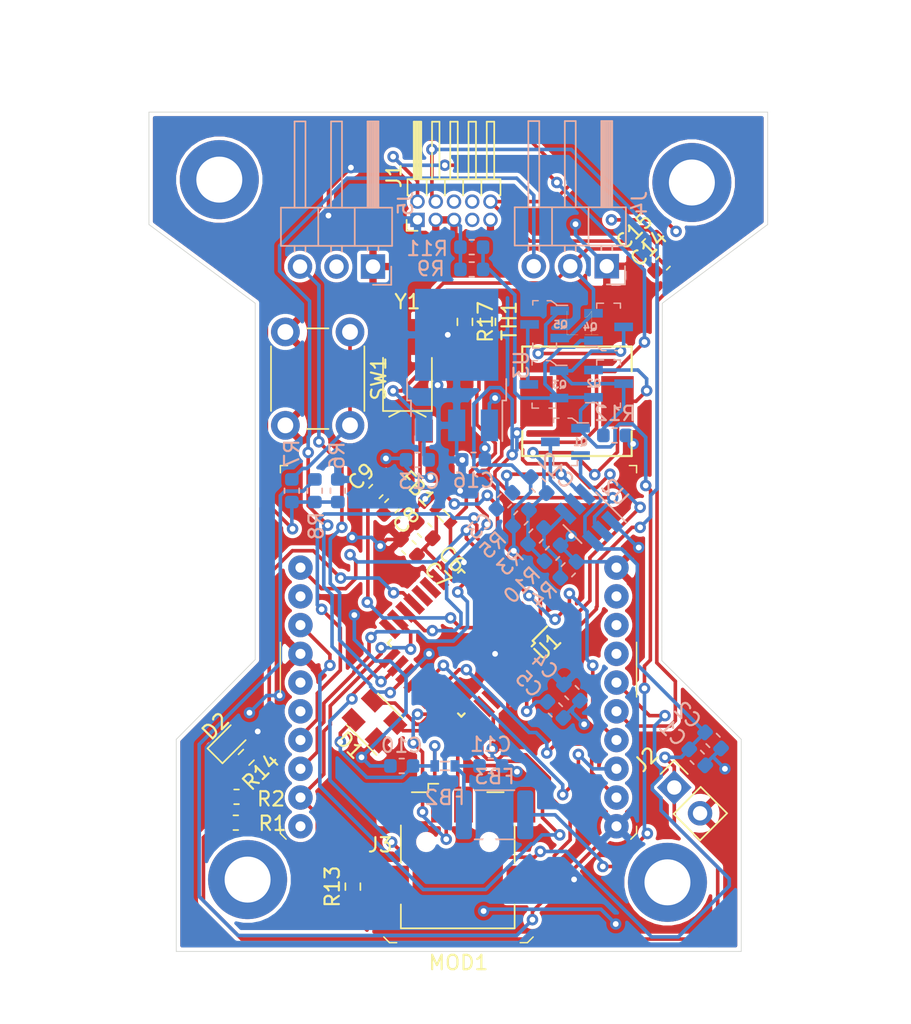
<source format=kicad_pcb>
(kicad_pcb (version 20171130) (host pcbnew 5.1.7)

  (general
    (thickness 1.6)
    (drawings 13)
    (tracks 767)
    (zones 0)
    (modules 58)
    (nets 60)
  )

  (page A4)
  (layers
    (0 F.Cu signal)
    (31 B.Cu signal)
    (32 B.Adhes user hide)
    (33 F.Adhes user hide)
    (34 B.Paste user hide)
    (35 F.Paste user)
    (36 B.SilkS user hide)
    (37 F.SilkS user)
    (38 B.Mask user hide)
    (39 F.Mask user)
    (40 Dwgs.User user hide)
    (41 Cmts.User user hide)
    (42 Eco1.User user hide)
    (43 Eco2.User user hide)
    (44 Edge.Cuts user)
    (45 Margin user hide)
    (46 B.CrtYd user hide)
    (47 F.CrtYd user)
    (48 B.Fab user hide)
    (49 F.Fab user)
  )

  (setup
    (last_trace_width 0.25)
    (trace_clearance 0.2)
    (zone_clearance 0.254)
    (zone_45_only no)
    (trace_min 0.2)
    (via_size 0.8)
    (via_drill 0.4)
    (via_min_size 0.4)
    (via_min_drill 0.3)
    (uvia_size 0.3)
    (uvia_drill 0.1)
    (uvias_allowed no)
    (uvia_min_size 0.2)
    (uvia_min_drill 0.1)
    (edge_width 0.05)
    (segment_width 0.2)
    (pcb_text_width 0.3)
    (pcb_text_size 1.5 1.5)
    (mod_edge_width 0.12)
    (mod_text_size 1 1)
    (mod_text_width 0.15)
    (pad_size 1.524 1.524)
    (pad_drill 0.762)
    (pad_to_mask_clearance 0.05)
    (aux_axis_origin 0 0)
    (grid_origin 116.4 66.9)
    (visible_elements FFFFFF7F)
    (pcbplotparams
      (layerselection 0x010f0_ffffffff)
      (usegerberextensions true)
      (usegerberattributes true)
      (usegerberadvancedattributes true)
      (creategerberjobfile true)
      (excludeedgelayer true)
      (linewidth 0.100000)
      (plotframeref false)
      (viasonmask false)
      (mode 1)
      (useauxorigin false)
      (hpglpennumber 1)
      (hpglpenspeed 20)
      (hpglpendiameter 15.000000)
      (psnegative false)
      (psa4output false)
      (plotreference true)
      (plotvalue false)
      (plotinvisibletext false)
      (padsonsilk true)
      (subtractmaskfromsilk false)
      (outputformat 1)
      (mirror false)
      (drillshape 0)
      (scaleselection 1)
      (outputdirectory "gerbers/"))
  )

  (net 0 "")
  (net 1 "Net-(J1-Pad8)")
  (net 2 "Net-(J1-Pad7)")
  (net 3 "Net-(J1-Pad6)")
  (net 4 +3V3)
  (net 5 "Net-(MOD1-Pad20)")
  (net 6 "Net-(MOD1-Pad16)")
  (net 7 "Net-(MOD1-Pad15)")
  (net 8 "Net-(MOD1-Pad12)")
  (net 9 "Net-(MOD1-Pad9)")
  (net 10 "Net-(MOD1-Pad8)")
  (net 11 "Net-(MOD1-Pad7)")
  (net 12 "Net-(U1-Pad27)")
  (net 13 "Net-(U1-Pad20)")
  (net 14 "Net-(U1-Pad16)")
  (net 15 "Net-(U1-Pad12)")
  (net 16 "Net-(U1-Pad11)")
  (net 17 "Net-(U1-Pad4)")
  (net 18 "Net-(U1-Pad3)")
  (net 19 /Brain/VCC_MCU_CORE)
  (net 20 /VBUS)
  (net 21 "Net-(C11-Pad1)")
  (net 22 "Net-(J3-Pad4)")
  (net 23 "Net-(J3-Pad6)")
  (net 24 +BATT)
  (net 25 /Power/VBATT_EN)
  (net 26 /Power/VBUS_USB)
  (net 27 /Power/VBUS_BATT)
  (net 28 "Net-(Q2-Pad3)")
  (net 29 "Net-(Q3-Pad3)")
  (net 30 +5V)
  (net 31 "Net-(R7-Pad1)")
  (net 32 /Brain/XOUT32)
  (net 33 /Brain/XIN32)
  (net 34 "Net-(C3-Pad2)")
  (net 35 "Net-(C3-Pad1)")
  (net 36 "Net-(J5-Pad2)")
  (net 37 /VBattMeasure)
  (net 38 "Net-(R3-Pad2)")
  (net 39 /Brain/~MCU_RST)
  (net 40 /USB_DM)
  (net 41 /USB_DP)
  (net 42 /~SYS_RESET)
  (net 43 /Brain/SWCLK)
  (net 44 /Brain/SWDIO)
  (net 45 /TCC0\WO2)
  (net 46 /TCC0\WO7)
  (net 47 /EXT_INT_0)
  (net 48 /SPI_0_SCK)
  (net 49 /SPI_0_SS_0)
  (net 50 /XBEE_STATUS)
  (net 51 /SPI_0_MOSI)
  (net 52 /TCC2\WO0)
  (net 53 /USART_0_TX)
  (net 54 /SysTempMeasure)
  (net 55 /USART_0_RX)
  (net 56 /SPI_0_MISO)
  (net 57 /Brain/VCC_MCU_VDDANA)
  (net 58 "Net-(D2-Pad2)")
  (net 59 GND)

  (net_class Default "This is the default net class."
    (clearance 0.2)
    (trace_width 0.25)
    (via_dia 0.8)
    (via_drill 0.4)
    (uvia_dia 0.3)
    (uvia_drill 0.1)
    (add_net +3V3)
    (add_net +5V)
    (add_net +BATT)
    (add_net /Brain/SWCLK)
    (add_net /Brain/SWDIO)
    (add_net /Brain/VCC_MCU_CORE)
    (add_net /Brain/VCC_MCU_VDDANA)
    (add_net /Brain/XIN32)
    (add_net /Brain/XOUT32)
    (add_net /Brain/~MCU_RST)
    (add_net /EXT_INT_0)
    (add_net /Power/VBATT_EN)
    (add_net /Power/VBUS_BATT)
    (add_net /Power/VBUS_USB)
    (add_net /SPI_0_MISO)
    (add_net /SPI_0_MOSI)
    (add_net /SPI_0_SCK)
    (add_net /SPI_0_SS_0)
    (add_net /SysTempMeasure)
    (add_net /TCC0\WO2)
    (add_net /TCC0\WO7)
    (add_net /TCC2\WO0)
    (add_net /USART_0_RX)
    (add_net /USART_0_TX)
    (add_net /USB_DM)
    (add_net /USB_DP)
    (add_net /VBUS)
    (add_net /VBattMeasure)
    (add_net /XBEE_STATUS)
    (add_net /~SYS_RESET)
    (add_net GND)
    (add_net "Net-(C11-Pad1)")
    (add_net "Net-(C3-Pad1)")
    (add_net "Net-(C3-Pad2)")
    (add_net "Net-(D2-Pad2)")
    (add_net "Net-(J1-Pad6)")
    (add_net "Net-(J1-Pad7)")
    (add_net "Net-(J1-Pad8)")
    (add_net "Net-(J3-Pad4)")
    (add_net "Net-(J3-Pad6)")
    (add_net "Net-(J5-Pad2)")
    (add_net "Net-(MOD1-Pad12)")
    (add_net "Net-(MOD1-Pad15)")
    (add_net "Net-(MOD1-Pad16)")
    (add_net "Net-(MOD1-Pad20)")
    (add_net "Net-(MOD1-Pad7)")
    (add_net "Net-(MOD1-Pad8)")
    (add_net "Net-(MOD1-Pad9)")
    (add_net "Net-(Q2-Pad3)")
    (add_net "Net-(Q3-Pad3)")
    (add_net "Net-(R3-Pad2)")
    (add_net "Net-(R7-Pad1)")
    (add_net "Net-(U1-Pad11)")
    (add_net "Net-(U1-Pad12)")
    (add_net "Net-(U1-Pad16)")
    (add_net "Net-(U1-Pad20)")
    (add_net "Net-(U1-Pad27)")
    (add_net "Net-(U1-Pad3)")
    (add_net "Net-(U1-Pad4)")
  )

  (module Fuse:Fuse_1812_4532Metric (layer B.Cu) (tedit 5B301BBE) (tstamp 5F7754DF)
    (at 125.0625 83.2 180)
    (descr "Fuse SMD 1812 (4532 Metric), square (rectangular) end terminal, IPC_7351 nominal, (Body size source: https://www.nikhef.nl/pub/departments/mt/projects/detectorR_D/dtddice/ERJ2G.pdf), generated with kicad-footprint-generator")
    (tags resistor)
    (path /5F774081/5F8FCEB5)
    (attr smd)
    (fp_text reference FB3 (at 0 2.65 180) (layer B.SilkS)
      (effects (font (size 1 1) (thickness 0.15)) (justify mirror))
    )
    (fp_text value MF-MSMF050-2 (at 0 -2.65 180) (layer B.Fab)
      (effects (font (size 1 1) (thickness 0.15)) (justify mirror))
    )
    (fp_line (start 2.95 -1.95) (end -2.95 -1.95) (layer B.CrtYd) (width 0.05))
    (fp_line (start 2.95 1.95) (end 2.95 -1.95) (layer B.CrtYd) (width 0.05))
    (fp_line (start -2.95 1.95) (end 2.95 1.95) (layer B.CrtYd) (width 0.05))
    (fp_line (start -2.95 -1.95) (end -2.95 1.95) (layer B.CrtYd) (width 0.05))
    (fp_line (start -1.386252 -1.71) (end 1.386252 -1.71) (layer B.SilkS) (width 0.12))
    (fp_line (start -1.386252 1.71) (end 1.386252 1.71) (layer B.SilkS) (width 0.12))
    (fp_line (start 2.25 -1.6) (end -2.25 -1.6) (layer B.Fab) (width 0.1))
    (fp_line (start 2.25 1.6) (end 2.25 -1.6) (layer B.Fab) (width 0.1))
    (fp_line (start -2.25 1.6) (end 2.25 1.6) (layer B.Fab) (width 0.1))
    (fp_line (start -2.25 -1.6) (end -2.25 1.6) (layer B.Fab) (width 0.1))
    (fp_text user %R (at 0 0 180) (layer B.Fab)
      (effects (font (size 1 1) (thickness 0.15)) (justify mirror))
    )
    (pad 2 smd roundrect (at 2.1375 0 180) (size 1.125 3.4) (layers B.Cu B.Paste B.Mask) (roundrect_rratio 0.2222213333333333)
      (net 21 "Net-(C11-Pad1)"))
    (pad 1 smd roundrect (at -2.1375 0 180) (size 1.125 3.4) (layers B.Cu B.Paste B.Mask) (roundrect_rratio 0.2222213333333333)
      (net 26 /Power/VBUS_USB))
    (model ${KISYS3DMOD}/Fuse.3dshapes/Fuse_1812_4532Metric.wrl
      (at (xyz 0 0 0))
      (scale (xyz 1 1 1))
      (rotate (xyz 0 0 0))
    )
  )

  (module Capacitor_SMD:C_0603_1608Metric (layer F.Cu) (tedit 5B301BBE) (tstamp 5F77540B)
    (at 116.8 60.7 45)
    (descr "Capacitor SMD 0603 (1608 Metric), square (rectangular) end terminal, IPC_7351 nominal, (Body size source: http://www.tortai-tech.com/upload/download/2011102023233369053.pdf), generated with kicad-footprint-generator")
    (tags capacitor)
    (path /5F7734A5/5FA883BC)
    (attr smd)
    (fp_text reference C9 (at 0 -1.43 45) (layer F.SilkS)
      (effects (font (size 1 1) (thickness 0.15)))
    )
    (fp_text value 6.8pF (at 0 1.43 45) (layer F.Fab)
      (effects (font (size 1 1) (thickness 0.15)))
    )
    (fp_line (start 1.48 0.73) (end -1.48 0.73) (layer F.CrtYd) (width 0.05))
    (fp_line (start 1.48 -0.73) (end 1.48 0.73) (layer F.CrtYd) (width 0.05))
    (fp_line (start -1.48 -0.73) (end 1.48 -0.73) (layer F.CrtYd) (width 0.05))
    (fp_line (start -1.48 0.73) (end -1.48 -0.73) (layer F.CrtYd) (width 0.05))
    (fp_line (start -0.162779 0.51) (end 0.162779 0.51) (layer F.SilkS) (width 0.12))
    (fp_line (start -0.162779 -0.51) (end 0.162779 -0.51) (layer F.SilkS) (width 0.12))
    (fp_line (start 0.8 0.4) (end -0.8 0.4) (layer F.Fab) (width 0.1))
    (fp_line (start 0.8 -0.4) (end 0.8 0.4) (layer F.Fab) (width 0.1))
    (fp_line (start -0.8 -0.4) (end 0.8 -0.4) (layer F.Fab) (width 0.1))
    (fp_line (start -0.8 0.4) (end -0.8 -0.4) (layer F.Fab) (width 0.1))
    (fp_text user %R (at 0 0 45) (layer F.Fab)
      (effects (font (size 0.4 0.4) (thickness 0.06)))
    )
    (pad 2 smd roundrect (at 0.7875 0 45) (size 0.875 0.95) (layers F.Cu F.Paste F.Mask) (roundrect_rratio 0.25)
      (net 59 GND))
    (pad 1 smd roundrect (at -0.7875 0 45) (size 0.875 0.95) (layers F.Cu F.Paste F.Mask) (roundrect_rratio 0.25)
      (net 32 /Brain/XOUT32))
    (model ${KISYS3DMOD}/Capacitor_SMD.3dshapes/C_0603_1608Metric.wrl
      (at (xyz 0 0 0))
      (scale (xyz 1 1 1))
      (rotate (xyz 0 0 0))
    )
  )

  (module Package_QFP:TQFP-32_7x7mm_P0.8mm (layer F.Cu) (tedit 5A02F146) (tstamp 5F76B479)
    (at 122.75 71.25 225)
    (descr "32-Lead Plastic Thin Quad Flatpack (PT) - 7x7x1.0 mm Body, 2.00 mm [TQFP] (see Microchip Packaging Specification 00000049BS.pdf)")
    (tags "QFP 0.8")
    (path /5F7734A5/5F782E9E)
    (attr smd)
    (fp_text reference U1 (at -4.065864 -4.419417 45) (layer F.SilkS)
      (effects (font (size 1 1) (thickness 0.15)))
    )
    (fp_text value ATSAMD21E18A-A (at 0 -7.184205 45) (layer F.Fab)
      (effects (font (size 1 1) (thickness 0.15)))
    )
    (fp_line (start -3.625 -3.4) (end -5.05 -3.4) (layer F.SilkS) (width 0.15))
    (fp_line (start 3.625 -3.625) (end 3.3 -3.625) (layer F.SilkS) (width 0.15))
    (fp_line (start 3.625 3.625) (end 3.3 3.625) (layer F.SilkS) (width 0.15))
    (fp_line (start -3.625 3.625) (end -3.3 3.625) (layer F.SilkS) (width 0.15))
    (fp_line (start -3.625 -3.625) (end -3.3 -3.625) (layer F.SilkS) (width 0.15))
    (fp_line (start -3.625 3.625) (end -3.625 3.3) (layer F.SilkS) (width 0.15))
    (fp_line (start 3.625 3.625) (end 3.625 3.3) (layer F.SilkS) (width 0.15))
    (fp_line (start 3.625 -3.625) (end 3.625 -3.3) (layer F.SilkS) (width 0.15))
    (fp_line (start -3.625 -3.625) (end -3.625 -3.4) (layer F.SilkS) (width 0.15))
    (fp_line (start -5.3 5.3) (end 5.3 5.3) (layer F.CrtYd) (width 0.05))
    (fp_line (start -5.3 -5.3) (end 5.3 -5.3) (layer F.CrtYd) (width 0.05))
    (fp_line (start 5.3 -5.3) (end 5.3 5.3) (layer F.CrtYd) (width 0.05))
    (fp_line (start -5.3 -5.3) (end -5.3 5.3) (layer F.CrtYd) (width 0.05))
    (fp_line (start -3.5 -2.5) (end -2.5 -3.5) (layer F.Fab) (width 0.15))
    (fp_line (start -3.5 3.5) (end -3.5 -2.5) (layer F.Fab) (width 0.15))
    (fp_line (start 3.5 3.5) (end -3.5 3.5) (layer F.Fab) (width 0.15))
    (fp_line (start 3.5 -3.5) (end 3.5 3.5) (layer F.Fab) (width 0.15))
    (fp_line (start -2.5 -3.5) (end 3.5 -3.5) (layer F.Fab) (width 0.15))
    (fp_text user %R (at 0 0 45) (layer F.Fab)
      (effects (font (size 1 1) (thickness 0.15)))
    )
    (pad 32 smd rect (at -2.8 -4.25 315) (size 1.6 0.55) (layers F.Cu F.Paste F.Mask)
      (net 44 /Brain/SWDIO))
    (pad 31 smd rect (at -2 -4.25 315) (size 1.6 0.55) (layers F.Cu F.Paste F.Mask)
      (net 43 /Brain/SWCLK))
    (pad 30 smd rect (at -1.2 -4.25 315) (size 1.6 0.55) (layers F.Cu F.Paste F.Mask)
      (net 4 +3V3))
    (pad 29 smd rect (at -0.4 -4.25 315) (size 1.6 0.55) (layers F.Cu F.Paste F.Mask)
      (net 19 /Brain/VCC_MCU_CORE))
    (pad 28 smd rect (at 0.4 -4.25 315) (size 1.6 0.55) (layers F.Cu F.Paste F.Mask)
      (net 59 GND))
    (pad 27 smd rect (at 1.2 -4.25 315) (size 1.6 0.55) (layers F.Cu F.Paste F.Mask)
      (net 12 "Net-(U1-Pad27)"))
    (pad 26 smd rect (at 2 -4.25 315) (size 1.6 0.55) (layers F.Cu F.Paste F.Mask)
      (net 39 /Brain/~MCU_RST))
    (pad 25 smd rect (at 2.8 -4.25 315) (size 1.6 0.55) (layers F.Cu F.Paste F.Mask)
      (net 50 /XBEE_STATUS))
    (pad 24 smd rect (at 4.25 -2.8 225) (size 1.6 0.55) (layers F.Cu F.Paste F.Mask)
      (net 41 /USB_DP))
    (pad 23 smd rect (at 4.25 -2 225) (size 1.6 0.55) (layers F.Cu F.Paste F.Mask)
      (net 40 /USB_DM))
    (pad 22 smd rect (at 4.25 -1.2 225) (size 1.6 0.55) (layers F.Cu F.Paste F.Mask)
      (net 55 /USART_0_RX))
    (pad 21 smd rect (at 4.25 -0.4 225) (size 1.6 0.55) (layers F.Cu F.Paste F.Mask)
      (net 53 /USART_0_TX))
    (pad 20 smd rect (at 4.25 0.4 225) (size 1.6 0.55) (layers F.Cu F.Paste F.Mask)
      (net 13 "Net-(U1-Pad20)"))
    (pad 19 smd rect (at 4.25 1.2 225) (size 1.6 0.55) (layers F.Cu F.Paste F.Mask)
      (net 45 /TCC0\WO2))
    (pad 18 smd rect (at 4.25 2 225) (size 1.6 0.55) (layers F.Cu F.Paste F.Mask)
      (net 46 /TCC0\WO7))
    (pad 17 smd rect (at 4.25 2.8 225) (size 1.6 0.55) (layers F.Cu F.Paste F.Mask)
      (net 52 /TCC2\WO0))
    (pad 16 smd rect (at 2.8 4.25 315) (size 1.6 0.55) (layers F.Cu F.Paste F.Mask)
      (net 14 "Net-(U1-Pad16)"))
    (pad 15 smd rect (at 2 4.25 315) (size 1.6 0.55) (layers F.Cu F.Paste F.Mask)
      (net 47 /EXT_INT_0))
    (pad 14 smd rect (at 1.2 4.25 315) (size 1.6 0.55) (layers F.Cu F.Paste F.Mask)
      (net 54 /SysTempMeasure))
    (pad 13 smd rect (at 0.4 4.25 315) (size 1.6 0.55) (layers F.Cu F.Paste F.Mask)
      (net 37 /VBattMeasure))
    (pad 12 smd rect (at -0.4 4.25 315) (size 1.6 0.55) (layers F.Cu F.Paste F.Mask)
      (net 15 "Net-(U1-Pad12)"))
    (pad 11 smd rect (at -1.2 4.25 315) (size 1.6 0.55) (layers F.Cu F.Paste F.Mask)
      (net 16 "Net-(U1-Pad11)"))
    (pad 10 smd rect (at -2 4.25 315) (size 1.6 0.55) (layers F.Cu F.Paste F.Mask)
      (net 59 GND))
    (pad 9 smd rect (at -2.8 4.25 315) (size 1.6 0.55) (layers F.Cu F.Paste F.Mask)
      (net 57 /Brain/VCC_MCU_VDDANA))
    (pad 8 smd rect (at -4.25 2.8 225) (size 1.6 0.55) (layers F.Cu F.Paste F.Mask)
      (net 48 /SPI_0_SCK))
    (pad 7 smd rect (at -4.25 2 225) (size 1.6 0.55) (layers F.Cu F.Paste F.Mask)
      (net 51 /SPI_0_MOSI))
    (pad 6 smd rect (at -4.25 1.2 225) (size 1.6 0.55) (layers F.Cu F.Paste F.Mask)
      (net 49 /SPI_0_SS_0))
    (pad 5 smd rect (at -4.25 0.4 225) (size 1.6 0.55) (layers F.Cu F.Paste F.Mask)
      (net 56 /SPI_0_MISO))
    (pad 4 smd rect (at -4.25 -0.4 225) (size 1.6 0.55) (layers F.Cu F.Paste F.Mask)
      (net 17 "Net-(U1-Pad4)"))
    (pad 3 smd rect (at -4.25 -1.2 225) (size 1.6 0.55) (layers F.Cu F.Paste F.Mask)
      (net 18 "Net-(U1-Pad3)"))
    (pad 2 smd rect (at -4.25 -2 225) (size 1.6 0.55) (layers F.Cu F.Paste F.Mask)
      (net 32 /Brain/XOUT32))
    (pad 1 smd rect (at -4.25 -2.8 225) (size 1.6 0.55) (layers F.Cu F.Paste F.Mask)
      (net 33 /Brain/XIN32))
    (model ${KISYS3DMOD}/Package_QFP.3dshapes/TQFP-32_7x7mm_P0.8mm.wrl
      (at (xyz 0 0 0))
      (scale (xyz 1 1 1))
      (rotate (xyz 0 0 0))
    )
  )

  (module digikey-footprints:XBEE_PRO-20_THT (layer F.Cu) (tedit 59947AD9) (tstamp 5F76B3A6)
    (at 122.55 75 180)
    (path /5F778595/5F780AE0)
    (fp_text reference MOD1 (at 0 -18.49) (layer F.SilkS)
      (effects (font (size 1 1) (thickness 0.15)))
    )
    (fp_text value XBP9B-DMWT-002 (at 0 17.56) (layer F.Fab)
      (effects (font (size 1 1) (thickness 0.15)))
    )
    (fp_line (start -12.5 -17.25) (end 12.5 -17.25) (layer F.CrtYd) (width 0.05))
    (fp_line (start -12.5 16.25) (end 12.5 16.25) (layer F.CrtYd) (width 0.05))
    (fp_line (start 12.5 -17.25) (end 12.5 16.25) (layer F.CrtYd) (width 0.05))
    (fp_line (start -12.5 -17.25) (end -12.5 16.25) (layer F.CrtYd) (width 0.05))
    (fp_line (start 12.4 0) (end 12.4 3.8) (layer F.SilkS) (width 0.1))
    (fp_line (start -12.4 0) (end -12.4 3.8) (layer F.SilkS) (width 0.1))
    (fp_line (start 4.8 -17.1) (end 5.2 -16.7) (layer F.SilkS) (width 0.1))
    (fp_line (start 4.8 -17.1) (end 4.3 -17.1) (layer F.SilkS) (width 0.1))
    (fp_line (start -4.8 -17.1) (end -4.3 -17.1) (layer F.SilkS) (width 0.1))
    (fp_line (start -4.8 -17.1) (end -5.2 -16.7) (layer F.SilkS) (width 0.1))
    (fp_line (start 12.4 -9.5) (end 12.4 -9) (layer F.SilkS) (width 0.1))
    (fp_line (start 12.4 -9.5) (end 12 -9.9) (layer F.SilkS) (width 0.1))
    (fp_line (start -12.4 -9.5) (end -12 -9.9) (layer F.SilkS) (width 0.1))
    (fp_line (start -12.4 -9.5) (end -12.4 -9) (layer F.SilkS) (width 0.1))
    (fp_line (start -12.4 16.1) (end -12.4 15.6) (layer F.SilkS) (width 0.1))
    (fp_line (start -12.4 16.1) (end -11.9 16.1) (layer F.SilkS) (width 0.1))
    (fp_line (start 12.4 16.1) (end 12.4 15.6) (layer F.SilkS) (width 0.1))
    (fp_line (start 12.4 16.1) (end 11.9 16.1) (layer F.SilkS) (width 0.1))
    (fp_line (start -12.25 -9.5) (end -4.75 -17) (layer F.Fab) (width 0.1))
    (fp_line (start 4.75 -17) (end 12.25 -9.5) (layer F.Fab) (width 0.1))
    (fp_line (start -4.75 -17) (end 4.75 -17) (layer F.Fab) (width 0.1))
    (fp_line (start -12.25 16) (end 12.25 16) (layer F.Fab) (width 0.1))
    (fp_line (start 12.25 -9.5) (end 12.25 16) (layer F.Fab) (width 0.1))
    (fp_line (start -12.25 -9.5) (end -12.25 16) (layer F.Fab) (width 0.1))
    (fp_text user %R (at 0 0) (layer F.Fab)
      (effects (font (size 1 1) (thickness 0.15)))
    )
    (pad 1 thru_hole circle (at -11 -9 180) (size 1.7 1.7) (drill 0.7) (layers *.Cu *.Mask)
      (net 4 +3V3))
    (pad 2 thru_hole circle (at -11 -7 180) (size 1.7 1.7) (drill 0.7) (layers *.Cu *.Mask)
      (net 55 /USART_0_RX))
    (pad 3 thru_hole circle (at -11 -5 180) (size 1.7 1.7) (drill 0.7) (layers *.Cu *.Mask)
      (net 53 /USART_0_TX))
    (pad 4 thru_hole circle (at -11 -3 180) (size 1.7 1.7) (drill 0.7) (layers *.Cu *.Mask)
      (net 56 /SPI_0_MISO))
    (pad 5 thru_hole circle (at -11 -1 180) (size 1.7 1.7) (drill 0.7) (layers *.Cu *.Mask)
      (net 42 /~SYS_RESET))
    (pad 6 thru_hole circle (at -11 1 180) (size 1.7 1.7) (drill 0.7) (layers *.Cu *.Mask)
      (net 52 /TCC2\WO0))
    (pad 7 thru_hole circle (at -11 3 180) (size 1.7 1.7) (drill 0.7) (layers *.Cu *.Mask)
      (net 11 "Net-(MOD1-Pad7)"))
    (pad 8 thru_hole circle (at -11 5 180) (size 1.7 1.7) (drill 0.7) (layers *.Cu *.Mask)
      (net 10 "Net-(MOD1-Pad8)"))
    (pad 9 thru_hole circle (at -11 7 180) (size 1.7 1.7) (drill 0.7) (layers *.Cu *.Mask)
      (net 9 "Net-(MOD1-Pad9)"))
    (pad 10 thru_hole circle (at -11 9 180) (size 1.7 1.7) (drill 0.7) (layers *.Cu *.Mask)
      (net 59 GND))
    (pad 11 thru_hole circle (at 11 9 180) (size 1.7 1.7) (drill 0.7) (layers *.Cu *.Mask)
      (net 51 /SPI_0_MOSI))
    (pad 12 thru_hole circle (at 11 7 180) (size 1.7 1.7) (drill 0.7) (layers *.Cu *.Mask)
      (net 8 "Net-(MOD1-Pad12)"))
    (pad 13 thru_hole circle (at 11 5 180) (size 1.7 1.7) (drill 0.7) (layers *.Cu *.Mask)
      (net 50 /XBEE_STATUS))
    (pad 14 thru_hole circle (at 11 3 180) (size 1.7 1.7) (drill 0.7) (layers *.Cu *.Mask)
      (net 59 GND))
    (pad 15 thru_hole circle (at 11 1 180) (size 1.7 1.7) (drill 0.7) (layers *.Cu *.Mask)
      (net 7 "Net-(MOD1-Pad15)"))
    (pad 16 thru_hole circle (at 11 -1 180) (size 1.7 1.7) (drill 0.7) (layers *.Cu *.Mask)
      (net 6 "Net-(MOD1-Pad16)"))
    (pad 17 thru_hole circle (at 11 -3 180) (size 1.7 1.7) (drill 0.7) (layers *.Cu *.Mask)
      (net 49 /SPI_0_SS_0))
    (pad 18 thru_hole circle (at 11 -5 180) (size 1.7 1.7) (drill 0.7) (layers *.Cu *.Mask)
      (net 48 /SPI_0_SCK))
    (pad 19 thru_hole circle (at 11 -7 180) (size 1.7 1.7) (drill 0.7) (layers *.Cu *.Mask)
      (net 47 /EXT_INT_0))
    (pad 20 thru_hole circle (at 11 -9 180) (size 1.7 1.7) (drill 0.7) (layers *.Cu *.Mask)
      (net 5 "Net-(MOD1-Pad20)"))
  )

  (module Package_TO_SOT_SMD:SOT-143 (layer F.Cu) (tedit 5A02FF57) (tstamp 5F7BDD52)
    (at 116.7 76.7 135)
    (descr SOT-143)
    (tags SOT-143)
    (path /5F778595/5F7CA28E)
    (attr smd)
    (fp_text reference D1 (at 0.02 -2.38 135) (layer F.SilkS)
      (effects (font (size 1 1) (thickness 0.15)))
    )
    (fp_text value PRTR5V0U2X (at -0.28 2.48 135) (layer F.Fab)
      (effects (font (size 1 1) (thickness 0.15)))
    )
    (fp_line (start -2.05 1.75) (end -2.05 -1.75) (layer F.CrtYd) (width 0.05))
    (fp_line (start -2.05 1.75) (end 2.05 1.75) (layer F.CrtYd) (width 0.05))
    (fp_line (start 2.05 -1.75) (end -2.05 -1.75) (layer F.CrtYd) (width 0.05))
    (fp_line (start 2.05 -1.75) (end 2.05 1.75) (layer F.CrtYd) (width 0.05))
    (fp_line (start 1.2 -1.5) (end 1.2 1.5) (layer F.Fab) (width 0.1))
    (fp_line (start 1.2 1.5) (end -1.2 1.5) (layer F.Fab) (width 0.1))
    (fp_line (start -1.2 1.5) (end -1.2 -1) (layer F.Fab) (width 0.1))
    (fp_line (start -0.7 -1.5) (end 1.2 -1.5) (layer F.Fab) (width 0.1))
    (fp_line (start -1.2 -1) (end -0.7 -1.5) (layer F.Fab) (width 0.1))
    (fp_line (start 1.2 -1.55) (end -1.75 -1.55) (layer F.SilkS) (width 0.12))
    (fp_line (start -1.2 1.55) (end 1.2 1.55) (layer F.SilkS) (width 0.12))
    (fp_text user %R (at 0 0 45) (layer F.Fab)
      (effects (font (size 0.5 0.5) (thickness 0.075)))
    )
    (pad 4 smd rect (at 1.1 -0.95 45) (size 1 1.4) (layers F.Cu F.Paste F.Mask)
      (net 20 /VBUS))
    (pad 3 smd rect (at 1.1 0.95 45) (size 1 1.4) (layers F.Cu F.Paste F.Mask)
      (net 40 /USB_DM))
    (pad 2 smd rect (at -1.1 0.95 45) (size 1 1.4) (layers F.Cu F.Paste F.Mask)
      (net 41 /USB_DP))
    (pad 1 smd rect (at -1.1 -0.77 45) (size 1.2 1.4) (layers F.Cu F.Paste F.Mask)
      (net 59 GND))
    (model ${KISYS3DMOD}/Package_TO_SOT_SMD.3dshapes/SOT-143.wrl
      (at (xyz 0 0 0))
      (scale (xyz 1 1 1))
      (rotate (xyz 0 0 0))
    )
  )

  (module MountingHole:MountingHole_3.2mm_M3_ISO14580_Pad (layer F.Cu) (tedit 56D1B4CB) (tstamp 5F7D17C5)
    (at 105.9 39)
    (descr "Mounting Hole 3.2mm, M3, ISO14580")
    (tags "mounting hole 3.2mm m3 iso14580")
    (attr virtual)
    (fp_text reference REF** (at 0 -3.75) (layer F.SilkS) hide
      (effects (font (size 1 1) (thickness 0.15)))
    )
    (fp_text value MountingHole_3.2mm_M3_ISO14580_Pad (at 0 3.75) (layer F.Fab)
      (effects (font (size 1 1) (thickness 0.15)))
    )
    (fp_circle (center 0 0) (end 2.75 0) (layer Cmts.User) (width 0.15))
    (fp_circle (center 0 0) (end 3 0) (layer F.CrtYd) (width 0.05))
    (fp_text user %R (at 0.3 0) (layer F.Fab)
      (effects (font (size 1 1) (thickness 0.15)))
    )
    (pad 1 thru_hole circle (at 0 0) (size 5.5 5.5) (drill 3.2) (layers *.Cu *.Mask))
  )

  (module MountingHole:MountingHole_3.2mm_M3_ISO14580_Pad (layer F.Cu) (tedit 56D1B4CB) (tstamp 5F7C6F17)
    (at 137.1 87.9)
    (descr "Mounting Hole 3.2mm, M3, ISO14580")
    (tags "mounting hole 3.2mm m3 iso14580")
    (attr virtual)
    (fp_text reference REF** (at 0 -3.75) (layer F.SilkS) hide
      (effects (font (size 1 1) (thickness 0.15)))
    )
    (fp_text value MountingHole_3.2mm_M3_ISO14580_Pad (at 0 3.75) (layer F.Fab)
      (effects (font (size 1 1) (thickness 0.15)))
    )
    (fp_circle (center 0 0) (end 2.75 0) (layer Cmts.User) (width 0.15))
    (fp_circle (center 0 0) (end 3 0) (layer F.CrtYd) (width 0.05))
    (fp_text user %R (at 0.3 0) (layer F.Fab)
      (effects (font (size 1 1) (thickness 0.15)))
    )
    (pad 1 thru_hole circle (at 0 0) (size 5.5 5.5) (drill 3.2) (layers *.Cu *.Mask))
  )

  (module MountingHole:MountingHole_3.2mm_M3_ISO14580_Pad (layer F.Cu) (tedit 56D1B4CB) (tstamp 5F7C6B04)
    (at 107.87 87.71)
    (descr "Mounting Hole 3.2mm, M3, ISO14580")
    (tags "mounting hole 3.2mm m3 iso14580")
    (attr virtual)
    (fp_text reference REF** (at 0 -3.75) (layer F.SilkS) hide
      (effects (font (size 1 1) (thickness 0.15)))
    )
    (fp_text value MountingHole_3.2mm_M3_ISO14580_Pad (at 0 3.75) (layer F.Fab)
      (effects (font (size 1 1) (thickness 0.15)))
    )
    (fp_circle (center 0 0) (end 3 0) (layer F.CrtYd) (width 0.05))
    (fp_circle (center 0 0) (end 2.75 0) (layer Cmts.User) (width 0.15))
    (fp_text user %R (at 0.3 0) (layer F.Fab)
      (effects (font (size 1 1) (thickness 0.15)))
    )
    (pad 1 thru_hole circle (at 0 0) (size 5.5 5.5) (drill 3.2) (layers *.Cu *.Mask))
  )

  (module MountingHole:MountingHole_3.2mm_M3_ISO14580_Pad (layer F.Cu) (tedit 56D1B4CB) (tstamp 5F7C6677)
    (at 138.8 39.2)
    (descr "Mounting Hole 3.2mm, M3, ISO14580")
    (tags "mounting hole 3.2mm m3 iso14580")
    (attr virtual)
    (fp_text reference REF** (at 0 -3.75) (layer F.SilkS) hide
      (effects (font (size 1 1) (thickness 0.15)))
    )
    (fp_text value MountingHole_3.2mm_M3_ISO14580_Pad (at 0 3.75) (layer F.Fab)
      (effects (font (size 1 1) (thickness 0.15)))
    )
    (fp_circle (center 0 0) (end 3 0) (layer F.CrtYd) (width 0.05))
    (fp_circle (center 0 0) (end 2.75 0) (layer Cmts.User) (width 0.15))
    (fp_text user %R (at 0.3 0) (layer F.Fab)
      (effects (font (size 1 1) (thickness 0.15)))
    )
    (pad 1 thru_hole circle (at 0 0) (size 5.5 5.5) (drill 3.2) (layers *.Cu *.Mask))
  )

  (module Button_Switch_THT:SW_PUSH_6mm_H5mm (layer F.Cu) (tedit 5A02FE31) (tstamp 5F7CFD7B)
    (at 115 49.6 270)
    (descr "tactile push button, 6x6mm e.g. PHAP33xx series, height=5mm")
    (tags "tact sw push 6mm")
    (path /5F7734A5/5FC06878)
    (fp_text reference SW1 (at 3.25 -2 90) (layer F.SilkS)
      (effects (font (size 1 1) (thickness 0.15)))
    )
    (fp_text value ~RST_BTN (at 3.75 6.7 90) (layer F.Fab)
      (effects (font (size 1 1) (thickness 0.15)))
    )
    (fp_line (start 3.25 -0.75) (end 6.25 -0.75) (layer F.Fab) (width 0.1))
    (fp_line (start 6.25 -0.75) (end 6.25 5.25) (layer F.Fab) (width 0.1))
    (fp_line (start 6.25 5.25) (end 0.25 5.25) (layer F.Fab) (width 0.1))
    (fp_line (start 0.25 5.25) (end 0.25 -0.75) (layer F.Fab) (width 0.1))
    (fp_line (start 0.25 -0.75) (end 3.25 -0.75) (layer F.Fab) (width 0.1))
    (fp_line (start 7.75 6) (end 8 6) (layer F.CrtYd) (width 0.05))
    (fp_line (start 8 6) (end 8 5.75) (layer F.CrtYd) (width 0.05))
    (fp_line (start 7.75 -1.5) (end 8 -1.5) (layer F.CrtYd) (width 0.05))
    (fp_line (start 8 -1.5) (end 8 -1.25) (layer F.CrtYd) (width 0.05))
    (fp_line (start -1.5 -1.25) (end -1.5 -1.5) (layer F.CrtYd) (width 0.05))
    (fp_line (start -1.5 -1.5) (end -1.25 -1.5) (layer F.CrtYd) (width 0.05))
    (fp_line (start -1.5 5.75) (end -1.5 6) (layer F.CrtYd) (width 0.05))
    (fp_line (start -1.5 6) (end -1.25 6) (layer F.CrtYd) (width 0.05))
    (fp_line (start -1.25 -1.5) (end 7.75 -1.5) (layer F.CrtYd) (width 0.05))
    (fp_line (start -1.5 5.75) (end -1.5 -1.25) (layer F.CrtYd) (width 0.05))
    (fp_line (start 7.75 6) (end -1.25 6) (layer F.CrtYd) (width 0.05))
    (fp_line (start 8 -1.25) (end 8 5.75) (layer F.CrtYd) (width 0.05))
    (fp_line (start 1 5.5) (end 5.5 5.5) (layer F.SilkS) (width 0.12))
    (fp_line (start -0.25 1.5) (end -0.25 3) (layer F.SilkS) (width 0.12))
    (fp_line (start 5.5 -1) (end 1 -1) (layer F.SilkS) (width 0.12))
    (fp_line (start 6.75 3) (end 6.75 1.5) (layer F.SilkS) (width 0.12))
    (fp_circle (center 3.25 2.25) (end 1.25 2.5) (layer F.Fab) (width 0.1))
    (fp_text user %R (at 3.25 2.25 90) (layer F.Fab)
      (effects (font (size 1 1) (thickness 0.15)))
    )
    (pad 1 thru_hole circle (at 6.5 0) (size 2 2) (drill 1.1) (layers *.Cu *.Mask)
      (net 31 "Net-(R7-Pad1)"))
    (pad 2 thru_hole circle (at 6.5 4.5) (size 2 2) (drill 1.1) (layers *.Cu *.Mask)
      (net 59 GND))
    (pad 1 thru_hole circle (at 0 0) (size 2 2) (drill 1.1) (layers *.Cu *.Mask)
      (net 31 "Net-(R7-Pad1)"))
    (pad 2 thru_hole circle (at 0 4.5) (size 2 2) (drill 1.1) (layers *.Cu *.Mask)
      (net 59 GND))
    (model ${KISYS3DMOD}/Button_Switch_THT.3dshapes/SW_PUSH_6mm_H5mm.wrl
      (at (xyz 0 0 0))
      (scale (xyz 1 1 1))
      (rotate (xyz 0 0 0))
    )
  )

  (module Resistor_SMD:R_0603_1608Metric (layer F.Cu) (tedit 5F68FEEE) (tstamp 5F7CE936)
    (at 107.775 79.2 225)
    (descr "Resistor SMD 0603 (1608 Metric), square (rectangular) end terminal, IPC_7351 nominal, (Body size source: IPC-SM-782 page 72, https://www.pcb-3d.com/wordpress/wp-content/uploads/ipc-sm-782a_amendment_1_and_2.pdf), generated with kicad-footprint-generator")
    (tags resistor)
    (path /5F774081/5FB93814)
    (attr smd)
    (fp_text reference R14 (at 0 -1.43 45) (layer F.SilkS)
      (effects (font (size 1 1) (thickness 0.15)))
    )
    (fp_text value 500R (at 0 1.43 45) (layer F.Fab)
      (effects (font (size 1 1) (thickness 0.15)))
    )
    (fp_line (start -0.8 0.4125) (end -0.8 -0.4125) (layer F.Fab) (width 0.1))
    (fp_line (start -0.8 -0.4125) (end 0.8 -0.4125) (layer F.Fab) (width 0.1))
    (fp_line (start 0.8 -0.4125) (end 0.8 0.4125) (layer F.Fab) (width 0.1))
    (fp_line (start 0.8 0.4125) (end -0.8 0.4125) (layer F.Fab) (width 0.1))
    (fp_line (start -0.237258 -0.5225) (end 0.237258 -0.5225) (layer F.SilkS) (width 0.12))
    (fp_line (start -0.237258 0.5225) (end 0.237258 0.5225) (layer F.SilkS) (width 0.12))
    (fp_line (start -1.48 0.73) (end -1.48 -0.73) (layer F.CrtYd) (width 0.05))
    (fp_line (start -1.48 -0.73) (end 1.48 -0.73) (layer F.CrtYd) (width 0.05))
    (fp_line (start 1.48 -0.73) (end 1.48 0.73) (layer F.CrtYd) (width 0.05))
    (fp_line (start 1.48 0.73) (end -1.48 0.73) (layer F.CrtYd) (width 0.05))
    (fp_text user %R (at 0 0 45) (layer F.Fab)
      (effects (font (size 0.4 0.4) (thickness 0.06)))
    )
    (pad 2 smd roundrect (at 0.825 0 225) (size 0.8 0.95) (layers F.Cu F.Paste F.Mask) (roundrect_rratio 0.25)
      (net 58 "Net-(D2-Pad2)"))
    (pad 1 smd roundrect (at -0.825 0 225) (size 0.8 0.95) (layers F.Cu F.Paste F.Mask) (roundrect_rratio 0.25)
      (net 4 +3V3))
    (model ${KISYS3DMOD}/Resistor_SMD.3dshapes/R_0603_1608Metric.wrl
      (at (xyz 0 0 0))
      (scale (xyz 1 1 1))
      (rotate (xyz 0 0 0))
    )
  )

  (module Crystal:Crystal_SMD_MicroCrystal_MS1V-T1K (layer F.Cu) (tedit 5A1AD604) (tstamp 5F7BF99B)
    (at 119 53 180)
    (descr "SMD Watch Crystal MicroCrystal MS1V-T1K 6.1mm length 2.0mm diameter http://www.microcrystal.com/images/_Product-Documentation/03_TF_metal_Packages/01_Datasheet/MS1V-T1K.pdf")
    (tags ['MS1V-T1K'])
    (path /5F7734A5/5FB42AB5)
    (attr smd)
    (fp_text reference Y1 (at 0 5.5 180) (layer F.SilkS)
      (effects (font (size 1 1) (thickness 0.15)))
    )
    (fp_text value "32.768kHz +/-20PPM 7pF " (at 3.02 -2.275 90) (layer F.Fab)
      (effects (font (size 1 1) (thickness 0.15)))
    )
    (fp_line (start 2.1 -4.63) (end -2.1 -4.63) (layer F.CrtYd) (width 0.05))
    (fp_line (start 2.1 4.57) (end 2.1 -4.63) (layer F.CrtYd) (width 0.05))
    (fp_line (start -2.1 4.57) (end 2.1 4.57) (layer F.CrtYd) (width 0.05))
    (fp_line (start -2.1 -4.63) (end -2.1 4.57) (layer F.CrtYd) (width 0.05))
    (fp_line (start 1.27 -2.5) (end 1.27 -2.5) (layer F.SilkS) (width 0.12))
    (fp_line (start 0.5 -2.1) (end 1.27 -2.5) (layer F.SilkS) (width 0.12))
    (fp_line (start -1.27 -2.5) (end -1.27 -2.5) (layer F.SilkS) (width 0.12))
    (fp_line (start -0.5 -2.1) (end -1.27 -2.5) (layer F.SilkS) (width 0.12))
    (fp_line (start 1.7 -2.1) (end 1.7 1.6) (layer F.SilkS) (width 0.12))
    (fp_line (start -1.7 -2.1) (end 1.7 -2.1) (layer F.SilkS) (width 0.12))
    (fp_line (start -1.7 1.6) (end -1.7 -2.1) (layer F.SilkS) (width 0.12))
    (fp_line (start 1.27 -2.7) (end 1.27 -3.5) (layer F.Fab) (width 0.1))
    (fp_line (start 0.5 -1.9) (end 1.27 -2.7) (layer F.Fab) (width 0.1))
    (fp_line (start -1.27 -2.7) (end -1.27 -3.5) (layer F.Fab) (width 0.1))
    (fp_line (start -0.5 -1.9) (end -1.27 -2.7) (layer F.Fab) (width 0.1))
    (fp_line (start 1 -1.9) (end -1 -1.9) (layer F.Fab) (width 0.1))
    (fp_line (start 1 4.2) (end 1 -1.9) (layer F.Fab) (width 0.1))
    (fp_line (start -1 4.2) (end 1 4.2) (layer F.Fab) (width 0.1))
    (fp_line (start -1 -1.9) (end -1 4.2) (layer F.Fab) (width 0.1))
    (fp_text user %R (at 0 0.35) (layer F.Fab)
      (effects (font (size 0.6 0.6) (thickness 0.09)))
    )
    (pad 3 smd rect (at 0 3.05 180) (size 3 2.5) (layers F.Cu F.Paste F.Mask)
      (net 59 GND))
    (pad 2 smd rect (at 1.27 -3.5 180) (size 1 1.6) (layers F.Cu F.Paste F.Mask)
      (net 32 /Brain/XOUT32))
    (pad 1 smd rect (at -1.27 -3.5 180) (size 1 1.6) (layers F.Cu F.Paste F.Mask)
      (net 33 /Brain/XIN32))
    (model ${KISYS3DMOD}/Crystal.3dshapes/Crystal_SMD_MicroCrystal_MS1V-T1K.wrl
      (offset (xyz 0 0.224999996200839 0))
      (scale (xyz 1 1 1))
      (rotate (xyz 0 0 0))
    )
  )

  (module Resistor_SMD:R_0603_1608Metric (layer F.Cu) (tedit 5F68FEEE) (tstamp 5F7BE345)
    (at 124.6 48.9 90)
    (descr "Resistor SMD 0603 (1608 Metric), square (rectangular) end terminal, IPC_7351 nominal, (Body size source: IPC-SM-782 page 72, https://www.pcb-3d.com/wordpress/wp-content/uploads/ipc-sm-782a_amendment_1_and_2.pdf), generated with kicad-footprint-generator")
    (tags resistor)
    (path /5F774081/5FA83037)
    (attr smd)
    (fp_text reference TH1 (at 0.070711 1.484924 90) (layer F.SilkS)
      (effects (font (size 1 1) (thickness 0.15)))
    )
    (fp_text value 25C@10k (at 0 1.43 90) (layer F.Fab)
      (effects (font (size 1 1) (thickness 0.15)))
    )
    (fp_line (start 1.48 0.73) (end -1.48 0.73) (layer F.CrtYd) (width 0.05))
    (fp_line (start 1.48 -0.73) (end 1.48 0.73) (layer F.CrtYd) (width 0.05))
    (fp_line (start -1.48 -0.73) (end 1.48 -0.73) (layer F.CrtYd) (width 0.05))
    (fp_line (start -1.48 0.73) (end -1.48 -0.73) (layer F.CrtYd) (width 0.05))
    (fp_line (start -0.237258 0.5225) (end 0.237258 0.5225) (layer F.SilkS) (width 0.12))
    (fp_line (start -0.237258 -0.5225) (end 0.237258 -0.5225) (layer F.SilkS) (width 0.12))
    (fp_line (start 0.8 0.4125) (end -0.8 0.4125) (layer F.Fab) (width 0.1))
    (fp_line (start 0.8 -0.4125) (end 0.8 0.4125) (layer F.Fab) (width 0.1))
    (fp_line (start -0.8 -0.4125) (end 0.8 -0.4125) (layer F.Fab) (width 0.1))
    (fp_line (start -0.8 0.4125) (end -0.8 -0.4125) (layer F.Fab) (width 0.1))
    (fp_text user %R (at 0 0 90) (layer F.Fab)
      (effects (font (size 0.4 0.4) (thickness 0.06)))
    )
    (pad 2 smd roundrect (at 0.825 0 90) (size 0.8 0.95) (layers F.Cu F.Paste F.Mask) (roundrect_rratio 0.25)
      (net 59 GND))
    (pad 1 smd roundrect (at -0.825 0 90) (size 0.8 0.95) (layers F.Cu F.Paste F.Mask) (roundrect_rratio 0.25)
      (net 54 /SysTempMeasure))
    (model ${KISYS3DMOD}/Resistor_SMD.3dshapes/R_0603_1608Metric.wrl
      (at (xyz 0 0 0))
      (scale (xyz 1 1 1))
      (rotate (xyz 0 0 0))
    )
  )

  (module Resistor_SMD:R_0603_1608Metric (layer F.Cu) (tedit 5F68FEEE) (tstamp 5F7BE315)
    (at 123 48.9 270)
    (descr "Resistor SMD 0603 (1608 Metric), square (rectangular) end terminal, IPC_7351 nominal, (Body size source: IPC-SM-782 page 72, https://www.pcb-3d.com/wordpress/wp-content/uploads/ipc-sm-782a_amendment_1_and_2.pdf), generated with kicad-footprint-generator")
    (tags resistor)
    (path /5F774081/5FA890AC)
    (attr smd)
    (fp_text reference R17 (at 0 -1.43 90) (layer F.SilkS)
      (effects (font (size 1 1) (thickness 0.15)))
    )
    (fp_text value 10k (at 0 1.43 90) (layer F.Fab)
      (effects (font (size 1 1) (thickness 0.15)))
    )
    (fp_line (start 1.48 0.73) (end -1.48 0.73) (layer F.CrtYd) (width 0.05))
    (fp_line (start 1.48 -0.73) (end 1.48 0.73) (layer F.CrtYd) (width 0.05))
    (fp_line (start -1.48 -0.73) (end 1.48 -0.73) (layer F.CrtYd) (width 0.05))
    (fp_line (start -1.48 0.73) (end -1.48 -0.73) (layer F.CrtYd) (width 0.05))
    (fp_line (start -0.237258 0.5225) (end 0.237258 0.5225) (layer F.SilkS) (width 0.12))
    (fp_line (start -0.237258 -0.5225) (end 0.237258 -0.5225) (layer F.SilkS) (width 0.12))
    (fp_line (start 0.8 0.4125) (end -0.8 0.4125) (layer F.Fab) (width 0.1))
    (fp_line (start 0.8 -0.4125) (end 0.8 0.4125) (layer F.Fab) (width 0.1))
    (fp_line (start -0.8 -0.4125) (end 0.8 -0.4125) (layer F.Fab) (width 0.1))
    (fp_line (start -0.8 0.4125) (end -0.8 -0.4125) (layer F.Fab) (width 0.1))
    (fp_text user %R (at 0 0 90) (layer F.Fab)
      (effects (font (size 0.4 0.4) (thickness 0.06)))
    )
    (pad 2 smd roundrect (at 0.825 0 270) (size 0.8 0.95) (layers F.Cu F.Paste F.Mask) (roundrect_rratio 0.25)
      (net 54 /SysTempMeasure))
    (pad 1 smd roundrect (at -0.825 0 270) (size 0.8 0.95) (layers F.Cu F.Paste F.Mask) (roundrect_rratio 0.25)
      (net 4 +3V3))
    (model ${KISYS3DMOD}/Resistor_SMD.3dshapes/R_0603_1608Metric.wrl
      (at (xyz 0 0 0))
      (scale (xyz 1 1 1))
      (rotate (xyz 0 0 0))
    )
  )

  (module Resistor_SMD:R_0603_1608Metric (layer F.Cu) (tedit 5F68FEEE) (tstamp 5F7BE304)
    (at 115.2 88.2 90)
    (descr "Resistor SMD 0603 (1608 Metric), square (rectangular) end terminal, IPC_7351 nominal, (Body size source: IPC-SM-782 page 72, https://www.pcb-3d.com/wordpress/wp-content/uploads/ipc-sm-782a_amendment_1_and_2.pdf), generated with kicad-footprint-generator")
    (tags resistor)
    (path /5F778595/5F80C57F)
    (attr smd)
    (fp_text reference R13 (at 0 -1.43 90) (layer F.SilkS)
      (effects (font (size 1 1) (thickness 0.15)))
    )
    (fp_text value 4.7k (at 0 1.43 90) (layer F.Fab)
      (effects (font (size 1 1) (thickness 0.15)))
    )
    (fp_line (start 1.48 0.73) (end -1.48 0.73) (layer F.CrtYd) (width 0.05))
    (fp_line (start 1.48 -0.73) (end 1.48 0.73) (layer F.CrtYd) (width 0.05))
    (fp_line (start -1.48 -0.73) (end 1.48 -0.73) (layer F.CrtYd) (width 0.05))
    (fp_line (start -1.48 0.73) (end -1.48 -0.73) (layer F.CrtYd) (width 0.05))
    (fp_line (start -0.237258 0.5225) (end 0.237258 0.5225) (layer F.SilkS) (width 0.12))
    (fp_line (start -0.237258 -0.5225) (end 0.237258 -0.5225) (layer F.SilkS) (width 0.12))
    (fp_line (start 0.8 0.4125) (end -0.8 0.4125) (layer F.Fab) (width 0.1))
    (fp_line (start 0.8 -0.4125) (end 0.8 0.4125) (layer F.Fab) (width 0.1))
    (fp_line (start -0.8 -0.4125) (end 0.8 -0.4125) (layer F.Fab) (width 0.1))
    (fp_line (start -0.8 0.4125) (end -0.8 -0.4125) (layer F.Fab) (width 0.1))
    (fp_text user %R (at 0 0 90) (layer F.Fab)
      (effects (font (size 0.4 0.4) (thickness 0.06)))
    )
    (pad 2 smd roundrect (at 0.825 0 90) (size 0.8 0.95) (layers F.Cu F.Paste F.Mask) (roundrect_rratio 0.25)
      (net 59 GND))
    (pad 1 smd roundrect (at -0.825 0 90) (size 0.8 0.95) (layers F.Cu F.Paste F.Mask) (roundrect_rratio 0.25)
      (net 47 /EXT_INT_0))
    (model ${KISYS3DMOD}/Resistor_SMD.3dshapes/R_0603_1608Metric.wrl
      (at (xyz 0 0 0))
      (scale (xyz 1 1 1))
      (rotate (xyz 0 0 0))
    )
  )

  (module LED_SMD:LED_0603_1608Metric (layer F.Cu) (tedit 5F68FEF1) (tstamp 5F7BDD65)
    (at 106.65 78.05 45)
    (descr "LED SMD 0603 (1608 Metric), square (rectangular) end terminal, IPC_7351 nominal, (Body size source: http://www.tortai-tech.com/upload/download/2011102023233369053.pdf), generated with kicad-footprint-generator")
    (tags LED)
    (path /5F774081/5F9ABBEC)
    (attr smd)
    (fp_text reference D2 (at 0 -1.43 45) (layer F.SilkS)
      (effects (font (size 1 1) (thickness 0.15)))
    )
    (fp_text value LED (at 0 1.43 45) (layer F.Fab)
      (effects (font (size 1 1) (thickness 0.15)))
    )
    (fp_line (start 1.48 0.73) (end -1.48 0.73) (layer F.CrtYd) (width 0.05))
    (fp_line (start 1.48 -0.73) (end 1.48 0.73) (layer F.CrtYd) (width 0.05))
    (fp_line (start -1.48 -0.73) (end 1.48 -0.73) (layer F.CrtYd) (width 0.05))
    (fp_line (start -1.48 0.73) (end -1.48 -0.73) (layer F.CrtYd) (width 0.05))
    (fp_line (start -1.485 0.735) (end 0.8 0.735) (layer F.SilkS) (width 0.12))
    (fp_line (start -1.485 -0.735) (end -1.485 0.735) (layer F.SilkS) (width 0.12))
    (fp_line (start 0.8 -0.735) (end -1.485 -0.735) (layer F.SilkS) (width 0.12))
    (fp_line (start 0.8 0.4) (end 0.8 -0.4) (layer F.Fab) (width 0.1))
    (fp_line (start -0.8 0.4) (end 0.8 0.4) (layer F.Fab) (width 0.1))
    (fp_line (start -0.8 -0.1) (end -0.8 0.4) (layer F.Fab) (width 0.1))
    (fp_line (start -0.5 -0.4) (end -0.8 -0.1) (layer F.Fab) (width 0.1))
    (fp_line (start 0.8 -0.4) (end -0.5 -0.4) (layer F.Fab) (width 0.1))
    (fp_text user %R (at 0 0 45) (layer F.Fab)
      (effects (font (size 0.4 0.4) (thickness 0.06)))
    )
    (pad 2 smd roundrect (at 0.7875 0 45) (size 0.875 0.95) (layers F.Cu F.Paste F.Mask) (roundrect_rratio 0.25)
      (net 58 "Net-(D2-Pad2)"))
    (pad 1 smd roundrect (at -0.7875 0 45) (size 0.875 0.95) (layers F.Cu F.Paste F.Mask) (roundrect_rratio 0.25)
      (net 59 GND))
    (model ${KISYS3DMOD}/LED_SMD.3dshapes/LED_0603_1608Metric.wrl
      (at (xyz 0 0 0))
      (scale (xyz 1 1 1))
      (rotate (xyz 0 0 0))
    )
  )

  (module Connector_PinHeader_2.54mm:PinHeader_1x03_P2.54mm_Horizontal (layer B.Cu) (tedit 59FED5CB) (tstamp 5F781A3E)
    (at 116.6 45.05 90)
    (descr "Through hole angled pin header, 1x03, 2.54mm pitch, 6mm pin length, single row")
    (tags "Through hole angled pin header THT 1x03 2.54mm single row")
    (path /5F83D554/5F83E17B)
    (fp_text reference J5 (at 4.385 2.27 90) (layer B.SilkS)
      (effects (font (size 1 1) (thickness 0.15)) (justify mirror))
    )
    (fp_text value ESC_Header (at 4.385 -7.35 90) (layer B.Fab)
      (effects (font (size 1 1) (thickness 0.15)) (justify mirror))
    )
    (fp_line (start 10.55 1.8) (end -1.8 1.8) (layer B.CrtYd) (width 0.05))
    (fp_line (start 10.55 -6.85) (end 10.55 1.8) (layer B.CrtYd) (width 0.05))
    (fp_line (start -1.8 -6.85) (end 10.55 -6.85) (layer B.CrtYd) (width 0.05))
    (fp_line (start -1.8 1.8) (end -1.8 -6.85) (layer B.CrtYd) (width 0.05))
    (fp_line (start -1.27 1.27) (end 0 1.27) (layer B.SilkS) (width 0.12))
    (fp_line (start -1.27 0) (end -1.27 1.27) (layer B.SilkS) (width 0.12))
    (fp_line (start 1.042929 -5.46) (end 1.44 -5.46) (layer B.SilkS) (width 0.12))
    (fp_line (start 1.042929 -4.7) (end 1.44 -4.7) (layer B.SilkS) (width 0.12))
    (fp_line (start 10.1 -5.46) (end 4.1 -5.46) (layer B.SilkS) (width 0.12))
    (fp_line (start 10.1 -4.7) (end 10.1 -5.46) (layer B.SilkS) (width 0.12))
    (fp_line (start 4.1 -4.7) (end 10.1 -4.7) (layer B.SilkS) (width 0.12))
    (fp_line (start 1.44 -3.81) (end 4.1 -3.81) (layer B.SilkS) (width 0.12))
    (fp_line (start 1.042929 -2.92) (end 1.44 -2.92) (layer B.SilkS) (width 0.12))
    (fp_line (start 1.042929 -2.16) (end 1.44 -2.16) (layer B.SilkS) (width 0.12))
    (fp_line (start 10.1 -2.92) (end 4.1 -2.92) (layer B.SilkS) (width 0.12))
    (fp_line (start 10.1 -2.16) (end 10.1 -2.92) (layer B.SilkS) (width 0.12))
    (fp_line (start 4.1 -2.16) (end 10.1 -2.16) (layer B.SilkS) (width 0.12))
    (fp_line (start 1.44 -1.27) (end 4.1 -1.27) (layer B.SilkS) (width 0.12))
    (fp_line (start 1.11 -0.38) (end 1.44 -0.38) (layer B.SilkS) (width 0.12))
    (fp_line (start 1.11 0.38) (end 1.44 0.38) (layer B.SilkS) (width 0.12))
    (fp_line (start 4.1 -0.28) (end 10.1 -0.28) (layer B.SilkS) (width 0.12))
    (fp_line (start 4.1 -0.16) (end 10.1 -0.16) (layer B.SilkS) (width 0.12))
    (fp_line (start 4.1 -0.04) (end 10.1 -0.04) (layer B.SilkS) (width 0.12))
    (fp_line (start 4.1 0.08) (end 10.1 0.08) (layer B.SilkS) (width 0.12))
    (fp_line (start 4.1 0.2) (end 10.1 0.2) (layer B.SilkS) (width 0.12))
    (fp_line (start 4.1 0.32) (end 10.1 0.32) (layer B.SilkS) (width 0.12))
    (fp_line (start 10.1 -0.38) (end 4.1 -0.38) (layer B.SilkS) (width 0.12))
    (fp_line (start 10.1 0.38) (end 10.1 -0.38) (layer B.SilkS) (width 0.12))
    (fp_line (start 4.1 0.38) (end 10.1 0.38) (layer B.SilkS) (width 0.12))
    (fp_line (start 4.1 1.33) (end 1.44 1.33) (layer B.SilkS) (width 0.12))
    (fp_line (start 4.1 -6.41) (end 4.1 1.33) (layer B.SilkS) (width 0.12))
    (fp_line (start 1.44 -6.41) (end 4.1 -6.41) (layer B.SilkS) (width 0.12))
    (fp_line (start 1.44 1.33) (end 1.44 -6.41) (layer B.SilkS) (width 0.12))
    (fp_line (start 4.04 -5.4) (end 10.04 -5.4) (layer B.Fab) (width 0.1))
    (fp_line (start 10.04 -4.76) (end 10.04 -5.4) (layer B.Fab) (width 0.1))
    (fp_line (start 4.04 -4.76) (end 10.04 -4.76) (layer B.Fab) (width 0.1))
    (fp_line (start -0.32 -5.4) (end 1.5 -5.4) (layer B.Fab) (width 0.1))
    (fp_line (start -0.32 -4.76) (end -0.32 -5.4) (layer B.Fab) (width 0.1))
    (fp_line (start -0.32 -4.76) (end 1.5 -4.76) (layer B.Fab) (width 0.1))
    (fp_line (start 4.04 -2.86) (end 10.04 -2.86) (layer B.Fab) (width 0.1))
    (fp_line (start 10.04 -2.22) (end 10.04 -2.86) (layer B.Fab) (width 0.1))
    (fp_line (start 4.04 -2.22) (end 10.04 -2.22) (layer B.Fab) (width 0.1))
    (fp_line (start -0.32 -2.86) (end 1.5 -2.86) (layer B.Fab) (width 0.1))
    (fp_line (start -0.32 -2.22) (end -0.32 -2.86) (layer B.Fab) (width 0.1))
    (fp_line (start -0.32 -2.22) (end 1.5 -2.22) (layer B.Fab) (width 0.1))
    (fp_line (start 4.04 -0.32) (end 10.04 -0.32) (layer B.Fab) (width 0.1))
    (fp_line (start 10.04 0.32) (end 10.04 -0.32) (layer B.Fab) (width 0.1))
    (fp_line (start 4.04 0.32) (end 10.04 0.32) (layer B.Fab) (width 0.1))
    (fp_line (start -0.32 -0.32) (end 1.5 -0.32) (layer B.Fab) (width 0.1))
    (fp_line (start -0.32 0.32) (end -0.32 -0.32) (layer B.Fab) (width 0.1))
    (fp_line (start -0.32 0.32) (end 1.5 0.32) (layer B.Fab) (width 0.1))
    (fp_line (start 1.5 0.635) (end 2.135 1.27) (layer B.Fab) (width 0.1))
    (fp_line (start 1.5 -6.35) (end 1.5 0.635) (layer B.Fab) (width 0.1))
    (fp_line (start 4.04 -6.35) (end 1.5 -6.35) (layer B.Fab) (width 0.1))
    (fp_line (start 4.04 1.27) (end 4.04 -6.35) (layer B.Fab) (width 0.1))
    (fp_line (start 2.135 1.27) (end 4.04 1.27) (layer B.Fab) (width 0.1))
    (fp_text user %R (at 2.77 -2.54 180) (layer B.Fab)
      (effects (font (size 1 1) (thickness 0.15)) (justify mirror))
    )
    (pad 3 thru_hole oval (at 0 -5.08 90) (size 1.7 1.7) (drill 1) (layers *.Cu *.Mask)
      (net 46 /TCC0\WO7))
    (pad 2 thru_hole oval (at 0 -2.54 90) (size 1.7 1.7) (drill 1) (layers *.Cu *.Mask)
      (net 36 "Net-(J5-Pad2)"))
    (pad 1 thru_hole rect (at 0 0 90) (size 1.7 1.7) (drill 1) (layers *.Cu *.Mask)
      (net 59 GND))
    (model ${KISYS3DMOD}/Connector_PinHeader_2.54mm.3dshapes/PinHeader_1x03_P2.54mm_Horizontal.wrl
      (at (xyz 0 0 0))
      (scale (xyz 1 1 1))
      (rotate (xyz 0 0 0))
    )
  )

  (module Connector_PinHeader_2.54mm:PinHeader_1x03_P2.54mm_Horizontal (layer B.Cu) (tedit 59FED5CB) (tstamp 5F7819FE)
    (at 132.875 45.025 90)
    (descr "Through hole angled pin header, 1x03, 2.54mm pitch, 6mm pin length, single row")
    (tags "Through hole angled pin header THT 1x03 2.54mm single row")
    (path /5F83D554/5F83D7B2)
    (fp_text reference J4 (at 4.385 2.27 90) (layer B.SilkS)
      (effects (font (size 1 1) (thickness 0.15)) (justify mirror))
    )
    (fp_text value SERVO_Header (at 4.385 -7.35 90) (layer B.Fab)
      (effects (font (size 1 1) (thickness 0.15)) (justify mirror))
    )
    (fp_line (start 10.55 1.8) (end -1.8 1.8) (layer B.CrtYd) (width 0.05))
    (fp_line (start 10.55 -6.85) (end 10.55 1.8) (layer B.CrtYd) (width 0.05))
    (fp_line (start -1.8 -6.85) (end 10.55 -6.85) (layer B.CrtYd) (width 0.05))
    (fp_line (start -1.8 1.8) (end -1.8 -6.85) (layer B.CrtYd) (width 0.05))
    (fp_line (start -1.27 1.27) (end 0 1.27) (layer B.SilkS) (width 0.12))
    (fp_line (start -1.27 0) (end -1.27 1.27) (layer B.SilkS) (width 0.12))
    (fp_line (start 1.042929 -5.46) (end 1.44 -5.46) (layer B.SilkS) (width 0.12))
    (fp_line (start 1.042929 -4.7) (end 1.44 -4.7) (layer B.SilkS) (width 0.12))
    (fp_line (start 10.1 -5.46) (end 4.1 -5.46) (layer B.SilkS) (width 0.12))
    (fp_line (start 10.1 -4.7) (end 10.1 -5.46) (layer B.SilkS) (width 0.12))
    (fp_line (start 4.1 -4.7) (end 10.1 -4.7) (layer B.SilkS) (width 0.12))
    (fp_line (start 1.44 -3.81) (end 4.1 -3.81) (layer B.SilkS) (width 0.12))
    (fp_line (start 1.042929 -2.92) (end 1.44 -2.92) (layer B.SilkS) (width 0.12))
    (fp_line (start 1.042929 -2.16) (end 1.44 -2.16) (layer B.SilkS) (width 0.12))
    (fp_line (start 10.1 -2.92) (end 4.1 -2.92) (layer B.SilkS) (width 0.12))
    (fp_line (start 10.1 -2.16) (end 10.1 -2.92) (layer B.SilkS) (width 0.12))
    (fp_line (start 4.1 -2.16) (end 10.1 -2.16) (layer B.SilkS) (width 0.12))
    (fp_line (start 1.44 -1.27) (end 4.1 -1.27) (layer B.SilkS) (width 0.12))
    (fp_line (start 1.11 -0.38) (end 1.44 -0.38) (layer B.SilkS) (width 0.12))
    (fp_line (start 1.11 0.38) (end 1.44 0.38) (layer B.SilkS) (width 0.12))
    (fp_line (start 4.1 -0.28) (end 10.1 -0.28) (layer B.SilkS) (width 0.12))
    (fp_line (start 4.1 -0.16) (end 10.1 -0.16) (layer B.SilkS) (width 0.12))
    (fp_line (start 4.1 -0.04) (end 10.1 -0.04) (layer B.SilkS) (width 0.12))
    (fp_line (start 4.1 0.08) (end 10.1 0.08) (layer B.SilkS) (width 0.12))
    (fp_line (start 4.1 0.2) (end 10.1 0.2) (layer B.SilkS) (width 0.12))
    (fp_line (start 4.1 0.32) (end 10.1 0.32) (layer B.SilkS) (width 0.12))
    (fp_line (start 10.1 -0.38) (end 4.1 -0.38) (layer B.SilkS) (width 0.12))
    (fp_line (start 10.1 0.38) (end 10.1 -0.38) (layer B.SilkS) (width 0.12))
    (fp_line (start 4.1 0.38) (end 10.1 0.38) (layer B.SilkS) (width 0.12))
    (fp_line (start 4.1 1.33) (end 1.44 1.33) (layer B.SilkS) (width 0.12))
    (fp_line (start 4.1 -6.41) (end 4.1 1.33) (layer B.SilkS) (width 0.12))
    (fp_line (start 1.44 -6.41) (end 4.1 -6.41) (layer B.SilkS) (width 0.12))
    (fp_line (start 1.44 1.33) (end 1.44 -6.41) (layer B.SilkS) (width 0.12))
    (fp_line (start 4.04 -5.4) (end 10.04 -5.4) (layer B.Fab) (width 0.1))
    (fp_line (start 10.04 -4.76) (end 10.04 -5.4) (layer B.Fab) (width 0.1))
    (fp_line (start 4.04 -4.76) (end 10.04 -4.76) (layer B.Fab) (width 0.1))
    (fp_line (start -0.32 -5.4) (end 1.5 -5.4) (layer B.Fab) (width 0.1))
    (fp_line (start -0.32 -4.76) (end -0.32 -5.4) (layer B.Fab) (width 0.1))
    (fp_line (start -0.32 -4.76) (end 1.5 -4.76) (layer B.Fab) (width 0.1))
    (fp_line (start 4.04 -2.86) (end 10.04 -2.86) (layer B.Fab) (width 0.1))
    (fp_line (start 10.04 -2.22) (end 10.04 -2.86) (layer B.Fab) (width 0.1))
    (fp_line (start 4.04 -2.22) (end 10.04 -2.22) (layer B.Fab) (width 0.1))
    (fp_line (start -0.32 -2.86) (end 1.5 -2.86) (layer B.Fab) (width 0.1))
    (fp_line (start -0.32 -2.22) (end -0.32 -2.86) (layer B.Fab) (width 0.1))
    (fp_line (start -0.32 -2.22) (end 1.5 -2.22) (layer B.Fab) (width 0.1))
    (fp_line (start 4.04 -0.32) (end 10.04 -0.32) (layer B.Fab) (width 0.1))
    (fp_line (start 10.04 0.32) (end 10.04 -0.32) (layer B.Fab) (width 0.1))
    (fp_line (start 4.04 0.32) (end 10.04 0.32) (layer B.Fab) (width 0.1))
    (fp_line (start -0.32 -0.32) (end 1.5 -0.32) (layer B.Fab) (width 0.1))
    (fp_line (start -0.32 0.32) (end -0.32 -0.32) (layer B.Fab) (width 0.1))
    (fp_line (start -0.32 0.32) (end 1.5 0.32) (layer B.Fab) (width 0.1))
    (fp_line (start 1.5 0.635) (end 2.135 1.27) (layer B.Fab) (width 0.1))
    (fp_line (start 1.5 -6.35) (end 1.5 0.635) (layer B.Fab) (width 0.1))
    (fp_line (start 4.04 -6.35) (end 1.5 -6.35) (layer B.Fab) (width 0.1))
    (fp_line (start 4.04 1.27) (end 4.04 -6.35) (layer B.Fab) (width 0.1))
    (fp_line (start 2.135 1.27) (end 4.04 1.27) (layer B.Fab) (width 0.1))
    (fp_text user %R (at 2.77 -2.54 180) (layer B.Fab)
      (effects (font (size 1 1) (thickness 0.15)) (justify mirror))
    )
    (pad 3 thru_hole oval (at 0 -5.08 90) (size 1.7 1.7) (drill 1) (layers *.Cu *.Mask)
      (net 45 /TCC0\WO2))
    (pad 2 thru_hole oval (at 0 -2.54 90) (size 1.7 1.7) (drill 1) (layers *.Cu *.Mask)
      (net 30 +5V))
    (pad 1 thru_hole rect (at 0 0 90) (size 1.7 1.7) (drill 1) (layers *.Cu *.Mask)
      (net 59 GND))
    (model ${KISYS3DMOD}/Connector_PinHeader_2.54mm.3dshapes/PinHeader_1x03_P2.54mm_Horizontal.wrl
      (at (xyz 0 0 0))
      (scale (xyz 1 1 1))
      (rotate (xyz 0 0 0))
    )
  )

  (module plib:INDM7676X355N (layer F.Cu) (tedit 5F769DE2) (tstamp 5F77B639)
    (at 130.8 54.425)
    (path /5F774081/5F7715ED)
    (fp_text reference L1 (at 0.356195 -5.393825) (layer F.SilkS)
      (effects (font (size 1.642748 1.642748) (thickness 0.015)))
    )
    (fp_text value "1.5uH - 13mOhm" (at 8.091115 5.877535) (layer F.Fab)
      (effects (font (size 1.642827 1.642827) (thickness 0.015)))
    )
    (fp_line (start -3.81 -3.81) (end -3.81 3.81) (layer F.Fab) (width 0.1524))
    (fp_line (start 3.81 -3.81) (end -3.81 -3.81) (layer F.Fab) (width 0.1524))
    (fp_line (start 3.81 3.81) (end 3.81 -3.81) (layer F.Fab) (width 0.1524))
    (fp_line (start -3.81 3.81) (end 3.81 3.81) (layer F.Fab) (width 0.1524))
    (fp_line (start -3.81 1.905) (end -1.905 3.81) (layer F.Fab) (width 0.1524))
    (fp_line (start -3.81 -1.905) (end -1.905 -3.81) (layer F.Fab) (width 0.1524))
    (fp_line (start -3.81 -3.81) (end -3.81 -2.0828) (layer F.SilkS) (width 0.1524))
    (fp_line (start 3.81 -3.81) (end -3.81 -3.81) (layer F.SilkS) (width 0.1524))
    (fp_line (start 3.81 3.81) (end 3.81 2.0828) (layer F.SilkS) (width 0.1524))
    (fp_line (start -3.81 3.81) (end 3.81 3.81) (layer F.SilkS) (width 0.1524))
    (fp_line (start -3.81 2.0828) (end -3.81 3.81) (layer F.SilkS) (width 0.1524))
    (fp_line (start 3.81 -2.0828) (end 3.81 -3.81) (layer F.SilkS) (width 0.1524))
    (pad 2 smd rect (at 2.8194 0) (size 2.2606 3.5052) (layers F.Cu F.Paste F.Mask)
      (net 27 /Power/VBUS_BATT))
    (pad 1 smd rect (at -2.8194 0) (size 2.2606 3.5052) (layers F.Cu F.Paste F.Mask)
      (net 35 "Net-(C3-Pad1)"))
  )

  (module Package_TO_SOT_SMD:SOT-23-6_Handsoldering (layer B.Cu) (tedit 5A02FF57) (tstamp 5F775933)
    (at 131.625 62.525 135)
    (descr "6-pin SOT-23 package, Handsoldering")
    (tags "SOT-23-6 Handsoldering")
    (path /5F774081/5F76878D)
    (attr smd)
    (fp_text reference U2 (at -0.035355 2.545584 135) (layer B.SilkS)
      (effects (font (size 1 1) (thickness 0.15)) (justify mirror))
    )
    (fp_text value TPS563249DDC (at 0 -2.9 135) (layer B.Fab)
      (effects (font (size 1 1) (thickness 0.15)) (justify mirror))
    )
    (fp_line (start 0.9 1.55) (end 0.9 -1.55) (layer B.Fab) (width 0.1))
    (fp_line (start 0.9 -1.55) (end -0.9 -1.55) (layer B.Fab) (width 0.1))
    (fp_line (start -0.9 0.9) (end -0.9 -1.55) (layer B.Fab) (width 0.1))
    (fp_line (start 0.9 1.55) (end -0.25 1.55) (layer B.Fab) (width 0.1))
    (fp_line (start -0.9 0.9) (end -0.25 1.55) (layer B.Fab) (width 0.1))
    (fp_line (start -2.4 1.8) (end 2.4 1.8) (layer B.CrtYd) (width 0.05))
    (fp_line (start 2.4 1.8) (end 2.4 -1.8) (layer B.CrtYd) (width 0.05))
    (fp_line (start 2.4 -1.8) (end -2.4 -1.8) (layer B.CrtYd) (width 0.05))
    (fp_line (start -2.4 -1.8) (end -2.4 1.8) (layer B.CrtYd) (width 0.05))
    (fp_line (start 0.9 1.61) (end -2.05 1.61) (layer B.SilkS) (width 0.12))
    (fp_line (start -0.9 -1.61) (end 0.9 -1.61) (layer B.SilkS) (width 0.12))
    (fp_text user %R (at 0 0 225) (layer B.Fab)
      (effects (font (size 0.5 0.5) (thickness 0.075)) (justify mirror))
    )
    (pad 5 smd rect (at 1.35 0 135) (size 1.56 0.65) (layers B.Cu B.Paste B.Mask)
      (net 25 /Power/VBATT_EN))
    (pad 6 smd rect (at 1.35 0.95 135) (size 1.56 0.65) (layers B.Cu B.Paste B.Mask)
      (net 34 "Net-(C3-Pad2)"))
    (pad 4 smd rect (at 1.35 -0.95 135) (size 1.56 0.65) (layers B.Cu B.Paste B.Mask)
      (net 38 "Net-(R3-Pad2)"))
    (pad 3 smd rect (at -1.35 -0.95 135) (size 1.56 0.65) (layers B.Cu B.Paste B.Mask)
      (net 24 +BATT))
    (pad 2 smd rect (at -1.35 0 135) (size 1.56 0.65) (layers B.Cu B.Paste B.Mask)
      (net 35 "Net-(C3-Pad1)"))
    (pad 1 smd rect (at -1.35 0.95 135) (size 1.56 0.65) (layers B.Cu B.Paste B.Mask)
      (net 59 GND))
    (model ${KISYS3DMOD}/Package_TO_SOT_SMD.3dshapes/SOT-23-6.wrl
      (at (xyz 0 0 0))
      (scale (xyz 1 1 1))
      (rotate (xyz 0 0 0))
    )
  )

  (module Resistor_SMD:R_0603_1608Metric (layer B.Cu) (tedit 5B301BBD) (tstamp 5F7758A1)
    (at 133.425 56.8)
    (descr "Resistor SMD 0603 (1608 Metric), square (rectangular) end terminal, IPC_7351 nominal, (Body size source: http://www.tortai-tech.com/upload/download/2011102023233369053.pdf), generated with kicad-footprint-generator")
    (tags resistor)
    (path /5F774081/5F954132)
    (attr smd)
    (fp_text reference R12 (at 0.025 -1.525) (layer B.SilkS)
      (effects (font (size 1 1) (thickness 0.15)) (justify mirror))
    )
    (fp_text value 100k (at 0 -1.43) (layer B.Fab)
      (effects (font (size 1 1) (thickness 0.15)) (justify mirror))
    )
    (fp_line (start 1.48 -0.73) (end -1.48 -0.73) (layer B.CrtYd) (width 0.05))
    (fp_line (start 1.48 0.73) (end 1.48 -0.73) (layer B.CrtYd) (width 0.05))
    (fp_line (start -1.48 0.73) (end 1.48 0.73) (layer B.CrtYd) (width 0.05))
    (fp_line (start -1.48 -0.73) (end -1.48 0.73) (layer B.CrtYd) (width 0.05))
    (fp_line (start -0.162779 -0.51) (end 0.162779 -0.51) (layer B.SilkS) (width 0.12))
    (fp_line (start -0.162779 0.51) (end 0.162779 0.51) (layer B.SilkS) (width 0.12))
    (fp_line (start 0.8 -0.4) (end -0.8 -0.4) (layer B.Fab) (width 0.1))
    (fp_line (start 0.8 0.4) (end 0.8 -0.4) (layer B.Fab) (width 0.1))
    (fp_line (start -0.8 0.4) (end 0.8 0.4) (layer B.Fab) (width 0.1))
    (fp_line (start -0.8 -0.4) (end -0.8 0.4) (layer B.Fab) (width 0.1))
    (fp_text user %R (at 0 0) (layer B.Fab)
      (effects (font (size 0.4 0.4) (thickness 0.06)) (justify mirror))
    )
    (pad 2 smd roundrect (at 0.7875 0) (size 0.875 0.95) (layers B.Cu B.Paste B.Mask) (roundrect_rratio 0.25)
      (net 59 GND))
    (pad 1 smd roundrect (at -0.7875 0) (size 0.875 0.95) (layers B.Cu B.Paste B.Mask) (roundrect_rratio 0.25)
      (net 28 "Net-(Q2-Pad3)"))
    (model ${KISYS3DMOD}/Resistor_SMD.3dshapes/R_0603_1608Metric.wrl
      (at (xyz 0 0 0))
      (scale (xyz 1 1 1))
      (rotate (xyz 0 0 0))
    )
  )

  (module Resistor_SMD:R_0603_1608Metric (layer B.Cu) (tedit 5B301BBD) (tstamp 5F775890)
    (at 123.475 43.7 180)
    (descr "Resistor SMD 0603 (1608 Metric), square (rectangular) end terminal, IPC_7351 nominal, (Body size source: http://www.tortai-tech.com/upload/download/2011102023233369053.pdf), generated with kicad-footprint-generator")
    (tags resistor)
    (path /5F774081/5F9699F8)
    (attr smd)
    (fp_text reference R11 (at 3.1 -0.1) (layer B.SilkS)
      (effects (font (size 1 1) (thickness 0.15)) (justify mirror))
    )
    (fp_text value 100k (at 0 -1.43) (layer B.Fab)
      (effects (font (size 1 1) (thickness 0.15)) (justify mirror))
    )
    (fp_line (start 1.48 -0.73) (end -1.48 -0.73) (layer B.CrtYd) (width 0.05))
    (fp_line (start 1.48 0.73) (end 1.48 -0.73) (layer B.CrtYd) (width 0.05))
    (fp_line (start -1.48 0.73) (end 1.48 0.73) (layer B.CrtYd) (width 0.05))
    (fp_line (start -1.48 -0.73) (end -1.48 0.73) (layer B.CrtYd) (width 0.05))
    (fp_line (start -0.162779 -0.51) (end 0.162779 -0.51) (layer B.SilkS) (width 0.12))
    (fp_line (start -0.162779 0.51) (end 0.162779 0.51) (layer B.SilkS) (width 0.12))
    (fp_line (start 0.8 -0.4) (end -0.8 -0.4) (layer B.Fab) (width 0.1))
    (fp_line (start 0.8 0.4) (end 0.8 -0.4) (layer B.Fab) (width 0.1))
    (fp_line (start -0.8 0.4) (end 0.8 0.4) (layer B.Fab) (width 0.1))
    (fp_line (start -0.8 -0.4) (end -0.8 0.4) (layer B.Fab) (width 0.1))
    (fp_text user %R (at 0 0) (layer B.Fab)
      (effects (font (size 0.4 0.4) (thickness 0.06)) (justify mirror))
    )
    (pad 2 smd roundrect (at 0.7875 0 180) (size 0.875 0.95) (layers B.Cu B.Paste B.Mask) (roundrect_rratio 0.25)
      (net 59 GND))
    (pad 1 smd roundrect (at -0.7875 0 180) (size 0.875 0.95) (layers B.Cu B.Paste B.Mask) (roundrect_rratio 0.25)
      (net 26 /Power/VBUS_USB))
    (model ${KISYS3DMOD}/Resistor_SMD.3dshapes/R_0603_1608Metric.wrl
      (at (xyz 0 0 0))
      (scale (xyz 1 1 1))
      (rotate (xyz 0 0 0))
    )
  )

  (module Resistor_SMD:R_0603_1608Metric (layer B.Cu) (tedit 5B301BBD) (tstamp 5F77587F)
    (at 129.1 65 45)
    (descr "Resistor SMD 0603 (1608 Metric), square (rectangular) end terminal, IPC_7351 nominal, (Body size source: http://www.tortai-tech.com/upload/download/2011102023233369053.pdf), generated with kicad-footprint-generator")
    (tags resistor)
    (path /5F774081/5F97D126)
    (attr smd)
    (fp_text reference R10 (at -3.075914 0.070711 45) (layer B.SilkS)
      (effects (font (size 1 1) (thickness 0.15)) (justify mirror))
    )
    (fp_text value 100k (at 0 -1.43 45) (layer B.Fab)
      (effects (font (size 1 1) (thickness 0.15)) (justify mirror))
    )
    (fp_line (start 1.48 -0.73) (end -1.48 -0.73) (layer B.CrtYd) (width 0.05))
    (fp_line (start 1.48 0.73) (end 1.48 -0.73) (layer B.CrtYd) (width 0.05))
    (fp_line (start -1.48 0.73) (end 1.48 0.73) (layer B.CrtYd) (width 0.05))
    (fp_line (start -1.48 -0.73) (end -1.48 0.73) (layer B.CrtYd) (width 0.05))
    (fp_line (start -0.162779 -0.51) (end 0.162779 -0.51) (layer B.SilkS) (width 0.12))
    (fp_line (start -0.162779 0.51) (end 0.162779 0.51) (layer B.SilkS) (width 0.12))
    (fp_line (start 0.8 -0.4) (end -0.8 -0.4) (layer B.Fab) (width 0.1))
    (fp_line (start 0.8 0.4) (end 0.8 -0.4) (layer B.Fab) (width 0.1))
    (fp_line (start -0.8 0.4) (end 0.8 0.4) (layer B.Fab) (width 0.1))
    (fp_line (start -0.8 -0.4) (end -0.8 0.4) (layer B.Fab) (width 0.1))
    (fp_text user %R (at 0 0 45) (layer B.Fab)
      (effects (font (size 0.4 0.4) (thickness 0.06)) (justify mirror))
    )
    (pad 2 smd roundrect (at 0.7875 0 45) (size 0.875 0.95) (layers B.Cu B.Paste B.Mask) (roundrect_rratio 0.25)
      (net 59 GND))
    (pad 1 smd roundrect (at -0.7875 0 45) (size 0.875 0.95) (layers B.Cu B.Paste B.Mask) (roundrect_rratio 0.25)
      (net 27 /Power/VBUS_BATT))
    (model ${KISYS3DMOD}/Resistor_SMD.3dshapes/R_0603_1608Metric.wrl
      (at (xyz 0 0 0))
      (scale (xyz 1 1 1))
      (rotate (xyz 0 0 0))
    )
  )

  (module Resistor_SMD:R_0603_1608Metric (layer B.Cu) (tedit 5B301BBD) (tstamp 5F77586E)
    (at 123.475 45.25 180)
    (descr "Resistor SMD 0603 (1608 Metric), square (rectangular) end terminal, IPC_7351 nominal, (Body size source: http://www.tortai-tech.com/upload/download/2011102023233369053.pdf), generated with kicad-footprint-generator")
    (tags resistor)
    (path /5F774081/5F9CF261)
    (attr smd)
    (fp_text reference R9 (at 2.85 0.05) (layer B.SilkS)
      (effects (font (size 1 1) (thickness 0.15)) (justify mirror))
    )
    (fp_text value 4.7k (at 0 -1.43) (layer B.Fab)
      (effects (font (size 1 1) (thickness 0.15)) (justify mirror))
    )
    (fp_line (start 1.48 -0.73) (end -1.48 -0.73) (layer B.CrtYd) (width 0.05))
    (fp_line (start 1.48 0.73) (end 1.48 -0.73) (layer B.CrtYd) (width 0.05))
    (fp_line (start -1.48 0.73) (end 1.48 0.73) (layer B.CrtYd) (width 0.05))
    (fp_line (start -1.48 -0.73) (end -1.48 0.73) (layer B.CrtYd) (width 0.05))
    (fp_line (start -0.162779 -0.51) (end 0.162779 -0.51) (layer B.SilkS) (width 0.12))
    (fp_line (start -0.162779 0.51) (end 0.162779 0.51) (layer B.SilkS) (width 0.12))
    (fp_line (start 0.8 -0.4) (end -0.8 -0.4) (layer B.Fab) (width 0.1))
    (fp_line (start 0.8 0.4) (end 0.8 -0.4) (layer B.Fab) (width 0.1))
    (fp_line (start -0.8 0.4) (end 0.8 0.4) (layer B.Fab) (width 0.1))
    (fp_line (start -0.8 -0.4) (end -0.8 0.4) (layer B.Fab) (width 0.1))
    (fp_text user %R (at 0 0) (layer B.Fab)
      (effects (font (size 0.4 0.4) (thickness 0.06)) (justify mirror))
    )
    (pad 2 smd roundrect (at 0.7875 0 180) (size 0.875 0.95) (layers B.Cu B.Paste B.Mask) (roundrect_rratio 0.25)
      (net 59 GND))
    (pad 1 smd roundrect (at -0.7875 0 180) (size 0.875 0.95) (layers B.Cu B.Paste B.Mask) (roundrect_rratio 0.25)
      (net 26 /Power/VBUS_USB))
    (model ${KISYS3DMOD}/Resistor_SMD.3dshapes/R_0603_1608Metric.wrl
      (at (xyz 0 0 0))
      (scale (xyz 1 1 1))
      (rotate (xyz 0 0 0))
    )
  )

  (module Resistor_SMD:R_0603_1608Metric (layer B.Cu) (tedit 5B301BBD) (tstamp 5F77585D)
    (at 112.55 60.65 270)
    (descr "Resistor SMD 0603 (1608 Metric), square (rectangular) end terminal, IPC_7351 nominal, (Body size source: http://www.tortai-tech.com/upload/download/2011102023233369053.pdf), generated with kicad-footprint-generator")
    (tags resistor)
    (path /5F7734A5/5FAF50EB)
    (attr smd)
    (fp_text reference R8 (at 2.45 -0.1 90) (layer B.SilkS)
      (effects (font (size 1 1) (thickness 0.15)) (justify mirror))
    )
    (fp_text value 330R (at 0 -1.43 90) (layer B.Fab)
      (effects (font (size 1 1) (thickness 0.15)) (justify mirror))
    )
    (fp_line (start 1.48 -0.73) (end -1.48 -0.73) (layer B.CrtYd) (width 0.05))
    (fp_line (start 1.48 0.73) (end 1.48 -0.73) (layer B.CrtYd) (width 0.05))
    (fp_line (start -1.48 0.73) (end 1.48 0.73) (layer B.CrtYd) (width 0.05))
    (fp_line (start -1.48 -0.73) (end -1.48 0.73) (layer B.CrtYd) (width 0.05))
    (fp_line (start -0.162779 -0.51) (end 0.162779 -0.51) (layer B.SilkS) (width 0.12))
    (fp_line (start -0.162779 0.51) (end 0.162779 0.51) (layer B.SilkS) (width 0.12))
    (fp_line (start 0.8 -0.4) (end -0.8 -0.4) (layer B.Fab) (width 0.1))
    (fp_line (start 0.8 0.4) (end 0.8 -0.4) (layer B.Fab) (width 0.1))
    (fp_line (start -0.8 0.4) (end 0.8 0.4) (layer B.Fab) (width 0.1))
    (fp_line (start -0.8 -0.4) (end -0.8 0.4) (layer B.Fab) (width 0.1))
    (fp_text user %R (at 0 0 90) (layer B.Fab)
      (effects (font (size 0.4 0.4) (thickness 0.06)) (justify mirror))
    )
    (pad 2 smd roundrect (at 0.7875 0 270) (size 0.875 0.95) (layers B.Cu B.Paste B.Mask) (roundrect_rratio 0.25)
      (net 42 /~SYS_RESET))
    (pad 1 smd roundrect (at -0.7875 0 270) (size 0.875 0.95) (layers B.Cu B.Paste B.Mask) (roundrect_rratio 0.25)
      (net 39 /Brain/~MCU_RST))
    (model ${KISYS3DMOD}/Resistor_SMD.3dshapes/R_0603_1608Metric.wrl
      (at (xyz 0 0 0))
      (scale (xyz 1 1 1))
      (rotate (xyz 0 0 0))
    )
  )

  (module Resistor_SMD:R_0603_1608Metric (layer B.Cu) (tedit 5B301BBD) (tstamp 5F77584C)
    (at 110.95 60.65 270)
    (descr "Resistor SMD 0603 (1608 Metric), square (rectangular) end terminal, IPC_7351 nominal, (Body size source: http://www.tortai-tech.com/upload/download/2011102023233369053.pdf), generated with kicad-footprint-generator")
    (tags resistor)
    (path /5F7734A5/5FAF8D53)
    (attr smd)
    (fp_text reference R7 (at -2.6 0 270) (layer B.SilkS)
      (effects (font (size 1 1) (thickness 0.15)) (justify mirror))
    )
    (fp_text value 39R (at 0 -1.43 90) (layer B.Fab)
      (effects (font (size 1 1) (thickness 0.15)) (justify mirror))
    )
    (fp_line (start 1.48 -0.73) (end -1.48 -0.73) (layer B.CrtYd) (width 0.05))
    (fp_line (start 1.48 0.73) (end 1.48 -0.73) (layer B.CrtYd) (width 0.05))
    (fp_line (start -1.48 0.73) (end 1.48 0.73) (layer B.CrtYd) (width 0.05))
    (fp_line (start -1.48 -0.73) (end -1.48 0.73) (layer B.CrtYd) (width 0.05))
    (fp_line (start -0.162779 -0.51) (end 0.162779 -0.51) (layer B.SilkS) (width 0.12))
    (fp_line (start -0.162779 0.51) (end 0.162779 0.51) (layer B.SilkS) (width 0.12))
    (fp_line (start 0.8 -0.4) (end -0.8 -0.4) (layer B.Fab) (width 0.1))
    (fp_line (start 0.8 0.4) (end 0.8 -0.4) (layer B.Fab) (width 0.1))
    (fp_line (start -0.8 0.4) (end 0.8 0.4) (layer B.Fab) (width 0.1))
    (fp_line (start -0.8 -0.4) (end -0.8 0.4) (layer B.Fab) (width 0.1))
    (fp_text user %R (at 0 0 90) (layer B.Fab)
      (effects (font (size 0.4 0.4) (thickness 0.06)) (justify mirror))
    )
    (pad 2 smd roundrect (at 0.7875 0 270) (size 0.875 0.95) (layers B.Cu B.Paste B.Mask) (roundrect_rratio 0.25)
      (net 42 /~SYS_RESET))
    (pad 1 smd roundrect (at -0.7875 0 270) (size 0.875 0.95) (layers B.Cu B.Paste B.Mask) (roundrect_rratio 0.25)
      (net 31 "Net-(R7-Pad1)"))
    (model ${KISYS3DMOD}/Resistor_SMD.3dshapes/R_0603_1608Metric.wrl
      (at (xyz 0 0 0))
      (scale (xyz 1 1 1))
      (rotate (xyz 0 0 0))
    )
  )

  (module Resistor_SMD:R_0603_1608Metric (layer B.Cu) (tedit 5B301BBD) (tstamp 5F77583B)
    (at 114.15 60.65 90)
    (descr "Resistor SMD 0603 (1608 Metric), square (rectangular) end terminal, IPC_7351 nominal, (Body size source: http://www.tortai-tech.com/upload/download/2011102023233369053.pdf), generated with kicad-footprint-generator")
    (tags resistor)
    (path /5F7734A5/5FB178A0)
    (attr smd)
    (fp_text reference R6 (at 2.45 -0.05 90) (layer B.SilkS)
      (effects (font (size 1 1) (thickness 0.15)) (justify mirror))
    )
    (fp_text value 10k (at 0 -1.43 90) (layer B.Fab)
      (effects (font (size 1 1) (thickness 0.15)) (justify mirror))
    )
    (fp_line (start 1.48 -0.73) (end -1.48 -0.73) (layer B.CrtYd) (width 0.05))
    (fp_line (start 1.48 0.73) (end 1.48 -0.73) (layer B.CrtYd) (width 0.05))
    (fp_line (start -1.48 0.73) (end 1.48 0.73) (layer B.CrtYd) (width 0.05))
    (fp_line (start -1.48 -0.73) (end -1.48 0.73) (layer B.CrtYd) (width 0.05))
    (fp_line (start -0.162779 -0.51) (end 0.162779 -0.51) (layer B.SilkS) (width 0.12))
    (fp_line (start -0.162779 0.51) (end 0.162779 0.51) (layer B.SilkS) (width 0.12))
    (fp_line (start 0.8 -0.4) (end -0.8 -0.4) (layer B.Fab) (width 0.1))
    (fp_line (start 0.8 0.4) (end 0.8 -0.4) (layer B.Fab) (width 0.1))
    (fp_line (start -0.8 0.4) (end 0.8 0.4) (layer B.Fab) (width 0.1))
    (fp_line (start -0.8 -0.4) (end -0.8 0.4) (layer B.Fab) (width 0.1))
    (fp_text user %R (at 0 0 90) (layer B.Fab)
      (effects (font (size 0.4 0.4) (thickness 0.06)) (justify mirror))
    )
    (pad 2 smd roundrect (at 0.7875 0 90) (size 0.875 0.95) (layers B.Cu B.Paste B.Mask) (roundrect_rratio 0.25)
      (net 4 +3V3))
    (pad 1 smd roundrect (at -0.7875 0 90) (size 0.875 0.95) (layers B.Cu B.Paste B.Mask) (roundrect_rratio 0.25)
      (net 42 /~SYS_RESET))
    (model ${KISYS3DMOD}/Resistor_SMD.3dshapes/R_0603_1608Metric.wrl
      (at (xyz 0 0 0))
      (scale (xyz 1 1 1))
      (rotate (xyz 0 0 0))
    )
  )

  (module Resistor_SMD:R_0603_1608Metric (layer B.Cu) (tedit 5B301BBD) (tstamp 5F77582A)
    (at 126.9 62.55 225)
    (descr "Resistor SMD 0603 (1608 Metric), square (rectangular) end terminal, IPC_7351 nominal, (Body size source: http://www.tortai-tech.com/upload/download/2011102023233369053.pdf), generated with kicad-footprint-generator")
    (tags resistor)
    (path /5F774081/5F776C6A)
    (attr smd)
    (fp_text reference R5 (at 2.722361 0.035355 45) (layer B.SilkS)
      (effects (font (size 1 1) (thickness 0.15)) (justify mirror))
    )
    (fp_text value 100k (at 0 -1.43 45) (layer B.Fab)
      (effects (font (size 1 1) (thickness 0.15)) (justify mirror))
    )
    (fp_line (start 1.48 -0.73) (end -1.48 -0.73) (layer B.CrtYd) (width 0.05))
    (fp_line (start 1.48 0.73) (end 1.48 -0.73) (layer B.CrtYd) (width 0.05))
    (fp_line (start -1.48 0.73) (end 1.48 0.73) (layer B.CrtYd) (width 0.05))
    (fp_line (start -1.48 -0.73) (end -1.48 0.73) (layer B.CrtYd) (width 0.05))
    (fp_line (start -0.162779 -0.51) (end 0.162779 -0.51) (layer B.SilkS) (width 0.12))
    (fp_line (start -0.162779 0.51) (end 0.162779 0.51) (layer B.SilkS) (width 0.12))
    (fp_line (start 0.8 -0.4) (end -0.8 -0.4) (layer B.Fab) (width 0.1))
    (fp_line (start 0.8 0.4) (end 0.8 -0.4) (layer B.Fab) (width 0.1))
    (fp_line (start -0.8 0.4) (end 0.8 0.4) (layer B.Fab) (width 0.1))
    (fp_line (start -0.8 -0.4) (end -0.8 0.4) (layer B.Fab) (width 0.1))
    (fp_text user %R (at 0 0 45) (layer B.Fab)
      (effects (font (size 0.4 0.4) (thickness 0.06)) (justify mirror))
    )
    (pad 2 smd roundrect (at 0.7875 0 225) (size 0.875 0.95) (layers B.Cu B.Paste B.Mask) (roundrect_rratio 0.25)
      (net 59 GND))
    (pad 1 smd roundrect (at -0.7875 0 225) (size 0.875 0.95) (layers B.Cu B.Paste B.Mask) (roundrect_rratio 0.25)
      (net 27 /Power/VBUS_BATT))
    (model ${KISYS3DMOD}/Resistor_SMD.3dshapes/R_0603_1608Metric.wrl
      (at (xyz 0 0 0))
      (scale (xyz 1 1 1))
      (rotate (xyz 0 0 0))
    )
  )

  (module Resistor_SMD:R_0603_1608Metric (layer B.Cu) (tedit 5B301BBD) (tstamp 5F775819)
    (at 130.2 66.15 45)
    (descr "Resistor SMD 0603 (1608 Metric), square (rectangular) end terminal, IPC_7351 nominal, (Body size source: http://www.tortai-tech.com/upload/download/2011102023233369053.pdf), generated with kicad-footprint-generator")
    (tags resistor)
    (path /5F774081/5F76F68E)
    (attr smd)
    (fp_text reference R4 (at -2.439518 0.035355 45) (layer B.SilkS)
      (effects (font (size 1 1) (thickness 0.15)) (justify mirror))
    )
    (fp_text value 10k (at 0 -1.43 45) (layer B.Fab)
      (effects (font (size 1 1) (thickness 0.15)) (justify mirror))
    )
    (fp_line (start 1.48 -0.73) (end -1.48 -0.73) (layer B.CrtYd) (width 0.05))
    (fp_line (start 1.48 0.73) (end 1.48 -0.73) (layer B.CrtYd) (width 0.05))
    (fp_line (start -1.48 0.73) (end 1.48 0.73) (layer B.CrtYd) (width 0.05))
    (fp_line (start -1.48 -0.73) (end -1.48 0.73) (layer B.CrtYd) (width 0.05))
    (fp_line (start -0.162779 -0.51) (end 0.162779 -0.51) (layer B.SilkS) (width 0.12))
    (fp_line (start -0.162779 0.51) (end 0.162779 0.51) (layer B.SilkS) (width 0.12))
    (fp_line (start 0.8 -0.4) (end -0.8 -0.4) (layer B.Fab) (width 0.1))
    (fp_line (start 0.8 0.4) (end 0.8 -0.4) (layer B.Fab) (width 0.1))
    (fp_line (start -0.8 0.4) (end 0.8 0.4) (layer B.Fab) (width 0.1))
    (fp_line (start -0.8 -0.4) (end -0.8 0.4) (layer B.Fab) (width 0.1))
    (fp_text user %R (at 0 0 45) (layer B.Fab)
      (effects (font (size 0.4 0.4) (thickness 0.06)) (justify mirror))
    )
    (pad 2 smd roundrect (at 0.7875 0 45) (size 0.875 0.95) (layers B.Cu B.Paste B.Mask) (roundrect_rratio 0.25)
      (net 59 GND))
    (pad 1 smd roundrect (at -0.7875 0 45) (size 0.875 0.95) (layers B.Cu B.Paste B.Mask) (roundrect_rratio 0.25)
      (net 38 "Net-(R3-Pad2)"))
    (model ${KISYS3DMOD}/Resistor_SMD.3dshapes/R_0603_1608Metric.wrl
      (at (xyz 0 0 0))
      (scale (xyz 1 1 1))
      (rotate (xyz 0 0 0))
    )
  )

  (module Resistor_SMD:R_0603_1608Metric (layer B.Cu) (tedit 5B301BBD) (tstamp 5F775808)
    (at 127.95 63.8 45)
    (descr "Resistor SMD 0603 (1608 Metric), square (rectangular) end terminal, IPC_7351 nominal, (Body size source: http://www.tortai-tech.com/upload/download/2011102023233369053.pdf), generated with kicad-footprint-generator")
    (tags resistor)
    (path /5F774081/5F76F585)
    (attr smd)
    (fp_text reference R3 (at -2.545584 0.035355 45) (layer B.SilkS)
      (effects (font (size 1 1) (thickness 0.15)) (justify mirror))
    )
    (fp_text value 73.2k (at 0 -1.43 45) (layer B.Fab)
      (effects (font (size 1 1) (thickness 0.15)) (justify mirror))
    )
    (fp_line (start 1.48 -0.73) (end -1.48 -0.73) (layer B.CrtYd) (width 0.05))
    (fp_line (start 1.48 0.73) (end 1.48 -0.73) (layer B.CrtYd) (width 0.05))
    (fp_line (start -1.48 0.73) (end 1.48 0.73) (layer B.CrtYd) (width 0.05))
    (fp_line (start -1.48 -0.73) (end -1.48 0.73) (layer B.CrtYd) (width 0.05))
    (fp_line (start -0.162779 -0.51) (end 0.162779 -0.51) (layer B.SilkS) (width 0.12))
    (fp_line (start -0.162779 0.51) (end 0.162779 0.51) (layer B.SilkS) (width 0.12))
    (fp_line (start 0.8 -0.4) (end -0.8 -0.4) (layer B.Fab) (width 0.1))
    (fp_line (start 0.8 0.4) (end 0.8 -0.4) (layer B.Fab) (width 0.1))
    (fp_line (start -0.8 0.4) (end 0.8 0.4) (layer B.Fab) (width 0.1))
    (fp_line (start -0.8 -0.4) (end -0.8 0.4) (layer B.Fab) (width 0.1))
    (fp_text user %R (at 0 0 45) (layer B.Fab)
      (effects (font (size 0.4 0.4) (thickness 0.06)) (justify mirror))
    )
    (pad 2 smd roundrect (at 0.7875 0 45) (size 0.875 0.95) (layers B.Cu B.Paste B.Mask) (roundrect_rratio 0.25)
      (net 38 "Net-(R3-Pad2)"))
    (pad 1 smd roundrect (at -0.7875 0 45) (size 0.875 0.95) (layers B.Cu B.Paste B.Mask) (roundrect_rratio 0.25)
      (net 27 /Power/VBUS_BATT))
    (model ${KISYS3DMOD}/Resistor_SMD.3dshapes/R_0603_1608Metric.wrl
      (at (xyz 0 0 0))
      (scale (xyz 1 1 1))
      (rotate (xyz 0 0 0))
    )
  )

  (module Resistor_SMD:R_0603_1608Metric (layer F.Cu) (tedit 5B301BBD) (tstamp 5F7757F7)
    (at 107.1 81.95 180)
    (descr "Resistor SMD 0603 (1608 Metric), square (rectangular) end terminal, IPC_7351 nominal, (Body size source: http://www.tortai-tech.com/upload/download/2011102023233369053.pdf), generated with kicad-footprint-generator")
    (tags resistor)
    (path /5F774081/5F818807)
    (attr smd)
    (fp_text reference R2 (at -2.4 -0.15) (layer F.SilkS)
      (effects (font (size 1 1) (thickness 0.15)))
    )
    (fp_text value 100k (at 0 1.43) (layer F.Fab)
      (effects (font (size 1 1) (thickness 0.15)))
    )
    (fp_line (start 1.48 0.73) (end -1.48 0.73) (layer F.CrtYd) (width 0.05))
    (fp_line (start 1.48 -0.73) (end 1.48 0.73) (layer F.CrtYd) (width 0.05))
    (fp_line (start -1.48 -0.73) (end 1.48 -0.73) (layer F.CrtYd) (width 0.05))
    (fp_line (start -1.48 0.73) (end -1.48 -0.73) (layer F.CrtYd) (width 0.05))
    (fp_line (start -0.162779 0.51) (end 0.162779 0.51) (layer F.SilkS) (width 0.12))
    (fp_line (start -0.162779 -0.51) (end 0.162779 -0.51) (layer F.SilkS) (width 0.12))
    (fp_line (start 0.8 0.4) (end -0.8 0.4) (layer F.Fab) (width 0.1))
    (fp_line (start 0.8 -0.4) (end 0.8 0.4) (layer F.Fab) (width 0.1))
    (fp_line (start -0.8 -0.4) (end 0.8 -0.4) (layer F.Fab) (width 0.1))
    (fp_line (start -0.8 0.4) (end -0.8 -0.4) (layer F.Fab) (width 0.1))
    (fp_text user %R (at 0 0) (layer F.Fab)
      (effects (font (size 0.4 0.4) (thickness 0.06)))
    )
    (pad 2 smd roundrect (at 0.7875 0 180) (size 0.875 0.95) (layers F.Cu F.Paste F.Mask) (roundrect_rratio 0.25)
      (net 59 GND))
    (pad 1 smd roundrect (at -0.7875 0 180) (size 0.875 0.95) (layers F.Cu F.Paste F.Mask) (roundrect_rratio 0.25)
      (net 37 /VBattMeasure))
    (model ${KISYS3DMOD}/Resistor_SMD.3dshapes/R_0603_1608Metric.wrl
      (at (xyz 0 0 0))
      (scale (xyz 1 1 1))
      (rotate (xyz 0 0 0))
    )
  )

  (module Resistor_SMD:R_0603_1608Metric (layer F.Cu) (tedit 5B301BBD) (tstamp 5F7757E6)
    (at 107.05 83.75)
    (descr "Resistor SMD 0603 (1608 Metric), square (rectangular) end terminal, IPC_7351 nominal, (Body size source: http://www.tortai-tech.com/upload/download/2011102023233369053.pdf), generated with kicad-footprint-generator")
    (tags resistor)
    (path /5F774081/5F8174E9)
    (attr smd)
    (fp_text reference R1 (at 2.55 0.05) (layer F.SilkS)
      (effects (font (size 1 1) (thickness 0.15)))
    )
    (fp_text value 260k (at 0 1.43) (layer F.Fab)
      (effects (font (size 1 1) (thickness 0.15)))
    )
    (fp_line (start 1.48 0.73) (end -1.48 0.73) (layer F.CrtYd) (width 0.05))
    (fp_line (start 1.48 -0.73) (end 1.48 0.73) (layer F.CrtYd) (width 0.05))
    (fp_line (start -1.48 -0.73) (end 1.48 -0.73) (layer F.CrtYd) (width 0.05))
    (fp_line (start -1.48 0.73) (end -1.48 -0.73) (layer F.CrtYd) (width 0.05))
    (fp_line (start -0.162779 0.51) (end 0.162779 0.51) (layer F.SilkS) (width 0.12))
    (fp_line (start -0.162779 -0.51) (end 0.162779 -0.51) (layer F.SilkS) (width 0.12))
    (fp_line (start 0.8 0.4) (end -0.8 0.4) (layer F.Fab) (width 0.1))
    (fp_line (start 0.8 -0.4) (end 0.8 0.4) (layer F.Fab) (width 0.1))
    (fp_line (start -0.8 -0.4) (end 0.8 -0.4) (layer F.Fab) (width 0.1))
    (fp_line (start -0.8 0.4) (end -0.8 -0.4) (layer F.Fab) (width 0.1))
    (fp_text user %R (at 0.3 -0.8 270) (layer F.Fab)
      (effects (font (size 0.4 0.4) (thickness 0.06)))
    )
    (pad 2 smd roundrect (at 0.7875 0) (size 0.875 0.95) (layers F.Cu F.Paste F.Mask) (roundrect_rratio 0.25)
      (net 37 /VBattMeasure))
    (pad 1 smd roundrect (at -0.7875 0) (size 0.875 0.95) (layers F.Cu F.Paste F.Mask) (roundrect_rratio 0.25)
      (net 24 +BATT))
    (model ${KISYS3DMOD}/Resistor_SMD.3dshapes/R_0603_1608Metric.wrl
      (at (xyz 0 0 0))
      (scale (xyz 1 1 1))
      (rotate (xyz 0 0 0))
    )
  )

  (module Connector_PinSocket_2.54mm:PinSocket_1x02_P2.54mm_Vertical (layer F.Cu) (tedit 5A19A420) (tstamp 5F7755A3)
    (at 137.575 81.3 45)
    (descr "Through hole straight socket strip, 1x02, 2.54mm pitch, single row (from Kicad 4.0.7), script generated")
    (tags "Through hole socket strip THT 1x02 2.54mm single row")
    (path /5F774081/5F78340D)
    (fp_text reference J2 (at 0 -2.77 45) (layer F.SilkS)
      (effects (font (size 1 1) (thickness 0.15)))
    )
    (fp_text value "Battery 7.2v" (at 0 5.31 45) (layer F.Fab)
      (effects (font (size 1 1) (thickness 0.15)))
    )
    (fp_line (start -1.8 4.3) (end -1.8 -1.8) (layer F.CrtYd) (width 0.05))
    (fp_line (start 1.75 4.3) (end -1.8 4.3) (layer F.CrtYd) (width 0.05))
    (fp_line (start 1.75 -1.8) (end 1.75 4.3) (layer F.CrtYd) (width 0.05))
    (fp_line (start -1.8 -1.8) (end 1.75 -1.8) (layer F.CrtYd) (width 0.05))
    (fp_line (start 0 -1.33) (end 1.33 -1.33) (layer F.SilkS) (width 0.12))
    (fp_line (start 1.33 -1.33) (end 1.33 0) (layer F.SilkS) (width 0.12))
    (fp_line (start 1.33 1.27) (end 1.33 3.87) (layer F.SilkS) (width 0.12))
    (fp_line (start -1.33 3.87) (end 1.33 3.87) (layer F.SilkS) (width 0.12))
    (fp_line (start -1.33 1.27) (end -1.33 3.87) (layer F.SilkS) (width 0.12))
    (fp_line (start -1.33 1.27) (end 1.33 1.27) (layer F.SilkS) (width 0.12))
    (fp_line (start -1.27 3.81) (end -1.27 -1.27) (layer F.Fab) (width 0.1))
    (fp_line (start 1.27 3.81) (end -1.27 3.81) (layer F.Fab) (width 0.1))
    (fp_line (start 1.27 -0.635) (end 1.27 3.81) (layer F.Fab) (width 0.1))
    (fp_line (start 0.635 -1.27) (end 1.27 -0.635) (layer F.Fab) (width 0.1))
    (fp_line (start -1.27 -1.27) (end 0.635 -1.27) (layer F.Fab) (width 0.1))
    (fp_text user %R (at 0 1.27 135) (layer F.Fab)
      (effects (font (size 1 1) (thickness 0.15)))
    )
    (pad 2 thru_hole oval (at 0 2.54 45) (size 1.7 1.7) (drill 1) (layers *.Cu *.Mask)
      (net 59 GND))
    (pad 1 thru_hole rect (at 0 0 45) (size 1.7 1.7) (drill 1) (layers *.Cu *.Mask)
      (net 24 +BATT))
    (model ${KISYS3DMOD}/Connector_PinSocket_2.54mm.3dshapes/PinSocket_1x02_P2.54mm_Vertical.wrl
      (at (xyz 0 0 0))
      (scale (xyz 1 1 1))
      (rotate (xyz 0 0 0))
    )
  )

  (module Capacitor_SMD:C_0603_1608Metric (layer B.Cu) (tedit 5B301BBE) (tstamp 5F775482)
    (at 123.6 58.5)
    (descr "Capacitor SMD 0603 (1608 Metric), square (rectangular) end terminal, IPC_7351 nominal, (Body size source: http://www.tortai-tech.com/upload/download/2011102023233369053.pdf), generated with kicad-footprint-generator")
    (tags capacitor)
    (path /5F774081/5F8A4FCD)
    (attr smd)
    (fp_text reference C16 (at 0 1.43) (layer B.SilkS)
      (effects (font (size 1 1) (thickness 0.15)) (justify mirror))
    )
    (fp_text value 10uF (at 0 -1.43) (layer B.Fab)
      (effects (font (size 1 1) (thickness 0.15)) (justify mirror))
    )
    (fp_line (start 1.48 -0.73) (end -1.48 -0.73) (layer B.CrtYd) (width 0.05))
    (fp_line (start 1.48 0.73) (end 1.48 -0.73) (layer B.CrtYd) (width 0.05))
    (fp_line (start -1.48 0.73) (end 1.48 0.73) (layer B.CrtYd) (width 0.05))
    (fp_line (start -1.48 -0.73) (end -1.48 0.73) (layer B.CrtYd) (width 0.05))
    (fp_line (start -0.162779 -0.51) (end 0.162779 -0.51) (layer B.SilkS) (width 0.12))
    (fp_line (start -0.162779 0.51) (end 0.162779 0.51) (layer B.SilkS) (width 0.12))
    (fp_line (start 0.8 -0.4) (end -0.8 -0.4) (layer B.Fab) (width 0.1))
    (fp_line (start 0.8 0.4) (end 0.8 -0.4) (layer B.Fab) (width 0.1))
    (fp_line (start -0.8 0.4) (end 0.8 0.4) (layer B.Fab) (width 0.1))
    (fp_line (start -0.8 -0.4) (end -0.8 0.4) (layer B.Fab) (width 0.1))
    (fp_text user %R (at 0 0) (layer B.Fab)
      (effects (font (size 0.4 0.4) (thickness 0.06)) (justify mirror))
    )
    (pad 2 smd roundrect (at 0.7875 0) (size 0.875 0.95) (layers B.Cu B.Paste B.Mask) (roundrect_rratio 0.25)
      (net 59 GND))
    (pad 1 smd roundrect (at -0.7875 0) (size 0.875 0.95) (layers B.Cu B.Paste B.Mask) (roundrect_rratio 0.25)
      (net 4 +3V3))
    (model ${KISYS3DMOD}/Capacitor_SMD.3dshapes/C_0603_1608Metric.wrl
      (at (xyz 0 0 0))
      (scale (xyz 1 1 1))
      (rotate (xyz 0 0 0))
    )
  )

  (module Capacitor_SMD:C_0603_1608Metric (layer F.Cu) (tedit 5B301BBE) (tstamp 5F775471)
    (at 135.8 43.6 45)
    (descr "Capacitor SMD 0603 (1608 Metric), square (rectangular) end terminal, IPC_7351 nominal, (Body size source: http://www.tortai-tech.com/upload/download/2011102023233369053.pdf), generated with kicad-footprint-generator")
    (tags capacitor)
    (path /5F774081/5FA3C09D)
    (attr smd)
    (fp_text reference C15 (at 0 -1.43 225) (layer F.SilkS)
      (effects (font (size 1 1) (thickness 0.15)))
    )
    (fp_text value 1uF (at 0 1.43 225) (layer F.Fab)
      (effects (font (size 1 1) (thickness 0.15)))
    )
    (fp_line (start 1.48 0.73) (end -1.48 0.73) (layer F.CrtYd) (width 0.05))
    (fp_line (start 1.48 -0.73) (end 1.48 0.73) (layer F.CrtYd) (width 0.05))
    (fp_line (start -1.48 -0.73) (end 1.48 -0.73) (layer F.CrtYd) (width 0.05))
    (fp_line (start -1.48 0.73) (end -1.48 -0.73) (layer F.CrtYd) (width 0.05))
    (fp_line (start -0.162779 0.51) (end 0.162779 0.51) (layer F.SilkS) (width 0.12))
    (fp_line (start -0.162779 -0.51) (end 0.162779 -0.51) (layer F.SilkS) (width 0.12))
    (fp_line (start 0.8 0.4) (end -0.8 0.4) (layer F.Fab) (width 0.1))
    (fp_line (start 0.8 -0.4) (end 0.8 0.4) (layer F.Fab) (width 0.1))
    (fp_line (start -0.8 -0.4) (end 0.8 -0.4) (layer F.Fab) (width 0.1))
    (fp_line (start -0.8 0.4) (end -0.8 -0.4) (layer F.Fab) (width 0.1))
    (fp_text user %R (at 0 0 225) (layer F.Fab)
      (effects (font (size 0.4 0.4) (thickness 0.06)))
    )
    (pad 2 smd roundrect (at 0.7875 0 45) (size 0.875 0.95) (layers F.Cu F.Paste F.Mask) (roundrect_rratio 0.25)
      (net 59 GND))
    (pad 1 smd roundrect (at -0.7875 0 45) (size 0.875 0.95) (layers F.Cu F.Paste F.Mask) (roundrect_rratio 0.25)
      (net 30 +5V))
    (model ${KISYS3DMOD}/Capacitor_SMD.3dshapes/C_0603_1608Metric.wrl
      (at (xyz 0 0 0))
      (scale (xyz 1 1 1))
      (rotate (xyz 0 0 0))
    )
  )

  (module Capacitor_SMD:C_0603_1608Metric (layer F.Cu) (tedit 5B301BBE) (tstamp 5F775460)
    (at 136.8 44.8 45)
    (descr "Capacitor SMD 0603 (1608 Metric), square (rectangular) end terminal, IPC_7351 nominal, (Body size source: http://www.tortai-tech.com/upload/download/2011102023233369053.pdf), generated with kicad-footprint-generator")
    (tags capacitor)
    (path /5F774081/5FA39241)
    (attr smd)
    (fp_text reference C14 (at 0 -1.43 45) (layer F.SilkS)
      (effects (font (size 1 1) (thickness 0.15)))
    )
    (fp_text value 100nF (at 0 1.43 45) (layer F.Fab)
      (effects (font (size 1 1) (thickness 0.15)))
    )
    (fp_line (start 1.48 0.73) (end -1.48 0.73) (layer F.CrtYd) (width 0.05))
    (fp_line (start 1.48 -0.73) (end 1.48 0.73) (layer F.CrtYd) (width 0.05))
    (fp_line (start -1.48 -0.73) (end 1.48 -0.73) (layer F.CrtYd) (width 0.05))
    (fp_line (start -1.48 0.73) (end -1.48 -0.73) (layer F.CrtYd) (width 0.05))
    (fp_line (start -0.162779 0.51) (end 0.162779 0.51) (layer F.SilkS) (width 0.12))
    (fp_line (start -0.162779 -0.51) (end 0.162779 -0.51) (layer F.SilkS) (width 0.12))
    (fp_line (start 0.8 0.4) (end -0.8 0.4) (layer F.Fab) (width 0.1))
    (fp_line (start 0.8 -0.4) (end 0.8 0.4) (layer F.Fab) (width 0.1))
    (fp_line (start -0.8 -0.4) (end 0.8 -0.4) (layer F.Fab) (width 0.1))
    (fp_line (start -0.8 0.4) (end -0.8 -0.4) (layer F.Fab) (width 0.1))
    (fp_text user %R (at 0 0 45) (layer F.Fab)
      (effects (font (size 0.4 0.4) (thickness 0.06)))
    )
    (pad 2 smd roundrect (at 0.7875 0 45) (size 0.875 0.95) (layers F.Cu F.Paste F.Mask) (roundrect_rratio 0.25)
      (net 59 GND))
    (pad 1 smd roundrect (at -0.7875 0 45) (size 0.875 0.95) (layers F.Cu F.Paste F.Mask) (roundrect_rratio 0.25)
      (net 30 +5V))
    (model ${KISYS3DMOD}/Capacitor_SMD.3dshapes/C_0603_1608Metric.wrl
      (at (xyz 0 0 0))
      (scale (xyz 1 1 1))
      (rotate (xyz 0 0 0))
    )
  )

  (module Capacitor_SMD:C_0603_1608Metric (layer B.Cu) (tedit 5B301BBE) (tstamp 5F77544F)
    (at 119.6875 58.5 180)
    (descr "Capacitor SMD 0603 (1608 Metric), square (rectangular) end terminal, IPC_7351 nominal, (Body size source: http://www.tortai-tech.com/upload/download/2011102023233369053.pdf), generated with kicad-footprint-generator")
    (tags capacitor)
    (path /5F774081/5F8A1559)
    (attr smd)
    (fp_text reference C13 (at -0.1125 -1.5) (layer B.SilkS)
      (effects (font (size 1 1) (thickness 0.15)) (justify mirror))
    )
    (fp_text value 100nF (at 0 -1.43 180) (layer B.Fab)
      (effects (font (size 1 1) (thickness 0.15)) (justify mirror))
    )
    (fp_line (start 1.48 -0.73) (end -1.48 -0.73) (layer B.CrtYd) (width 0.05))
    (fp_line (start 1.48 0.73) (end 1.48 -0.73) (layer B.CrtYd) (width 0.05))
    (fp_line (start -1.48 0.73) (end 1.48 0.73) (layer B.CrtYd) (width 0.05))
    (fp_line (start -1.48 -0.73) (end -1.48 0.73) (layer B.CrtYd) (width 0.05))
    (fp_line (start -0.162779 -0.51) (end 0.162779 -0.51) (layer B.SilkS) (width 0.12))
    (fp_line (start -0.162779 0.51) (end 0.162779 0.51) (layer B.SilkS) (width 0.12))
    (fp_line (start 0.8 -0.4) (end -0.8 -0.4) (layer B.Fab) (width 0.1))
    (fp_line (start 0.8 0.4) (end 0.8 -0.4) (layer B.Fab) (width 0.1))
    (fp_line (start -0.8 0.4) (end 0.8 0.4) (layer B.Fab) (width 0.1))
    (fp_line (start -0.8 -0.4) (end -0.8 0.4) (layer B.Fab) (width 0.1))
    (fp_text user %R (at 0 0 180) (layer B.Fab)
      (effects (font (size 0.4 0.4) (thickness 0.06)) (justify mirror))
    )
    (pad 2 smd roundrect (at 0.7875 0 180) (size 0.875 0.95) (layers B.Cu B.Paste B.Mask) (roundrect_rratio 0.25)
      (net 59 GND))
    (pad 1 smd roundrect (at -0.7875 0 180) (size 0.875 0.95) (layers B.Cu B.Paste B.Mask) (roundrect_rratio 0.25)
      (net 30 +5V))
    (model ${KISYS3DMOD}/Capacitor_SMD.3dshapes/C_0603_1608Metric.wrl
      (at (xyz 0 0 0))
      (scale (xyz 1 1 1))
      (rotate (xyz 0 0 0))
    )
  )

  (module Capacitor_SMD:C_0603_1608Metric (layer B.Cu) (tedit 5B301BBE) (tstamp 5F77543E)
    (at 128.131847 60.256847 135)
    (descr "Capacitor SMD 0603 (1608 Metric), square (rectangular) end terminal, IPC_7351 nominal, (Body size source: http://www.tortai-tech.com/upload/download/2011102023233369053.pdf), generated with kicad-footprint-generator")
    (tags capacitor)
    (path /5F774081/5F86E4D9)
    (attr smd)
    (fp_text reference C12 (at -0.149416 1.573313 135) (layer B.SilkS)
      (effects (font (size 1 1) (thickness 0.15)) (justify mirror))
    )
    (fp_text value 22uF (at 0 -1.43 135) (layer B.Fab)
      (effects (font (size 1 1) (thickness 0.15)) (justify mirror))
    )
    (fp_line (start 1.48 -0.73) (end -1.48 -0.73) (layer B.CrtYd) (width 0.05))
    (fp_line (start 1.48 0.73) (end 1.48 -0.73) (layer B.CrtYd) (width 0.05))
    (fp_line (start -1.48 0.73) (end 1.48 0.73) (layer B.CrtYd) (width 0.05))
    (fp_line (start -1.48 -0.73) (end -1.48 0.73) (layer B.CrtYd) (width 0.05))
    (fp_line (start -0.162779 -0.51) (end 0.162779 -0.51) (layer B.SilkS) (width 0.12))
    (fp_line (start -0.162779 0.51) (end 0.162779 0.51) (layer B.SilkS) (width 0.12))
    (fp_line (start 0.8 -0.4) (end -0.8 -0.4) (layer B.Fab) (width 0.1))
    (fp_line (start 0.8 0.4) (end 0.8 -0.4) (layer B.Fab) (width 0.1))
    (fp_line (start -0.8 0.4) (end 0.8 0.4) (layer B.Fab) (width 0.1))
    (fp_line (start -0.8 -0.4) (end -0.8 0.4) (layer B.Fab) (width 0.1))
    (fp_text user %R (at 0 0 135) (layer B.Fab)
      (effects (font (size 0.4 0.4) (thickness 0.06)) (justify mirror))
    )
    (pad 2 smd roundrect (at 0.7875 0 135) (size 0.875 0.95) (layers B.Cu B.Paste B.Mask) (roundrect_rratio 0.25)
      (net 59 GND))
    (pad 1 smd roundrect (at -0.7875 0 135) (size 0.875 0.95) (layers B.Cu B.Paste B.Mask) (roundrect_rratio 0.25)
      (net 27 /Power/VBUS_BATT))
    (model ${KISYS3DMOD}/Capacitor_SMD.3dshapes/C_0603_1608Metric.wrl
      (at (xyz 0 0 0))
      (scale (xyz 1 1 1))
      (rotate (xyz 0 0 0))
    )
  )

  (module Capacitor_SMD:C_0603_1608Metric (layer B.Cu) (tedit 5B301BBE) (tstamp 5F77542D)
    (at 124.8 79.8)
    (descr "Capacitor SMD 0603 (1608 Metric), square (rectangular) end terminal, IPC_7351 nominal, (Body size source: http://www.tortai-tech.com/upload/download/2011102023233369053.pdf), generated with kicad-footprint-generator")
    (tags capacitor)
    (path /5F774081/5F8E6C94)
    (attr smd)
    (fp_text reference C11 (at 0 -1.5) (layer B.SilkS)
      (effects (font (size 1 1) (thickness 0.15)) (justify mirror))
    )
    (fp_text value 4.7nF (at 0 -1.43) (layer B.Fab)
      (effects (font (size 1 1) (thickness 0.15)) (justify mirror))
    )
    (fp_line (start 1.48 -0.73) (end -1.48 -0.73) (layer B.CrtYd) (width 0.05))
    (fp_line (start 1.48 0.73) (end 1.48 -0.73) (layer B.CrtYd) (width 0.05))
    (fp_line (start -1.48 0.73) (end 1.48 0.73) (layer B.CrtYd) (width 0.05))
    (fp_line (start -1.48 -0.73) (end -1.48 0.73) (layer B.CrtYd) (width 0.05))
    (fp_line (start -0.162779 -0.51) (end 0.162779 -0.51) (layer B.SilkS) (width 0.12))
    (fp_line (start -0.162779 0.51) (end 0.162779 0.51) (layer B.SilkS) (width 0.12))
    (fp_line (start 0.8 -0.4) (end -0.8 -0.4) (layer B.Fab) (width 0.1))
    (fp_line (start 0.8 0.4) (end 0.8 -0.4) (layer B.Fab) (width 0.1))
    (fp_line (start -0.8 0.4) (end 0.8 0.4) (layer B.Fab) (width 0.1))
    (fp_line (start -0.8 -0.4) (end -0.8 0.4) (layer B.Fab) (width 0.1))
    (fp_text user %R (at 0 0) (layer B.Fab)
      (effects (font (size 0.4 0.4) (thickness 0.06)) (justify mirror))
    )
    (pad 2 smd roundrect (at 0.7875 0) (size 0.875 0.95) (layers B.Cu B.Paste B.Mask) (roundrect_rratio 0.25)
      (net 59 GND))
    (pad 1 smd roundrect (at -0.7875 0) (size 0.875 0.95) (layers B.Cu B.Paste B.Mask) (roundrect_rratio 0.25)
      (net 21 "Net-(C11-Pad1)"))
    (model ${KISYS3DMOD}/Capacitor_SMD.3dshapes/C_0603_1608Metric.wrl
      (at (xyz 0 0 0))
      (scale (xyz 1 1 1))
      (rotate (xyz 0 0 0))
    )
  )

  (module Capacitor_SMD:C_0603_1608Metric (layer B.Cu) (tedit 5B301BBE) (tstamp 5F77541C)
    (at 118.6 79.8 180)
    (descr "Capacitor SMD 0603 (1608 Metric), square (rectangular) end terminal, IPC_7351 nominal, (Body size source: http://www.tortai-tech.com/upload/download/2011102023233369053.pdf), generated with kicad-footprint-generator")
    (tags capacitor)
    (path /5F774081/5F8E6796)
    (attr smd)
    (fp_text reference C10 (at 0 1.43) (layer B.SilkS)
      (effects (font (size 1 1) (thickness 0.15)) (justify mirror))
    )
    (fp_text value 4.7nF (at 0 -1.43) (layer B.Fab)
      (effects (font (size 1 1) (thickness 0.15)) (justify mirror))
    )
    (fp_line (start 1.48 -0.73) (end -1.48 -0.73) (layer B.CrtYd) (width 0.05))
    (fp_line (start 1.48 0.73) (end 1.48 -0.73) (layer B.CrtYd) (width 0.05))
    (fp_line (start -1.48 0.73) (end 1.48 0.73) (layer B.CrtYd) (width 0.05))
    (fp_line (start -1.48 -0.73) (end -1.48 0.73) (layer B.CrtYd) (width 0.05))
    (fp_line (start -0.162779 -0.51) (end 0.162779 -0.51) (layer B.SilkS) (width 0.12))
    (fp_line (start -0.162779 0.51) (end 0.162779 0.51) (layer B.SilkS) (width 0.12))
    (fp_line (start 0.8 -0.4) (end -0.8 -0.4) (layer B.Fab) (width 0.1))
    (fp_line (start 0.8 0.4) (end 0.8 -0.4) (layer B.Fab) (width 0.1))
    (fp_line (start -0.8 0.4) (end 0.8 0.4) (layer B.Fab) (width 0.1))
    (fp_line (start -0.8 -0.4) (end -0.8 0.4) (layer B.Fab) (width 0.1))
    (fp_text user %R (at 0 0) (layer B.Fab)
      (effects (font (size 0.4 0.4) (thickness 0.06)) (justify mirror))
    )
    (pad 2 smd roundrect (at 0.7875 0 180) (size 0.875 0.95) (layers B.Cu B.Paste B.Mask) (roundrect_rratio 0.25)
      (net 59 GND))
    (pad 1 smd roundrect (at -0.7875 0 180) (size 0.875 0.95) (layers B.Cu B.Paste B.Mask) (roundrect_rratio 0.25)
      (net 20 /VBUS))
    (model ${KISYS3DMOD}/Capacitor_SMD.3dshapes/C_0603_1608Metric.wrl
      (at (xyz 0 0 0))
      (scale (xyz 1 1 1))
      (rotate (xyz 0 0 0))
    )
  )

  (module Capacitor_SMD:C_0603_1608Metric (layer F.Cu) (tedit 5B301BBE) (tstamp 5F7753FA)
    (at 117.9125 61.7 225)
    (descr "Capacitor SMD 0603 (1608 Metric), square (rectangular) end terminal, IPC_7351 nominal, (Body size source: http://www.tortai-tech.com/upload/download/2011102023233369053.pdf), generated with kicad-footprint-generator")
    (tags capacitor)
    (path /5F7734A5/5FA87EA0)
    (attr smd)
    (fp_text reference C8 (at 0 -1.43 45) (layer F.SilkS)
      (effects (font (size 1 1) (thickness 0.15)))
    )
    (fp_text value 6.8pF (at 0 1.43 45) (layer F.Fab)
      (effects (font (size 1 1) (thickness 0.15)))
    )
    (fp_line (start 1.48 0.73) (end -1.48 0.73) (layer F.CrtYd) (width 0.05))
    (fp_line (start 1.48 -0.73) (end 1.48 0.73) (layer F.CrtYd) (width 0.05))
    (fp_line (start -1.48 -0.73) (end 1.48 -0.73) (layer F.CrtYd) (width 0.05))
    (fp_line (start -1.48 0.73) (end -1.48 -0.73) (layer F.CrtYd) (width 0.05))
    (fp_line (start -0.162779 0.51) (end 0.162779 0.51) (layer F.SilkS) (width 0.12))
    (fp_line (start -0.162779 -0.51) (end 0.162779 -0.51) (layer F.SilkS) (width 0.12))
    (fp_line (start 0.8 0.4) (end -0.8 0.4) (layer F.Fab) (width 0.1))
    (fp_line (start 0.8 -0.4) (end 0.8 0.4) (layer F.Fab) (width 0.1))
    (fp_line (start -0.8 -0.4) (end 0.8 -0.4) (layer F.Fab) (width 0.1))
    (fp_line (start -0.8 0.4) (end -0.8 -0.4) (layer F.Fab) (width 0.1))
    (fp_text user %R (at 0 0 45) (layer F.Fab)
      (effects (font (size 0.4 0.4) (thickness 0.06)))
    )
    (pad 2 smd roundrect (at 0.7875 0 225) (size 0.875 0.95) (layers F.Cu F.Paste F.Mask) (roundrect_rratio 0.25)
      (net 33 /Brain/XIN32))
    (pad 1 smd roundrect (at -0.7875 0 225) (size 0.875 0.95) (layers F.Cu F.Paste F.Mask) (roundrect_rratio 0.25)
      (net 59 GND))
    (model ${KISYS3DMOD}/Capacitor_SMD.3dshapes/C_0603_1608Metric.wrl
      (at (xyz 0 0 0))
      (scale (xyz 1 1 1))
      (rotate (xyz 0 0 0))
    )
  )

  (module Capacitor_SMD:C_0603_1608Metric (layer F.Cu) (tedit 5B301BBE) (tstamp 5F7753E9)
    (at 119.1 64.6 135)
    (descr "Capacitor SMD 0603 (1608 Metric), square (rectangular) end terminal, IPC_7351 nominal, (Body size source: http://www.tortai-tech.com/upload/download/2011102023233369053.pdf), generated with kicad-footprint-generator")
    (tags capacitor)
    (path /5F7734A5/5FAC5191)
    (attr smd)
    (fp_text reference C7 (at -2.757716 0.070711 315) (layer F.SilkS)
      (effects (font (size 1 1) (thickness 0.15)))
    )
    (fp_text value 100nF (at 0 1.43 315) (layer F.Fab)
      (effects (font (size 1 1) (thickness 0.15)))
    )
    (fp_line (start 1.48 0.73) (end -1.48 0.73) (layer F.CrtYd) (width 0.05))
    (fp_line (start 1.48 -0.73) (end 1.48 0.73) (layer F.CrtYd) (width 0.05))
    (fp_line (start -1.48 -0.73) (end 1.48 -0.73) (layer F.CrtYd) (width 0.05))
    (fp_line (start -1.48 0.73) (end -1.48 -0.73) (layer F.CrtYd) (width 0.05))
    (fp_line (start -0.162779 0.51) (end 0.162779 0.51) (layer F.SilkS) (width 0.12))
    (fp_line (start -0.162779 -0.51) (end 0.162779 -0.51) (layer F.SilkS) (width 0.12))
    (fp_line (start 0.8 0.4) (end -0.8 0.4) (layer F.Fab) (width 0.1))
    (fp_line (start 0.8 -0.4) (end 0.8 0.4) (layer F.Fab) (width 0.1))
    (fp_line (start -0.8 -0.4) (end 0.8 -0.4) (layer F.Fab) (width 0.1))
    (fp_line (start -0.8 0.4) (end -0.8 -0.4) (layer F.Fab) (width 0.1))
    (fp_text user %R (at 0 0 315) (layer F.Fab)
      (effects (font (size 0.4 0.4) (thickness 0.06)))
    )
    (pad 2 smd roundrect (at 0.7875 0 135) (size 0.875 0.95) (layers F.Cu F.Paste F.Mask) (roundrect_rratio 0.25)
      (net 59 GND))
    (pad 1 smd roundrect (at -0.7875 0 135) (size 0.875 0.95) (layers F.Cu F.Paste F.Mask) (roundrect_rratio 0.25)
      (net 57 /Brain/VCC_MCU_VDDANA))
    (model ${KISYS3DMOD}/Capacitor_SMD.3dshapes/C_0603_1608Metric.wrl
      (at (xyz 0 0 0))
      (scale (xyz 1 1 1))
      (rotate (xyz 0 0 0))
    )
  )

  (module Capacitor_SMD:C_0603_1608Metric (layer F.Cu) (tedit 5B301BBE) (tstamp 5F7753D8)
    (at 120.2 63.4 135)
    (descr "Capacitor SMD 0603 (1608 Metric), square (rectangular) end terminal, IPC_7351 nominal, (Body size source: http://www.tortai-tech.com/upload/download/2011102023233369053.pdf), generated with kicad-footprint-generator")
    (tags capacitor)
    (path /5F7734A5/5FAC417F)
    (attr smd)
    (fp_text reference C6 (at -2.757716 -0.070711 315) (layer F.SilkS)
      (effects (font (size 1 1) (thickness 0.15)))
    )
    (fp_text value 10uF/16V (at 0 1.43 315) (layer F.Fab)
      (effects (font (size 1 1) (thickness 0.15)))
    )
    (fp_line (start 1.48 0.73) (end -1.48 0.73) (layer F.CrtYd) (width 0.05))
    (fp_line (start 1.48 -0.73) (end 1.48 0.73) (layer F.CrtYd) (width 0.05))
    (fp_line (start -1.48 -0.73) (end 1.48 -0.73) (layer F.CrtYd) (width 0.05))
    (fp_line (start -1.48 0.73) (end -1.48 -0.73) (layer F.CrtYd) (width 0.05))
    (fp_line (start -0.162779 0.51) (end 0.162779 0.51) (layer F.SilkS) (width 0.12))
    (fp_line (start -0.162779 -0.51) (end 0.162779 -0.51) (layer F.SilkS) (width 0.12))
    (fp_line (start 0.8 0.4) (end -0.8 0.4) (layer F.Fab) (width 0.1))
    (fp_line (start 0.8 -0.4) (end 0.8 0.4) (layer F.Fab) (width 0.1))
    (fp_line (start -0.8 -0.4) (end 0.8 -0.4) (layer F.Fab) (width 0.1))
    (fp_line (start -0.8 0.4) (end -0.8 -0.4) (layer F.Fab) (width 0.1))
    (fp_text user %R (at 0 0 315) (layer F.Fab)
      (effects (font (size 0.4 0.4) (thickness 0.06)))
    )
    (pad 2 smd roundrect (at 0.7875 0 135) (size 0.875 0.95) (layers F.Cu F.Paste F.Mask) (roundrect_rratio 0.25)
      (net 59 GND))
    (pad 1 smd roundrect (at -0.7875 0 135) (size 0.875 0.95) (layers F.Cu F.Paste F.Mask) (roundrect_rratio 0.25)
      (net 57 /Brain/VCC_MCU_VDDANA))
    (model ${KISYS3DMOD}/Capacitor_SMD.3dshapes/C_0603_1608Metric.wrl
      (at (xyz 0 0 0))
      (scale (xyz 1 1 1))
      (rotate (xyz 0 0 0))
    )
  )

  (module Capacitor_SMD:C_0603_1608Metric (layer B.Cu) (tedit 5B301BBE) (tstamp 5F7753C7)
    (at 129.3 75.9 315)
    (descr "Capacitor SMD 0603 (1608 Metric), square (rectangular) end terminal, IPC_7351 nominal, (Body size source: http://www.tortai-tech.com/upload/download/2011102023233369053.pdf), generated with kicad-footprint-generator")
    (tags capacitor)
    (path /5F7734A5/5FAB11D8)
    (attr smd)
    (fp_text reference C5 (at -2.58094 0.035355 135) (layer B.SilkS)
      (effects (font (size 1 1) (thickness 0.15)) (justify mirror))
    )
    (fp_text value 100nF (at 0 -1.43 135) (layer B.Fab)
      (effects (font (size 1 1) (thickness 0.15)) (justify mirror))
    )
    (fp_line (start 1.48 -0.73) (end -1.48 -0.73) (layer B.CrtYd) (width 0.05))
    (fp_line (start 1.48 0.73) (end 1.48 -0.73) (layer B.CrtYd) (width 0.05))
    (fp_line (start -1.48 0.73) (end 1.48 0.73) (layer B.CrtYd) (width 0.05))
    (fp_line (start -1.48 -0.73) (end -1.48 0.73) (layer B.CrtYd) (width 0.05))
    (fp_line (start -0.162779 -0.51) (end 0.162779 -0.51) (layer B.SilkS) (width 0.12))
    (fp_line (start -0.162779 0.51) (end 0.162779 0.51) (layer B.SilkS) (width 0.12))
    (fp_line (start 0.8 -0.4) (end -0.8 -0.4) (layer B.Fab) (width 0.1))
    (fp_line (start 0.8 0.4) (end 0.8 -0.4) (layer B.Fab) (width 0.1))
    (fp_line (start -0.8 0.4) (end 0.8 0.4) (layer B.Fab) (width 0.1))
    (fp_line (start -0.8 -0.4) (end -0.8 0.4) (layer B.Fab) (width 0.1))
    (fp_text user %R (at 0 0 135) (layer B.Fab)
      (effects (font (size 0.4 0.4) (thickness 0.06)) (justify mirror))
    )
    (pad 2 smd roundrect (at 0.7875 0 315) (size 0.875 0.95) (layers B.Cu B.Paste B.Mask) (roundrect_rratio 0.25)
      (net 59 GND))
    (pad 1 smd roundrect (at -0.7875 0 315) (size 0.875 0.95) (layers B.Cu B.Paste B.Mask) (roundrect_rratio 0.25)
      (net 19 /Brain/VCC_MCU_CORE))
    (model ${KISYS3DMOD}/Capacitor_SMD.3dshapes/C_0603_1608Metric.wrl
      (at (xyz 0 0 0))
      (scale (xyz 1 1 1))
      (rotate (xyz 0 0 0))
    )
  )

  (module Capacitor_SMD:C_0603_1608Metric (layer B.Cu) (tedit 5B301BBE) (tstamp 5F7753B6)
    (at 130.45 74.7 315)
    (descr "Capacitor SMD 0603 (1608 Metric), square (rectangular) end terminal, IPC_7351 nominal, (Body size source: http://www.tortai-tech.com/upload/download/2011102023233369053.pdf), generated with kicad-footprint-generator")
    (tags capacitor)
    (path /5F7734A5/5FAAA77C)
    (attr smd)
    (fp_text reference C4 (at -2.65165 0.035355 135) (layer B.SilkS)
      (effects (font (size 1 1) (thickness 0.15)) (justify mirror))
    )
    (fp_text value 100nF (at 0 -1.43 135) (layer B.Fab)
      (effects (font (size 1 1) (thickness 0.15)) (justify mirror))
    )
    (fp_line (start 1.48 -0.73) (end -1.48 -0.73) (layer B.CrtYd) (width 0.05))
    (fp_line (start 1.48 0.73) (end 1.48 -0.73) (layer B.CrtYd) (width 0.05))
    (fp_line (start -1.48 0.73) (end 1.48 0.73) (layer B.CrtYd) (width 0.05))
    (fp_line (start -1.48 -0.73) (end -1.48 0.73) (layer B.CrtYd) (width 0.05))
    (fp_line (start -0.162779 -0.51) (end 0.162779 -0.51) (layer B.SilkS) (width 0.12))
    (fp_line (start -0.162779 0.51) (end 0.162779 0.51) (layer B.SilkS) (width 0.12))
    (fp_line (start 0.8 -0.4) (end -0.8 -0.4) (layer B.Fab) (width 0.1))
    (fp_line (start 0.8 0.4) (end 0.8 -0.4) (layer B.Fab) (width 0.1))
    (fp_line (start -0.8 0.4) (end 0.8 0.4) (layer B.Fab) (width 0.1))
    (fp_line (start -0.8 -0.4) (end -0.8 0.4) (layer B.Fab) (width 0.1))
    (fp_text user %R (at 0 0 135) (layer B.Fab)
      (effects (font (size 0.4 0.4) (thickness 0.06)) (justify mirror))
    )
    (pad 2 smd roundrect (at 0.7875 0 315) (size 0.875 0.95) (layers B.Cu B.Paste B.Mask) (roundrect_rratio 0.25)
      (net 59 GND))
    (pad 1 smd roundrect (at -0.7875 0 315) (size 0.875 0.95) (layers B.Cu B.Paste B.Mask) (roundrect_rratio 0.25)
      (net 4 +3V3))
    (model ${KISYS3DMOD}/Capacitor_SMD.3dshapes/C_0603_1608Metric.wrl
      (at (xyz 0 0 0))
      (scale (xyz 1 1 1))
      (rotate (xyz 0 0 0))
    )
  )

  (module Capacitor_SMD:C_0603_1608Metric (layer B.Cu) (tedit 5B301BBE) (tstamp 5F7753A5)
    (at 125.75 61.35 45)
    (descr "Capacitor SMD 0603 (1608 Metric), square (rectangular) end terminal, IPC_7351 nominal, (Body size source: http://www.tortai-tech.com/upload/download/2011102023233369053.pdf), generated with kicad-footprint-generator")
    (tags capacitor)
    (path /5F774081/5F772C67)
    (attr smd)
    (fp_text reference C3 (at -2.474874 0.035355 225) (layer B.SilkS)
      (effects (font (size 1 1) (thickness 0.15)) (justify mirror))
    )
    (fp_text value 100nF (at 0 -1.43 45) (layer B.Fab)
      (effects (font (size 1 1) (thickness 0.15)) (justify mirror))
    )
    (fp_line (start 1.48 -0.73) (end -1.48 -0.73) (layer B.CrtYd) (width 0.05))
    (fp_line (start 1.48 0.73) (end 1.48 -0.73) (layer B.CrtYd) (width 0.05))
    (fp_line (start -1.48 0.73) (end 1.48 0.73) (layer B.CrtYd) (width 0.05))
    (fp_line (start -1.48 -0.73) (end -1.48 0.73) (layer B.CrtYd) (width 0.05))
    (fp_line (start -0.162779 -0.51) (end 0.162779 -0.51) (layer B.SilkS) (width 0.12))
    (fp_line (start -0.162779 0.51) (end 0.162779 0.51) (layer B.SilkS) (width 0.12))
    (fp_line (start 0.8 -0.4) (end -0.8 -0.4) (layer B.Fab) (width 0.1))
    (fp_line (start 0.8 0.4) (end 0.8 -0.4) (layer B.Fab) (width 0.1))
    (fp_line (start -0.8 0.4) (end 0.8 0.4) (layer B.Fab) (width 0.1))
    (fp_line (start -0.8 -0.4) (end -0.8 0.4) (layer B.Fab) (width 0.1))
    (fp_text user %R (at 0 0 45) (layer B.Fab)
      (effects (font (size 0.4 0.4) (thickness 0.06)) (justify mirror))
    )
    (pad 2 smd roundrect (at 0.7875 0 45) (size 0.875 0.95) (layers B.Cu B.Paste B.Mask) (roundrect_rratio 0.25)
      (net 34 "Net-(C3-Pad2)"))
    (pad 1 smd roundrect (at -0.7875 0 45) (size 0.875 0.95) (layers B.Cu B.Paste B.Mask) (roundrect_rratio 0.25)
      (net 35 "Net-(C3-Pad1)"))
    (model ${KISYS3DMOD}/Capacitor_SMD.3dshapes/C_0603_1608Metric.wrl
      (at (xyz 0 0 0))
      (scale (xyz 1 1 1))
      (rotate (xyz 0 0 0))
    )
  )

  (module Capacitor_SMD:C_0603_1608Metric (layer B.Cu) (tedit 5B301BBE) (tstamp 5F775394)
    (at 140.275 78.025 315)
    (descr "Capacitor SMD 0603 (1608 Metric), square (rectangular) end terminal, IPC_7351 nominal, (Body size source: http://www.tortai-tech.com/upload/download/2011102023233369053.pdf), generated with kicad-footprint-generator")
    (tags capacitor)
    (path /5F774081/5F76A764)
    (attr smd)
    (fp_text reference C2 (at -2.5 0 135) (layer B.SilkS)
      (effects (font (size 1 1) (thickness 0.15)) (justify mirror))
    )
    (fp_text value 100nF (at 0 -1.43 135) (layer B.Fab)
      (effects (font (size 1 1) (thickness 0.15)) (justify mirror))
    )
    (fp_line (start 1.48 -0.73) (end -1.48 -0.73) (layer B.CrtYd) (width 0.05))
    (fp_line (start 1.48 0.73) (end 1.48 -0.73) (layer B.CrtYd) (width 0.05))
    (fp_line (start -1.48 0.73) (end 1.48 0.73) (layer B.CrtYd) (width 0.05))
    (fp_line (start -1.48 -0.73) (end -1.48 0.73) (layer B.CrtYd) (width 0.05))
    (fp_line (start -0.162779 -0.51) (end 0.162779 -0.51) (layer B.SilkS) (width 0.12))
    (fp_line (start -0.162779 0.51) (end 0.162779 0.51) (layer B.SilkS) (width 0.12))
    (fp_line (start 0.8 -0.4) (end -0.8 -0.4) (layer B.Fab) (width 0.1))
    (fp_line (start 0.8 0.4) (end 0.8 -0.4) (layer B.Fab) (width 0.1))
    (fp_line (start -0.8 0.4) (end 0.8 0.4) (layer B.Fab) (width 0.1))
    (fp_line (start -0.8 -0.4) (end -0.8 0.4) (layer B.Fab) (width 0.1))
    (fp_text user %R (at 0 0 135) (layer B.Fab)
      (effects (font (size 0.4 0.4) (thickness 0.06)) (justify mirror))
    )
    (pad 2 smd roundrect (at 0.7875 0 315) (size 0.875 0.95) (layers B.Cu B.Paste B.Mask) (roundrect_rratio 0.25)
      (net 59 GND))
    (pad 1 smd roundrect (at -0.7875 0 315) (size 0.875 0.95) (layers B.Cu B.Paste B.Mask) (roundrect_rratio 0.25)
      (net 24 +BATT))
    (model ${KISYS3DMOD}/Capacitor_SMD.3dshapes/C_0603_1608Metric.wrl
      (at (xyz 0 0 0))
      (scale (xyz 1 1 1))
      (rotate (xyz 0 0 0))
    )
  )

  (module Capacitor_SMD:C_0603_1608Metric (layer B.Cu) (tedit 5B301BBE) (tstamp 5F775383)
    (at 139.175 79.2 315)
    (descr "Capacitor SMD 0603 (1608 Metric), square (rectangular) end terminal, IPC_7351 nominal, (Body size source: http://www.tortai-tech.com/upload/download/2011102023233369053.pdf), generated with kicad-footprint-generator")
    (tags capacitor)
    (path /5F774081/5F769AE9)
    (attr smd)
    (fp_text reference C1 (at -2.4125 0 135) (layer B.SilkS)
      (effects (font (size 1 1) (thickness 0.15)) (justify mirror))
    )
    (fp_text value 10uF (at 0 -1.43 135) (layer B.Fab)
      (effects (font (size 1 1) (thickness 0.15)) (justify mirror))
    )
    (fp_line (start 1.48 -0.73) (end -1.48 -0.73) (layer B.CrtYd) (width 0.05))
    (fp_line (start 1.48 0.73) (end 1.48 -0.73) (layer B.CrtYd) (width 0.05))
    (fp_line (start -1.48 0.73) (end 1.48 0.73) (layer B.CrtYd) (width 0.05))
    (fp_line (start -1.48 -0.73) (end -1.48 0.73) (layer B.CrtYd) (width 0.05))
    (fp_line (start -0.162779 -0.51) (end 0.162779 -0.51) (layer B.SilkS) (width 0.12))
    (fp_line (start -0.162779 0.51) (end 0.162779 0.51) (layer B.SilkS) (width 0.12))
    (fp_line (start 0.8 -0.4) (end -0.8 -0.4) (layer B.Fab) (width 0.1))
    (fp_line (start 0.8 0.4) (end 0.8 -0.4) (layer B.Fab) (width 0.1))
    (fp_line (start -0.8 0.4) (end 0.8 0.4) (layer B.Fab) (width 0.1))
    (fp_line (start -0.8 -0.4) (end -0.8 0.4) (layer B.Fab) (width 0.1))
    (fp_text user %R (at 0 0 135) (layer B.Fab)
      (effects (font (size 0.4 0.4) (thickness 0.06)) (justify mirror))
    )
    (pad 2 smd roundrect (at 0.7875 0 315) (size 0.875 0.95) (layers B.Cu B.Paste B.Mask) (roundrect_rratio 0.25)
      (net 59 GND))
    (pad 1 smd roundrect (at -0.7875 0 315) (size 0.875 0.95) (layers B.Cu B.Paste B.Mask) (roundrect_rratio 0.25)
      (net 24 +BATT))
    (model ${KISYS3DMOD}/Capacitor_SMD.3dshapes/C_0603_1608Metric.wrl
      (at (xyz 0 0 0))
      (scale (xyz 1 1 1))
      (rotate (xyz 0 0 0))
    )
  )

  (module Package_TO_SOT_SMD:TO-252-3_TabPin2 (layer B.Cu) (tedit 5A70F30B) (tstamp 5F76B4A1)
    (at 122.425 51.9 90)
    (descr "TO-252 / DPAK SMD package, http://www.infineon.com/cms/en/product/packages/PG-TO252/PG-TO252-3-1/")
    (tags "DPAK TO-252 DPAK-3 TO-252-3 SOT-428")
    (path /5F774081/5F88D7AD)
    (attr smd)
    (fp_text reference U3 (at 0 4.5 90) (layer B.SilkS)
      (effects (font (size 1 1) (thickness 0.15)) (justify mirror))
    )
    (fp_text value IFX27001TFV33 (at -0.898026 4.490128 90) (layer B.Fab)
      (effects (font (size 1 1) (thickness 0.15)) (justify mirror))
    )
    (fp_line (start 3.95 2.7) (end 4.95 2.7) (layer B.Fab) (width 0.1))
    (fp_line (start 4.95 2.7) (end 4.95 -2.7) (layer B.Fab) (width 0.1))
    (fp_line (start 4.95 -2.7) (end 3.95 -2.7) (layer B.Fab) (width 0.1))
    (fp_line (start 3.95 3.25) (end 3.95 -3.25) (layer B.Fab) (width 0.1))
    (fp_line (start 3.95 -3.25) (end -2.27 -3.25) (layer B.Fab) (width 0.1))
    (fp_line (start -2.27 -3.25) (end -2.27 2.25) (layer B.Fab) (width 0.1))
    (fp_line (start -2.27 2.25) (end -1.27 3.25) (layer B.Fab) (width 0.1))
    (fp_line (start -1.27 3.25) (end 3.95 3.25) (layer B.Fab) (width 0.1))
    (fp_line (start -1.865 2.655) (end -4.97 2.655) (layer B.Fab) (width 0.1))
    (fp_line (start -4.97 2.655) (end -4.97 1.905) (layer B.Fab) (width 0.1))
    (fp_line (start -4.97 1.905) (end -2.27 1.905) (layer B.Fab) (width 0.1))
    (fp_line (start -2.27 0.375) (end -4.97 0.375) (layer B.Fab) (width 0.1))
    (fp_line (start -4.97 0.375) (end -4.97 -0.375) (layer B.Fab) (width 0.1))
    (fp_line (start -4.97 -0.375) (end -2.27 -0.375) (layer B.Fab) (width 0.1))
    (fp_line (start -2.27 -1.905) (end -4.97 -1.905) (layer B.Fab) (width 0.1))
    (fp_line (start -4.97 -1.905) (end -4.97 -2.655) (layer B.Fab) (width 0.1))
    (fp_line (start -4.97 -2.655) (end -2.27 -2.655) (layer B.Fab) (width 0.1))
    (fp_line (start -0.97 3.45) (end -2.47 3.45) (layer B.SilkS) (width 0.12))
    (fp_line (start -2.47 3.45) (end -2.47 3.18) (layer B.SilkS) (width 0.12))
    (fp_line (start -2.47 3.18) (end -5.3 3.18) (layer B.SilkS) (width 0.12))
    (fp_line (start -0.97 -3.45) (end -2.47 -3.45) (layer B.SilkS) (width 0.12))
    (fp_line (start -2.47 -3.45) (end -2.47 -3.18) (layer B.SilkS) (width 0.12))
    (fp_line (start -2.47 -3.18) (end -3.57 -3.18) (layer B.SilkS) (width 0.12))
    (fp_line (start -5.55 3.5) (end -5.55 -3.5) (layer B.CrtYd) (width 0.05))
    (fp_line (start -5.55 -3.5) (end 5.55 -3.5) (layer B.CrtYd) (width 0.05))
    (fp_line (start 5.55 -3.5) (end 5.55 3.5) (layer B.CrtYd) (width 0.05))
    (fp_line (start 5.55 3.5) (end -5.55 3.5) (layer B.CrtYd) (width 0.05))
    (fp_text user %R (at 0 0 90) (layer B.Fab)
      (effects (font (size 1 1) (thickness 0.15)) (justify mirror))
    )
    (pad 1 smd rect (at -4.2 2.28 90) (size 2.2 1.2) (layers B.Cu B.Paste B.Mask)
      (net 59 GND))
    (pad 2 smd rect (at -4.2 0 90) (size 2.2 1.2) (layers B.Cu B.Paste B.Mask)
      (net 4 +3V3))
    (pad 3 smd rect (at -4.2 -2.28 90) (size 2.2 1.2) (layers B.Cu B.Paste B.Mask)
      (net 30 +5V))
    (pad 2 smd rect (at 2.1 0 90) (size 6.4 5.8) (layers B.Cu B.Mask)
      (net 4 +3V3))
    (pad "" smd rect (at 3.775 -1.525 90) (size 3.05 2.75) (layers B.Paste))
    (pad "" smd rect (at 0.425 1.525 90) (size 3.05 2.75) (layers B.Paste))
    (pad "" smd rect (at 3.775 1.525 90) (size 3.05 2.75) (layers B.Paste))
    (pad "" smd rect (at 0.425 -1.525 90) (size 3.05 2.75) (layers B.Paste))
    (model ${KISYS3DMOD}/Package_TO_SOT_SMD.3dshapes/TO-252-3_TabPin2.wrl
      (at (xyz 0 0 0))
      (scale (xyz 1 1 1))
      (rotate (xyz 0 0 0))
    )
  )

  (module digikey-footprints:SOT-23-3 (layer B.Cu) (tedit 5D28A5E3) (tstamp 5F76B432)
    (at 128.55 49.075 180)
    (path /5F774081/5F93CCED)
    (attr smd)
    (fp_text reference Q5 (at -1.11252 -0.01016) (layer B.SilkS)
      (effects (font (size 0.5 0.5) (thickness 0.15)) (justify mirror))
    )
    (fp_text value IRLML6402TRPBF (at 0.025 -3.25) (layer B.Fab)
      (effects (font (size 1 1) (thickness 0.15)) (justify mirror))
    )
    (fp_line (start 0.7 -1.52) (end 0.7 1.52) (layer B.Fab) (width 0.1))
    (fp_line (start -0.7 -1.52) (end 0.7 -1.52) (layer B.Fab) (width 0.1))
    (fp_line (start 0.825 1.65) (end 0.825 1.35) (layer B.SilkS) (width 0.1))
    (fp_line (start 0.45 1.65) (end 0.825 1.65) (layer B.SilkS) (width 0.1))
    (fp_line (start 0.825 -1.65) (end 0.375 -1.65) (layer B.SilkS) (width 0.1))
    (fp_line (start 0.825 -1.35) (end 0.825 -1.65) (layer B.SilkS) (width 0.1))
    (fp_line (start 0.825 -1.425) (end 0.825 -1.3) (layer B.SilkS) (width 0.1))
    (fp_line (start -0.825 -1.65) (end -0.825 -1.3) (layer B.SilkS) (width 0.1))
    (fp_line (start -0.35 -1.65) (end -0.825 -1.65) (layer B.SilkS) (width 0.1))
    (fp_line (start -0.425 1.525) (end -0.7 1.325) (layer B.Fab) (width 0.1))
    (fp_line (start -0.425 1.525) (end 0.7 1.525) (layer B.Fab) (width 0.1))
    (fp_line (start -0.7 1.325) (end -0.7 -1.525) (layer B.Fab) (width 0.1))
    (fp_line (start -0.825 1.325) (end -1.6 1.325) (layer B.SilkS) (width 0.1))
    (fp_line (start -0.825 1.375) (end -0.825 1.325) (layer B.SilkS) (width 0.1))
    (fp_line (start -0.45 1.65) (end -0.825 1.375) (layer B.SilkS) (width 0.1))
    (fp_line (start -0.175 1.65) (end -0.45 1.65) (layer B.SilkS) (width 0.1))
    (fp_line (start 1.825 1.95) (end 1.825 -1.95) (layer B.CrtYd) (width 0.05))
    (fp_line (start 1.825 -1.95) (end -1.825 -1.95) (layer B.CrtYd) (width 0.05))
    (fp_line (start -1.825 1.95) (end -1.825 -1.95) (layer B.CrtYd) (width 0.05))
    (fp_line (start -1.825 1.95) (end 1.825 1.95) (layer B.CrtYd) (width 0.05))
    (fp_text user %R (at -0.125 -0.15) (layer B.Fab)
      (effects (font (size 0.25 0.25) (thickness 0.05)) (justify mirror))
    )
    (pad 1 smd rect (at -1.05 0.95 180) (size 1.3 0.6) (layers B.Cu B.Paste B.Mask)
      (net 28 "Net-(Q2-Pad3)") (solder_mask_margin 0.07))
    (pad 2 smd rect (at -1.05 -0.95 180) (size 1.3 0.6) (layers B.Cu B.Paste B.Mask)
      (net 30 +5V) (solder_mask_margin 0.07))
    (pad 3 smd rect (at 1.05 0 180) (size 1.3 0.6) (layers B.Cu B.Paste B.Mask)
      (net 29 "Net-(Q3-Pad3)") (solder_mask_margin 0.07))
  )

  (module digikey-footprints:SOT-23-3 (layer B.Cu) (tedit 5D28A5E3) (tstamp 5F76B416)
    (at 133 49.25)
    (path /5F774081/5F8C606E)
    (attr smd)
    (fp_text reference Q4 (at -1.27 0) (layer B.SilkS)
      (effects (font (size 0.5 0.5) (thickness 0.15)) (justify mirror))
    )
    (fp_text value IRLML6402TRPBF (at 0.025 -3.25) (layer B.Fab)
      (effects (font (size 1 1) (thickness 0.15)) (justify mirror))
    )
    (fp_line (start 0.7 -1.52) (end 0.7 1.52) (layer B.Fab) (width 0.1))
    (fp_line (start -0.7 -1.52) (end 0.7 -1.52) (layer B.Fab) (width 0.1))
    (fp_line (start 0.825 1.65) (end 0.825 1.35) (layer B.SilkS) (width 0.1))
    (fp_line (start 0.45 1.65) (end 0.825 1.65) (layer B.SilkS) (width 0.1))
    (fp_line (start 0.825 -1.65) (end 0.375 -1.65) (layer B.SilkS) (width 0.1))
    (fp_line (start 0.825 -1.35) (end 0.825 -1.65) (layer B.SilkS) (width 0.1))
    (fp_line (start 0.825 -1.425) (end 0.825 -1.3) (layer B.SilkS) (width 0.1))
    (fp_line (start -0.825 -1.65) (end -0.825 -1.3) (layer B.SilkS) (width 0.1))
    (fp_line (start -0.35 -1.65) (end -0.825 -1.65) (layer B.SilkS) (width 0.1))
    (fp_line (start -0.425 1.525) (end -0.7 1.325) (layer B.Fab) (width 0.1))
    (fp_line (start -0.425 1.525) (end 0.7 1.525) (layer B.Fab) (width 0.1))
    (fp_line (start -0.7 1.325) (end -0.7 -1.525) (layer B.Fab) (width 0.1))
    (fp_line (start -0.825 1.325) (end -1.6 1.325) (layer B.SilkS) (width 0.1))
    (fp_line (start -0.825 1.375) (end -0.825 1.325) (layer B.SilkS) (width 0.1))
    (fp_line (start -0.45 1.65) (end -0.825 1.375) (layer B.SilkS) (width 0.1))
    (fp_line (start -0.175 1.65) (end -0.45 1.65) (layer B.SilkS) (width 0.1))
    (fp_line (start 1.825 1.95) (end 1.825 -1.95) (layer B.CrtYd) (width 0.05))
    (fp_line (start 1.825 -1.95) (end -1.825 -1.95) (layer B.CrtYd) (width 0.05))
    (fp_line (start -1.825 1.95) (end -1.825 -1.95) (layer B.CrtYd) (width 0.05))
    (fp_line (start -1.825 1.95) (end 1.825 1.95) (layer B.CrtYd) (width 0.05))
    (fp_text user %R (at -0.125 -0.15) (layer B.Fab)
      (effects (font (size 0.25 0.25) (thickness 0.05)) (justify mirror))
    )
    (pad 1 smd rect (at -1.05 0.95) (size 1.3 0.6) (layers B.Cu B.Paste B.Mask)
      (net 26 /Power/VBUS_USB) (solder_mask_margin 0.07))
    (pad 2 smd rect (at -1.05 -0.95) (size 1.3 0.6) (layers B.Cu B.Paste B.Mask)
      (net 30 +5V) (solder_mask_margin 0.07))
    (pad 3 smd rect (at 1.05 0) (size 1.3 0.6) (layers B.Cu B.Paste B.Mask)
      (net 28 "Net-(Q2-Pad3)") (solder_mask_margin 0.07))
  )

  (module digikey-footprints:SOT-23-3 (layer B.Cu) (tedit 5D28A5E3) (tstamp 5F76B3FA)
    (at 128.5 53.25 180)
    (path /5F774081/5F93CD00)
    (attr smd)
    (fp_text reference Q3 (at -1.08712 -0.01016) (layer B.SilkS)
      (effects (font (size 0.5 0.5) (thickness 0.15)) (justify mirror))
    )
    (fp_text value IRLML6402TRPBF (at 0.025 -3.25) (layer B.Fab)
      (effects (font (size 1 1) (thickness 0.15)) (justify mirror))
    )
    (fp_line (start 0.7 -1.52) (end 0.7 1.52) (layer B.Fab) (width 0.1))
    (fp_line (start -0.7 -1.52) (end 0.7 -1.52) (layer B.Fab) (width 0.1))
    (fp_line (start 0.825 1.65) (end 0.825 1.35) (layer B.SilkS) (width 0.1))
    (fp_line (start 0.45 1.65) (end 0.825 1.65) (layer B.SilkS) (width 0.1))
    (fp_line (start 0.825 -1.65) (end 0.375 -1.65) (layer B.SilkS) (width 0.1))
    (fp_line (start 0.825 -1.35) (end 0.825 -1.65) (layer B.SilkS) (width 0.1))
    (fp_line (start 0.825 -1.425) (end 0.825 -1.3) (layer B.SilkS) (width 0.1))
    (fp_line (start -0.825 -1.65) (end -0.825 -1.3) (layer B.SilkS) (width 0.1))
    (fp_line (start -0.35 -1.65) (end -0.825 -1.65) (layer B.SilkS) (width 0.1))
    (fp_line (start -0.425 1.525) (end -0.7 1.325) (layer B.Fab) (width 0.1))
    (fp_line (start -0.425 1.525) (end 0.7 1.525) (layer B.Fab) (width 0.1))
    (fp_line (start -0.7 1.325) (end -0.7 -1.525) (layer B.Fab) (width 0.1))
    (fp_line (start -0.825 1.325) (end -1.6 1.325) (layer B.SilkS) (width 0.1))
    (fp_line (start -0.825 1.375) (end -0.825 1.325) (layer B.SilkS) (width 0.1))
    (fp_line (start -0.45 1.65) (end -0.825 1.375) (layer B.SilkS) (width 0.1))
    (fp_line (start -0.175 1.65) (end -0.45 1.65) (layer B.SilkS) (width 0.1))
    (fp_line (start 1.825 1.95) (end 1.825 -1.95) (layer B.CrtYd) (width 0.05))
    (fp_line (start 1.825 -1.95) (end -1.825 -1.95) (layer B.CrtYd) (width 0.05))
    (fp_line (start -1.825 1.95) (end -1.825 -1.95) (layer B.CrtYd) (width 0.05))
    (fp_line (start -1.825 1.95) (end 1.825 1.95) (layer B.CrtYd) (width 0.05))
    (fp_text user %R (at -0.125 -0.15) (layer B.Fab)
      (effects (font (size 0.25 0.25) (thickness 0.05)) (justify mirror))
    )
    (pad 1 smd rect (at -1.05 0.95 180) (size 1.3 0.6) (layers B.Cu B.Paste B.Mask)
      (net 28 "Net-(Q2-Pad3)") (solder_mask_margin 0.07))
    (pad 2 smd rect (at -1.05 -0.95 180) (size 1.3 0.6) (layers B.Cu B.Paste B.Mask)
      (net 26 /Power/VBUS_USB) (solder_mask_margin 0.07))
    (pad 3 smd rect (at 1.05 0 180) (size 1.3 0.6) (layers B.Cu B.Paste B.Mask)
      (net 29 "Net-(Q3-Pad3)") (solder_mask_margin 0.07))
  )

  (module digikey-footprints:SOT-23-3 (layer B.Cu) (tedit 5D28A5E3) (tstamp 5F76B3DE)
    (at 133 53.2)
    (path /5F774081/5F8D2DFF)
    (attr smd)
    (fp_text reference Q2 (at -1.02108 -0.02032) (layer B.SilkS)
      (effects (font (size 0.5 0.5) (thickness 0.15)) (justify mirror))
    )
    (fp_text value IRLML6402TRPBF (at 0.025 -3.25) (layer B.Fab)
      (effects (font (size 1 1) (thickness 0.15)) (justify mirror))
    )
    (fp_line (start 0.7 -1.52) (end 0.7 1.52) (layer B.Fab) (width 0.1))
    (fp_line (start -0.7 -1.52) (end 0.7 -1.52) (layer B.Fab) (width 0.1))
    (fp_line (start 0.825 1.65) (end 0.825 1.35) (layer B.SilkS) (width 0.1))
    (fp_line (start 0.45 1.65) (end 0.825 1.65) (layer B.SilkS) (width 0.1))
    (fp_line (start 0.825 -1.65) (end 0.375 -1.65) (layer B.SilkS) (width 0.1))
    (fp_line (start 0.825 -1.35) (end 0.825 -1.65) (layer B.SilkS) (width 0.1))
    (fp_line (start 0.825 -1.425) (end 0.825 -1.3) (layer B.SilkS) (width 0.1))
    (fp_line (start -0.825 -1.65) (end -0.825 -1.3) (layer B.SilkS) (width 0.1))
    (fp_line (start -0.35 -1.65) (end -0.825 -1.65) (layer B.SilkS) (width 0.1))
    (fp_line (start -0.425 1.525) (end -0.7 1.325) (layer B.Fab) (width 0.1))
    (fp_line (start -0.425 1.525) (end 0.7 1.525) (layer B.Fab) (width 0.1))
    (fp_line (start -0.7 1.325) (end -0.7 -1.525) (layer B.Fab) (width 0.1))
    (fp_line (start -0.825 1.325) (end -1.6 1.325) (layer B.SilkS) (width 0.1))
    (fp_line (start -0.825 1.375) (end -0.825 1.325) (layer B.SilkS) (width 0.1))
    (fp_line (start -0.45 1.65) (end -0.825 1.375) (layer B.SilkS) (width 0.1))
    (fp_line (start -0.175 1.65) (end -0.45 1.65) (layer B.SilkS) (width 0.1))
    (fp_line (start 1.825 1.95) (end 1.825 -1.95) (layer B.CrtYd) (width 0.05))
    (fp_line (start 1.825 -1.95) (end -1.825 -1.95) (layer B.CrtYd) (width 0.05))
    (fp_line (start -1.825 1.95) (end -1.825 -1.95) (layer B.CrtYd) (width 0.05))
    (fp_line (start -1.825 1.95) (end 1.825 1.95) (layer B.CrtYd) (width 0.05))
    (fp_text user %R (at -0.125 -0.15) (layer B.Fab)
      (effects (font (size 0.25 0.25) (thickness 0.05)) (justify mirror))
    )
    (pad 1 smd rect (at -1.05 0.95) (size 1.3 0.6) (layers B.Cu B.Paste B.Mask)
      (net 26 /Power/VBUS_USB) (solder_mask_margin 0.07))
    (pad 2 smd rect (at -1.05 -0.95) (size 1.3 0.6) (layers B.Cu B.Paste B.Mask)
      (net 27 /Power/VBUS_BATT) (solder_mask_margin 0.07))
    (pad 3 smd rect (at 1.05 0) (size 1.3 0.6) (layers B.Cu B.Paste B.Mask)
      (net 28 "Net-(Q2-Pad3)") (solder_mask_margin 0.07))
  )

  (module digikey-footprints:SOT-23-3 (layer B.Cu) (tedit 5D28A5E3) (tstamp 5F76B3C2)
    (at 130 57.25 180)
    (path /5F774081/5F98B58A)
    (attr smd)
    (fp_text reference Q1 (at -1.04648 -0.01524) (layer B.SilkS)
      (effects (font (size 0.5 0.5) (thickness 0.15)) (justify mirror))
    )
    (fp_text value IRLML6402TRPBF (at 0.025 -3.25) (layer B.Fab)
      (effects (font (size 1 1) (thickness 0.15)) (justify mirror))
    )
    (fp_line (start 0.7 -1.52) (end 0.7 1.52) (layer B.Fab) (width 0.1))
    (fp_line (start -0.7 -1.52) (end 0.7 -1.52) (layer B.Fab) (width 0.1))
    (fp_line (start 0.825 1.65) (end 0.825 1.35) (layer B.SilkS) (width 0.1))
    (fp_line (start 0.45 1.65) (end 0.825 1.65) (layer B.SilkS) (width 0.1))
    (fp_line (start 0.825 -1.65) (end 0.375 -1.65) (layer B.SilkS) (width 0.1))
    (fp_line (start 0.825 -1.35) (end 0.825 -1.65) (layer B.SilkS) (width 0.1))
    (fp_line (start 0.825 -1.425) (end 0.825 -1.3) (layer B.SilkS) (width 0.1))
    (fp_line (start -0.825 -1.65) (end -0.825 -1.3) (layer B.SilkS) (width 0.1))
    (fp_line (start -0.35 -1.65) (end -0.825 -1.65) (layer B.SilkS) (width 0.1))
    (fp_line (start -0.425 1.525) (end -0.7 1.325) (layer B.Fab) (width 0.1))
    (fp_line (start -0.425 1.525) (end 0.7 1.525) (layer B.Fab) (width 0.1))
    (fp_line (start -0.7 1.325) (end -0.7 -1.525) (layer B.Fab) (width 0.1))
    (fp_line (start -0.825 1.325) (end -1.6 1.325) (layer B.SilkS) (width 0.1))
    (fp_line (start -0.825 1.375) (end -0.825 1.325) (layer B.SilkS) (width 0.1))
    (fp_line (start -0.45 1.65) (end -0.825 1.375) (layer B.SilkS) (width 0.1))
    (fp_line (start -0.175 1.65) (end -0.45 1.65) (layer B.SilkS) (width 0.1))
    (fp_line (start 1.825 1.95) (end 1.825 -1.95) (layer B.CrtYd) (width 0.05))
    (fp_line (start 1.825 -1.95) (end -1.825 -1.95) (layer B.CrtYd) (width 0.05))
    (fp_line (start -1.825 1.95) (end -1.825 -1.95) (layer B.CrtYd) (width 0.05))
    (fp_line (start -1.825 1.95) (end 1.825 1.95) (layer B.CrtYd) (width 0.05))
    (fp_text user %R (at -0.125 -0.15) (layer B.Fab)
      (effects (font (size 0.25 0.25) (thickness 0.05)) (justify mirror))
    )
    (pad 1 smd rect (at -1.05 0.95 180) (size 1.3 0.6) (layers B.Cu B.Paste B.Mask)
      (net 26 /Power/VBUS_USB) (solder_mask_margin 0.07))
    (pad 2 smd rect (at -1.05 -0.95 180) (size 1.3 0.6) (layers B.Cu B.Paste B.Mask)
      (net 24 +BATT) (solder_mask_margin 0.07))
    (pad 3 smd rect (at 1.05 0 180) (size 1.3 0.6) (layers B.Cu B.Paste B.Mask)
      (net 25 /Power/VBATT_EN) (solder_mask_margin 0.07))
  )

  (module Connector_USB:USB_Mini-B_Wuerth_65100516121_Horizontal (layer F.Cu) (tedit 5D90ED94) (tstamp 5F76B375)
    (at 122.5 85.09)
    (descr "Mini USB 2.0 Type B SMT Horizontal 5 Contacts (https://katalog.we-online.de/em/datasheet/65100516121.pdf)")
    (tags "Mini USB 2.0 Type B")
    (path /5F778595/5F77F601)
    (attr smd)
    (fp_text reference J3 (at -5.4 0.21) (layer F.SilkS)
      (effects (font (size 1 1) (thickness 0.15)))
    )
    (fp_text value USB_B_Mini (at 0 7.35) (layer F.Fab)
      (effects (font (size 1 1) (thickness 0.15)))
    )
    (fp_line (start -3.85 -3.35) (end -1.9 -3.35) (layer F.Fab) (width 0.1))
    (fp_line (start 3.85 -3.35) (end 3.85 5.9) (layer F.Fab) (width 0.1))
    (fp_line (start 3.85 5.9) (end -3.85 5.9) (layer F.Fab) (width 0.1))
    (fp_line (start -3.85 5.9) (end -3.85 -3.35) (layer F.Fab) (width 0.1))
    (fp_line (start -3.96 1.45) (end -3.96 -1.15) (layer F.SilkS) (width 0.12))
    (fp_line (start 3.96 -1.15) (end 3.96 1.45) (layer F.SilkS) (width 0.12))
    (fp_line (start -3.2 -3.46) (end -2.05 -3.46) (layer F.SilkS) (width 0.12))
    (fp_line (start -2.05 -3.46) (end -2.05 -4.05) (layer F.SilkS) (width 0.12))
    (fp_line (start -2.05 -4.05) (end -1.35 -4.05) (layer F.SilkS) (width 0.12))
    (fp_line (start 2.05 -3.46) (end 3.2 -3.46) (layer F.SilkS) (width 0.12))
    (fp_line (start -3.96 4.35) (end -3.96 6.01) (layer F.SilkS) (width 0.12))
    (fp_line (start -3.96 6.01) (end 3.96 6.01) (layer F.SilkS) (width 0.12))
    (fp_line (start 3.96 6.01) (end 3.96 4.35) (layer F.SilkS) (width 0.12))
    (fp_line (start -5.9 -0.85) (end -5.9 -4.35) (layer F.CrtYd) (width 0.05))
    (fp_line (start -5.9 -4.35) (end 5.9 -4.35) (layer F.CrtYd) (width 0.05))
    (fp_line (start 5.9 -4.35) (end 5.9 -0.85) (layer F.CrtYd) (width 0.05))
    (fp_line (start 4.35 6.4) (end -4.35 6.4) (layer F.CrtYd) (width 0.05))
    (fp_line (start -1.9 -3.35) (end -1.6 -2.85) (layer F.Fab) (width 0.1))
    (fp_line (start -1.6 -2.85) (end -1.3 -3.35) (layer F.Fab) (width 0.1))
    (fp_line (start -1.3 -3.35) (end 3.85 -3.35) (layer F.Fab) (width 0.1))
    (fp_line (start -4.35 6.4) (end -4.35 4.65) (layer F.CrtYd) (width 0.05))
    (fp_line (start 4.35 4.65) (end 4.35 6.4) (layer F.CrtYd) (width 0.05))
    (fp_line (start -4.35 1.15) (end -4.35 -0.85) (layer F.CrtYd) (width 0.05))
    (fp_line (start 4.35 -0.85) (end 4.35 1.15) (layer F.CrtYd) (width 0.05))
    (fp_line (start 5.9 4.65) (end 4.35 4.65) (layer F.CrtYd) (width 0.05))
    (fp_line (start 4.35 1.15) (end 5.9 1.15) (layer F.CrtYd) (width 0.05))
    (fp_line (start 5.9 -0.85) (end 4.35 -0.85) (layer F.CrtYd) (width 0.05))
    (fp_line (start 5.9 1.15) (end 5.9 4.65) (layer F.CrtYd) (width 0.05))
    (fp_line (start -4.35 4.65) (end -5.89 4.65) (layer F.CrtYd) (width 0.05))
    (fp_line (start -5.9 1.15) (end -4.35 1.15) (layer F.CrtYd) (width 0.05))
    (fp_line (start -4.35 -0.85) (end -5.9 -0.85) (layer F.CrtYd) (width 0.05))
    (fp_line (start -5.89 4.65) (end -5.9 1.15) (layer F.CrtYd) (width 0.05))
    (fp_text user %R (at 0 0) (layer F.Fab)
      (effects (font (size 1 1) (thickness 0.15)))
    )
    (pad 6 smd rect (at -4.4 2.9) (size 2 2.5) (layers F.Cu F.Paste F.Mask)
      (net 23 "Net-(J3-Pad6)"))
    (pad 6 smd rect (at 4.4 2.9) (size 2 2.5) (layers F.Cu F.Paste F.Mask)
      (net 23 "Net-(J3-Pad6)"))
    (pad 6 smd rect (at -4.4 -2.6) (size 2 2.5) (layers F.Cu F.Paste F.Mask)
      (net 23 "Net-(J3-Pad6)"))
    (pad 6 smd rect (at 4.4 -2.6) (size 2 2.5) (layers F.Cu F.Paste F.Mask)
      (net 23 "Net-(J3-Pad6)"))
    (pad 1 smd rect (at -1.6 -2.6) (size 0.5 2.5) (layers F.Cu F.Paste F.Mask)
      (net 20 /VBUS))
    (pad 2 smd rect (at -0.8 -2.6) (size 0.5 2.5) (layers F.Cu F.Paste F.Mask)
      (net 40 /USB_DM))
    (pad 3 smd rect (at 0 -2.6) (size 0.5 2.5) (layers F.Cu F.Paste F.Mask)
      (net 41 /USB_DP))
    (pad 4 smd rect (at 0.8 -2.6) (size 0.5 2.5) (layers F.Cu F.Paste F.Mask)
      (net 22 "Net-(J3-Pad4)"))
    (pad 5 smd rect (at 1.6 -2.6) (size 0.5 2.5) (layers F.Cu F.Paste F.Mask)
      (net 59 GND))
    (pad "" np_thru_hole circle (at -2.2 0) (size 0.9 0.9) (drill 0.9) (layers *.Cu *.Mask))
    (pad "" np_thru_hole circle (at 2.2 0) (size 0.9 0.9) (drill 0.9) (layers *.Cu *.Mask))
    (model ${KISYS3DMOD}/Connector_USB.3dshapes/USB_Mini-B_Wuerth_65100516121_Horizontal.wrl
      (at (xyz 0 0 0))
      (scale (xyz 1 1 1))
      (rotate (xyz 0 0 0))
    )
  )

  (module Connector_PinHeader_1.27mm:PinHeader_2x05_P1.27mm_Horizontal (layer F.Cu) (tedit 59FED6E3) (tstamp 5F76B345)
    (at 119.7 41.8 90)
    (descr "Through hole angled pin header, 2x05, 1.27mm pitch, 4.0mm pin length, double rows")
    (tags "Through hole angled pin header THT 2x05 1.27mm double row")
    (path /5F7734A5/5F78449D)
    (fp_text reference J1 (at 3.0675 -1.635 90) (layer F.SilkS)
      (effects (font (size 1 1) (thickness 0.15)))
    )
    (fp_text value ARM_SWD_10_Pin (at 3.0675 6.715 90) (layer F.Fab)
      (effects (font (size 1 1) (thickness 0.15)))
    )
    (fp_line (start 7.3 -1.15) (end -1.15 -1.15) (layer F.CrtYd) (width 0.05))
    (fp_line (start 7.3 6.25) (end 7.3 -1.15) (layer F.CrtYd) (width 0.05))
    (fp_line (start -1.15 6.25) (end 7.3 6.25) (layer F.CrtYd) (width 0.05))
    (fp_line (start -1.15 -1.15) (end -1.15 6.25) (layer F.CrtYd) (width 0.05))
    (fp_line (start -0.76 -0.76) (end 0 -0.76) (layer F.SilkS) (width 0.12))
    (fp_line (start -0.76 0) (end -0.76 -0.76) (layer F.SilkS) (width 0.12))
    (fp_line (start 6.83 5.34) (end 2.83 5.34) (layer F.SilkS) (width 0.12))
    (fp_line (start 6.83 4.82) (end 6.83 5.34) (layer F.SilkS) (width 0.12))
    (fp_line (start 2.83 4.82) (end 6.83 4.82) (layer F.SilkS) (width 0.12))
    (fp_line (start 1.71 4.429677) (end 1.71 4.460323) (layer F.SilkS) (width 0.12))
    (fp_line (start 1.71 4.445) (end 2.83 4.445) (layer F.SilkS) (width 0.12))
    (fp_line (start 6.83 4.07) (end 2.83 4.07) (layer F.SilkS) (width 0.12))
    (fp_line (start 6.83 3.55) (end 6.83 4.07) (layer F.SilkS) (width 0.12))
    (fp_line (start 2.83 3.55) (end 6.83 3.55) (layer F.SilkS) (width 0.12))
    (fp_line (start 1.71 3.159677) (end 1.71 3.190323) (layer F.SilkS) (width 0.12))
    (fp_line (start 1.71 3.175) (end 2.83 3.175) (layer F.SilkS) (width 0.12))
    (fp_line (start 6.83 2.8) (end 2.83 2.8) (layer F.SilkS) (width 0.12))
    (fp_line (start 6.83 2.28) (end 6.83 2.8) (layer F.SilkS) (width 0.12))
    (fp_line (start 2.83 2.28) (end 6.83 2.28) (layer F.SilkS) (width 0.12))
    (fp_line (start 1.71 1.889677) (end 1.71 1.920323) (layer F.SilkS) (width 0.12))
    (fp_line (start 1.71 1.905) (end 2.83 1.905) (layer F.SilkS) (width 0.12))
    (fp_line (start 6.83 1.53) (end 2.83 1.53) (layer F.SilkS) (width 0.12))
    (fp_line (start 6.83 1.01) (end 6.83 1.53) (layer F.SilkS) (width 0.12))
    (fp_line (start 2.83 1.01) (end 6.83 1.01) (layer F.SilkS) (width 0.12))
    (fp_line (start 1.71 0.619677) (end 1.71 0.650323) (layer F.SilkS) (width 0.12))
    (fp_line (start 1.71 0.635) (end 2.83 0.635) (layer F.SilkS) (width 0.12))
    (fp_line (start 2.83 0.16) (end 6.83 0.16) (layer F.SilkS) (width 0.12))
    (fp_line (start 2.83 0.04) (end 6.83 0.04) (layer F.SilkS) (width 0.12))
    (fp_line (start 2.83 -0.08) (end 6.83 -0.08) (layer F.SilkS) (width 0.12))
    (fp_line (start 2.83 -0.2) (end 6.83 -0.2) (layer F.SilkS) (width 0.12))
    (fp_line (start 6.83 0.26) (end 2.83 0.26) (layer F.SilkS) (width 0.12))
    (fp_line (start 6.83 -0.26) (end 6.83 0.26) (layer F.SilkS) (width 0.12))
    (fp_line (start 2.83 -0.26) (end 6.83 -0.26) (layer F.SilkS) (width 0.12))
    (fp_line (start 1.71 5.775) (end 1.71 5.699677) (layer F.SilkS) (width 0.12))
    (fp_line (start 2.83 5.775) (end 1.71 5.775) (layer F.SilkS) (width 0.12))
    (fp_line (start 2.83 -0.695) (end 2.83 5.775) (layer F.SilkS) (width 0.12))
    (fp_line (start 1.71 -0.695) (end 2.83 -0.695) (layer F.SilkS) (width 0.12))
    (fp_line (start 1.71 -0.619677) (end 1.71 -0.695) (layer F.SilkS) (width 0.12))
    (fp_line (start 2.77 5.28) (end 6.77 5.28) (layer F.Fab) (width 0.1))
    (fp_line (start 6.77 4.88) (end 6.77 5.28) (layer F.Fab) (width 0.1))
    (fp_line (start 2.77 4.88) (end 6.77 4.88) (layer F.Fab) (width 0.1))
    (fp_line (start -0.2 5.28) (end 1.77 5.28) (layer F.Fab) (width 0.1))
    (fp_line (start -0.2 4.88) (end -0.2 5.28) (layer F.Fab) (width 0.1))
    (fp_line (start -0.2 4.88) (end 1.77 4.88) (layer F.Fab) (width 0.1))
    (fp_line (start 2.77 4.01) (end 6.77 4.01) (layer F.Fab) (width 0.1))
    (fp_line (start 6.77 3.61) (end 6.77 4.01) (layer F.Fab) (width 0.1))
    (fp_line (start 2.77 3.61) (end 6.77 3.61) (layer F.Fab) (width 0.1))
    (fp_line (start -0.2 4.01) (end 1.77 4.01) (layer F.Fab) (width 0.1))
    (fp_line (start -0.2 3.61) (end -0.2 4.01) (layer F.Fab) (width 0.1))
    (fp_line (start -0.2 3.61) (end 1.77 3.61) (layer F.Fab) (width 0.1))
    (fp_line (start 2.77 2.74) (end 6.77 2.74) (layer F.Fab) (width 0.1))
    (fp_line (start 6.77 2.34) (end 6.77 2.74) (layer F.Fab) (width 0.1))
    (fp_line (start 2.77 2.34) (end 6.77 2.34) (layer F.Fab) (width 0.1))
    (fp_line (start -0.2 2.74) (end 1.77 2.74) (layer F.Fab) (width 0.1))
    (fp_line (start -0.2 2.34) (end -0.2 2.74) (layer F.Fab) (width 0.1))
    (fp_line (start -0.2 2.34) (end 1.77 2.34) (layer F.Fab) (width 0.1))
    (fp_line (start 2.77 1.47) (end 6.77 1.47) (layer F.Fab) (width 0.1))
    (fp_line (start 6.77 1.07) (end 6.77 1.47) (layer F.Fab) (width 0.1))
    (fp_line (start 2.77 1.07) (end 6.77 1.07) (layer F.Fab) (width 0.1))
    (fp_line (start -0.2 1.47) (end 1.77 1.47) (layer F.Fab) (width 0.1))
    (fp_line (start -0.2 1.07) (end -0.2 1.47) (layer F.Fab) (width 0.1))
    (fp_line (start -0.2 1.07) (end 1.77 1.07) (layer F.Fab) (width 0.1))
    (fp_line (start 2.77 0.2) (end 6.77 0.2) (layer F.Fab) (width 0.1))
    (fp_line (start 6.77 -0.2) (end 6.77 0.2) (layer F.Fab) (width 0.1))
    (fp_line (start 2.77 -0.2) (end 6.77 -0.2) (layer F.Fab) (width 0.1))
    (fp_line (start -0.2 0.2) (end 1.77 0.2) (layer F.Fab) (width 0.1))
    (fp_line (start -0.2 -0.2) (end -0.2 0.2) (layer F.Fab) (width 0.1))
    (fp_line (start -0.2 -0.2) (end 1.77 -0.2) (layer F.Fab) (width 0.1))
    (fp_line (start 1.77 -0.385) (end 2.02 -0.635) (layer F.Fab) (width 0.1))
    (fp_line (start 1.77 5.715) (end 1.77 -0.385) (layer F.Fab) (width 0.1))
    (fp_line (start 2.77 5.715) (end 1.77 5.715) (layer F.Fab) (width 0.1))
    (fp_line (start 2.77 -0.635) (end 2.77 5.715) (layer F.Fab) (width 0.1))
    (fp_line (start 2.02 -0.635) (end 2.77 -0.635) (layer F.Fab) (width 0.1))
    (fp_text user %R (at 2.27 2.54) (layer F.Fab)
      (effects (font (size 0.6 0.6) (thickness 0.09)))
    )
    (pad 10 thru_hole oval (at 1.27 5.08 90) (size 1 1) (drill 0.65) (layers *.Cu *.Mask)
      (net 42 /~SYS_RESET))
    (pad 9 thru_hole oval (at 0 5.08 90) (size 1 1) (drill 0.65) (layers *.Cu *.Mask)
      (net 59 GND))
    (pad 8 thru_hole oval (at 1.27 3.81 90) (size 1 1) (drill 0.65) (layers *.Cu *.Mask)
      (net 1 "Net-(J1-Pad8)"))
    (pad 7 thru_hole oval (at 0 3.81 90) (size 1 1) (drill 0.65) (layers *.Cu *.Mask)
      (net 2 "Net-(J1-Pad7)"))
    (pad 6 thru_hole oval (at 1.27 2.54 90) (size 1 1) (drill 0.65) (layers *.Cu *.Mask)
      (net 3 "Net-(J1-Pad6)"))
    (pad 5 thru_hole oval (at 0 2.54 90) (size 1 1) (drill 0.65) (layers *.Cu *.Mask)
      (net 59 GND))
    (pad 4 thru_hole oval (at 1.27 1.27 90) (size 1 1) (drill 0.65) (layers *.Cu *.Mask)
      (net 43 /Brain/SWCLK))
    (pad 3 thru_hole oval (at 0 1.27 90) (size 1 1) (drill 0.65) (layers *.Cu *.Mask)
      (net 59 GND))
    (pad 2 thru_hole oval (at 1.27 0 90) (size 1 1) (drill 0.65) (layers *.Cu *.Mask)
      (net 44 /Brain/SWDIO))
    (pad 1 thru_hole rect (at 0 0 90) (size 1 1) (drill 0.65) (layers *.Cu *.Mask)
      (net 4 +3V3))
    (model ${KISYS3DMOD}/Connector_PinHeader_1.27mm.3dshapes/PinHeader_2x05_P1.27mm_Horizontal.wrl
      (at (xyz 0 0 0))
      (scale (xyz 1 1 1))
      (rotate (xyz 0 0 0))
    )
  )

  (module digikey-footprints:0603 (layer B.Cu) (tedit 5D288D2B) (tstamp 5F76B2ED)
    (at 121.6 79.8)
    (path /5F774081/5F8EDEE3)
    (attr smd)
    (fp_text reference FB2 (at 0 2.2) (layer B.SilkS)
      (effects (font (size 1 1) (thickness 0.15)) (justify mirror))
    )
    (fp_text value BLM18PG471SN1D (at 0 -1.9) (layer B.Fab)
      (effects (font (size 1 1) (thickness 0.15)) (justify mirror))
    )
    (fp_line (start 0.8 0.4) (end -0.8 0.4) (layer B.Fab) (width 0.12))
    (fp_line (start 0.8 -0.4) (end 0.8 0.4) (layer B.Fab) (width 0.12))
    (fp_line (start -0.8 -0.4) (end 0.8 -0.4) (layer B.Fab) (width 0.12))
    (fp_line (start -0.8 0.4) (end -0.8 -0.4) (layer B.Fab) (width 0.12))
    (fp_line (start -0.3 0.3) (end 0.3 0.3) (layer B.SilkS) (width 0.12))
    (fp_line (start -0.3 -0.3) (end 0.3 -0.3) (layer B.SilkS) (width 0.12))
    (fp_line (start -1.25 -0.71) (end -1.25 0.71) (layer B.CrtYd) (width 0.05))
    (fp_line (start 1.11 -0.71) (end -1.11 -0.71) (layer B.CrtYd) (width 0.05))
    (fp_line (start 1.25 0.71) (end 1.25 -0.71) (layer B.CrtYd) (width 0.05))
    (fp_line (start -1.11 0.71) (end 1.11 0.71) (layer B.CrtYd) (width 0.05))
    (fp_line (start -1.11 -0.71) (end -1.25 -0.71) (layer B.CrtYd) (width 0.05))
    (fp_line (start -1.11 0.71) (end -1.25 0.71) (layer B.CrtYd) (width 0.05))
    (fp_line (start 1.11 0.71) (end 1.25 0.71) (layer B.CrtYd) (width 0.05))
    (fp_line (start 1.11 -0.71) (end 1.25 -0.71) (layer B.CrtYd) (width 0.05))
    (pad 1 smd rect (at -0.7 0) (size 0.6 0.8) (layers B.Cu B.Paste B.Mask)
      (net 20 /VBUS))
    (pad 2 smd rect (at 0.7 0) (size 0.6 0.8) (layers B.Cu B.Paste B.Mask)
      (net 21 "Net-(C11-Pad1)"))
  )

  (module digikey-footprints:0603 (layer F.Cu) (tedit 5D288D2B) (tstamp 5F76B2D9)
    (at 121.5 62.4 315)
    (path /5F7734A5/5FABE81D)
    (attr smd)
    (fp_text reference FB1 (at -2.616295 -0.070711 135) (layer F.SilkS)
      (effects (font (size 1 1) (thickness 0.15)))
    )
    (fp_text value BLM18PG471SN1D (at 0 1.9 135) (layer F.Fab)
      (effects (font (size 1 1) (thickness 0.15)))
    )
    (fp_line (start 0.8 -0.4) (end -0.8 -0.4) (layer F.Fab) (width 0.12))
    (fp_line (start 0.8 0.4) (end 0.8 -0.4) (layer F.Fab) (width 0.12))
    (fp_line (start -0.8 0.4) (end 0.8 0.4) (layer F.Fab) (width 0.12))
    (fp_line (start -0.8 -0.4) (end -0.8 0.4) (layer F.Fab) (width 0.12))
    (fp_line (start -0.3 -0.3) (end 0.3 -0.3) (layer F.SilkS) (width 0.12))
    (fp_line (start -0.3 0.3) (end 0.3 0.3) (layer F.SilkS) (width 0.12))
    (fp_line (start -1.25 0.71) (end -1.25 -0.71) (layer F.CrtYd) (width 0.05))
    (fp_line (start 1.11 0.71) (end -1.11 0.71) (layer F.CrtYd) (width 0.05))
    (fp_line (start 1.25 -0.71) (end 1.25 0.71) (layer F.CrtYd) (width 0.05))
    (fp_line (start -1.11 -0.71) (end 1.11 -0.71) (layer F.CrtYd) (width 0.05))
    (fp_line (start -1.11 0.71) (end -1.25 0.71) (layer F.CrtYd) (width 0.05))
    (fp_line (start -1.11 -0.71) (end -1.25 -0.71) (layer F.CrtYd) (width 0.05))
    (fp_line (start 1.11 -0.71) (end 1.25 -0.71) (layer F.CrtYd) (width 0.05))
    (fp_line (start 1.11 0.71) (end 1.25 0.71) (layer F.CrtYd) (width 0.05))
    (pad 1 smd rect (at -0.7 0 315) (size 0.6 0.8) (layers F.Cu F.Paste F.Mask)
      (net 57 /Brain/VCC_MCU_VDDANA))
    (pad 2 smd rect (at 0.7 0 315) (size 0.6 0.8) (layers F.Cu F.Paste F.Mask)
      (net 4 +3V3))
  )

  (gr_line (start 142.24 77.95) (end 136.71 72.475) (layer Edge.Cuts) (width 0.05) (tstamp 5F7C8225))
  (gr_line (start 144.075 42.125) (end 136.745 47.6) (layer Edge.Cuts) (width 0.05) (tstamp 5F7C8216))
  (gr_line (start 108.4 47.6) (end 101 42.125) (layer Edge.Cuts) (width 0.05) (tstamp 5F7D1A3F))
  (gr_line (start 102.905 77.95) (end 108.4 72.4) (layer Edge.Cuts) (width 0.05) (tstamp 5F7D1A3E))
  (gr_line (start 108.4 72.4) (end 108.4 47.6) (layer Edge.Cuts) (width 0.05) (tstamp 5F7D1A3D))
  (gr_line (start 102.905 92.71) (end 102.905 77.95) (layer Edge.Cuts) (width 0.05) (tstamp 5F7D1A3C))
  (gr_line (start 101 34.3) (end 101 42.125) (layer Edge.Cuts) (width 0.05) (tstamp 5F7D1A3B))
  (gr_line (start 144.075 34.3) (end 144.075 42.125) (layer Edge.Cuts) (width 0.05))
  (gr_line (start 101 34.3) (end 144.075 34.3) (layer Edge.Cuts) (width 0.05) (tstamp 5F7D1A07))
  (gr_line (start 136.71 72.475) (end 136.745 47.6) (layer Edge.Cuts) (width 0.05))
  (gr_line (start 142.24 92.71) (end 142.24 77.95) (layer Edge.Cuts) (width 0.05))
  (gr_line (start 102.905 92.71) (end 142.24 92.71) (layer Edge.Cuts) (width 0.05))
  (dimension 39.37 (width 0.15) (layer Dwgs.User)
    (gr_text "39.370 mm" (at 122.555 99.09) (layer Dwgs.User)
      (effects (font (size 1 1) (thickness 0.15)))
    )
    (feature1 (pts (xy 142.24 92.71) (xy 142.24 98.376421)))
    (feature2 (pts (xy 102.87 92.71) (xy 102.87 98.376421)))
    (crossbar (pts (xy 102.87 97.79) (xy 142.24 97.79)))
    (arrow1a (pts (xy 142.24 97.79) (xy 141.113496 98.376421)))
    (arrow1b (pts (xy 142.24 97.79) (xy 141.113496 97.203579)))
    (arrow2a (pts (xy 102.87 97.79) (xy 103.996504 98.376421)))
    (arrow2b (pts (xy 102.87 97.79) (xy 103.996504 97.203579)))
  )

  (via (at 125.1 72) (size 0.8) (drill 0.4) (layers F.Cu B.Cu) (net 4))
  (segment (start 126.506676 73.406676) (end 125.1 72) (width 0.25) (layer F.Cu) (net 4))
  (segment (start 126.603732 73.406676) (end 126.506676 73.406676) (width 0.25) (layer F.Cu) (net 4))
  (via (at 121.805569 49.799548) (size 0.8) (drill 0.4) (layers F.Cu B.Cu) (net 4))
  (segment (start 121.805569 49.269431) (end 121.805569 49.799548) (width 0.25) (layer F.Cu) (net 4))
  (segment (start 123 48.075) (end 121.805569 49.269431) (width 0.25) (layer F.Cu) (net 4))
  (via (at 133.2 41.8) (size 0.8) (drill 0.4) (layers F.Cu B.Cu) (net 0))
  (segment (start 136.9 41.8) (end 137.7 42.6) (width 0.25) (layer F.Cu) (net 0))
  (segment (start 133.2 41.8) (end 136.9 41.8) (width 0.25) (layer F.Cu) (net 0))
  (via (at 137.7 42.6) (size 0.8) (drill 0.4) (layers F.Cu B.Cu) (net 0))
  (segment (start 108.358363 78.616637) (end 108.358363 77.616627) (width 0.25) (layer F.Cu) (net 4))
  (segment (start 108.358363 77.616627) (end 108.57499 77.4) (width 0.25) (layer F.Cu) (net 4))
  (via (at 108.57499 77.4) (size 0.8) (drill 0.4) (layers F.Cu B.Cu) (net 4))
  (segment (start 122.425 58.1125) (end 122.8125 58.5) (width 0.25) (layer B.Cu) (net 4))
  (segment (start 122.425 56.1) (end 122.425 58.1125) (width 0.25) (layer B.Cu) (net 4))
  (via (at 113.5 41.5) (size 0.8) (drill 0.4) (layers F.Cu B.Cu) (net 4))
  (via (at 130.6 87.7) (size 0.8) (drill 0.4) (layers F.Cu B.Cu) (net 4))
  (segment (start 130.6 86.95) (end 130.6 87.7) (width 0.25) (layer F.Cu) (net 4))
  (segment (start 133.55 84) (end 130.6 86.95) (width 0.25) (layer F.Cu) (net 4))
  (via (at 122.928692 65.628692) (size 0.8) (drill 0.4) (layers F.Cu B.Cu) (net 4))
  (segment (start 121.994975 64.694975) (end 122.928692 65.628692) (width 0.25) (layer F.Cu) (net 4))
  (segment (start 121.994975 62.894975) (end 121.994975 64.694975) (width 0.25) (layer F.Cu) (net 4))
  (segment (start 122.928692 65.628692) (end 124.771308 65.628692) (width 0.25) (layer B.Cu) (net 4))
  (segment (start 123.094935 61.08358) (end 122.666587 60.655232) (width 0.25) (layer F.Cu) (net 4))
  (via (at 122.666587 60.655232) (size 0.8) (drill 0.4) (layers F.Cu B.Cu) (net 4))
  (segment (start 123.094935 61.795015) (end 123.094935 61.08358) (width 0.25) (layer F.Cu) (net 4))
  (segment (start 121.994975 62.894975) (end 123.094935 61.795015) (width 0.25) (layer F.Cu) (net 4))
  (via (at 121.1 53.3) (size 0.8) (drill 0.4) (layers F.Cu B.Cu) (net 4))
  (segment (start 122.425 54.625) (end 121.1 53.3) (width 0.25) (layer B.Cu) (net 4))
  (segment (start 122.425 56.1) (end 122.425 54.625) (width 0.25) (layer B.Cu) (net 4))
  (via (at 122.818903 58.506403) (size 0.8) (drill 0.4) (layers F.Cu B.Cu) (net 4))
  (segment (start 122.666587 58.658719) (end 122.818903 58.506403) (width 0.25) (layer F.Cu) (net 4))
  (segment (start 122.666587 60.655232) (end 122.666587 58.658719) (width 0.25) (layer F.Cu) (net 4))
  (via (at 115.06266 38.16266) (size 0.8) (drill 0.4) (layers F.Cu B.Cu) (net 4))
  (segment (start 113.5 41.5) (end 113.5 39.72532) (width 0.25) (layer F.Cu) (net 4))
  (segment (start 113.5 39.72532) (end 115.06266 38.16266) (width 0.25) (layer F.Cu) (net 4))
  (segment (start 127.3 75.234314) (end 126.038047 73.972361) (width 0.25) (layer F.Cu) (net 19))
  (via (at 127.3 76) (size 0.8) (drill 0.4) (layers F.Cu B.Cu) (net 19))
  (segment (start 128.743153 75.343153) (end 127.956847 75.343153) (width 0.25) (layer B.Cu) (net 19))
  (segment (start 127.956847 75.343153) (end 127.3 76) (width 0.25) (layer B.Cu) (net 19))
  (segment (start 127.3 76) (end 127.3 75.234314) (width 0.25) (layer F.Cu) (net 19))
  (via (at 120.9 78.4) (size 0.8) (drill 0.4) (layers F.Cu B.Cu) (net 20))
  (segment (start 120.9 82.49) (end 120.9 78.4) (width 0.25) (layer F.Cu) (net 20))
  (segment (start 120.9 78.4) (end 120.9 79.8) (width 0.25) (layer B.Cu) (net 20))
  (segment (start 120.9 79.8) (end 119.3875 79.8) (width 0.25) (layer B.Cu) (net 20))
  (segment (start 119.3875 79.8) (end 118.58749 80.60001) (width 0.25) (layer B.Cu) (net 20))
  (via (at 114.32501 78.129092) (size 0.8) (drill 0.4) (layers F.Cu B.Cu) (net 20))
  (segment (start 118.58749 80.60001) (end 116.171108 80.60001) (width 0.25) (layer B.Cu) (net 20))
  (segment (start 116.171108 80.60001) (end 114.32501 78.753912) (width 0.25) (layer B.Cu) (net 20))
  (segment (start 114.32501 78.753912) (end 114.32501 78.129092) (width 0.25) (layer B.Cu) (net 20))
  (segment (start 115.250431 76.593934) (end 114.32501 77.519355) (width 0.25) (layer F.Cu) (net 20))
  (segment (start 114.32501 77.519355) (end 114.32501 78.129092) (width 0.25) (layer F.Cu) (net 20))
  (segment (start 122.3 79.8) (end 124.0125 79.8) (width 0.25) (layer B.Cu) (net 21))
  (segment (start 122.925 80.425) (end 122.3 79.8) (width 0.25) (layer B.Cu) (net 21))
  (segment (start 122.925 83.2) (end 122.925 80.425) (width 0.25) (layer B.Cu) (net 21))
  (segment (start 138.618153 78.568153) (end 139.718153 77.468153) (width 0.25) (layer B.Cu) (net 24))
  (segment (start 138.618153 78.643153) (end 138.618153 78.568153) (width 0.25) (layer B.Cu) (net 24))
  (via (at 136.92501 79.2) (size 0.8) (drill 0.4) (layers F.Cu B.Cu) (net 24))
  (segment (start 137.575 81.3) (end 137.575 79.84999) (width 0.25) (layer F.Cu) (net 24))
  (segment (start 138.061306 79.2) (end 136.92501 79.2) (width 0.25) (layer B.Cu) (net 24))
  (segment (start 138.618153 78.643153) (end 138.061306 79.2) (width 0.25) (layer B.Cu) (net 24))
  (segment (start 137.575 79.84999) (end 136.92501 79.2) (width 0.25) (layer F.Cu) (net 24))
  (segment (start 137.575 83.823998) (end 137.575 81.3) (width 0.25) (layer F.Cu) (net 24))
  (segment (start 140.6 91) (end 140.6 86.848998) (width 0.25) (layer F.Cu) (net 24))
  (segment (start 139.74999 91.85001) (end 140.6 91) (width 0.25) (layer F.Cu) (net 24))
  (segment (start 107.459008 91.85001) (end 139.74999 91.85001) (width 0.25) (layer F.Cu) (net 24))
  (segment (start 104.794999 89.186001) (end 107.459008 91.85001) (width 0.25) (layer F.Cu) (net 24))
  (segment (start 104.794999 84.780001) (end 104.794999 89.186001) (width 0.25) (layer F.Cu) (net 24))
  (segment (start 105.825 83.75) (end 104.794999 84.780001) (width 0.25) (layer F.Cu) (net 24))
  (segment (start 140.6 86.848998) (end 137.575 83.823998) (width 0.25) (layer F.Cu) (net 24))
  (segment (start 106.2625 83.75) (end 105.825 83.75) (width 0.25) (layer F.Cu) (net 24))
  (segment (start 139.718153 77.468153) (end 135.002889 72.752889) (width 0.25) (layer B.Cu) (net 24))
  (segment (start 132.459386 64.702889) (end 131.907843 64.151346) (width 0.25) (layer B.Cu) (net 24))
  (segment (start 135.002889 72.752889) (end 135.002889 65.788642) (width 0.25) (layer B.Cu) (net 24))
  (segment (start 135.002889 65.788642) (end 133.917136 64.702889) (width 0.25) (layer B.Cu) (net 24))
  (segment (start 133.917136 64.702889) (end 132.459386 64.702889) (width 0.25) (layer B.Cu) (net 24))
  (segment (start 132.44852 61.355013) (end 132.44852 61.016503) (width 0.25) (layer B.Cu) (net 24))
  (segment (start 131.907843 64.151346) (end 131.3563 63.599803) (width 0.25) (layer B.Cu) (net 24))
  (segment (start 132.44852 61.016503) (end 131.05 59.617983) (width 0.25) (layer B.Cu) (net 24))
  (segment (start 131.3563 63.599803) (end 131.3563 62.447233) (width 0.25) (layer B.Cu) (net 24))
  (segment (start 131.3563 62.447233) (end 132.44852 61.355013) (width 0.25) (layer B.Cu) (net 24))
  (segment (start 131.05 59.617983) (end 131.05 58.2) (width 0.25) (layer B.Cu) (net 24))
  (segment (start 130.597402 61.570406) (end 128.95 59.923004) (width 0.25) (layer B.Cu) (net 25))
  (segment (start 128.95 59.923004) (end 128.95 57.25) (width 0.25) (layer B.Cu) (net 25))
  (segment (start 130.670406 61.570406) (end 130.597402 61.570406) (width 0.25) (layer B.Cu) (net 25))
  (segment (start 131.05 55.05) (end 131.95 54.15) (width 0.25) (layer B.Cu) (net 26))
  (segment (start 131.05 56.3) (end 131.05 55.05) (width 0.25) (layer B.Cu) (net 26))
  (segment (start 129.6 54.15) (end 129.55 54.2) (width 0.25) (layer B.Cu) (net 26))
  (segment (start 131.95 54.15) (end 129.6 54.15) (width 0.25) (layer B.Cu) (net 26))
  (segment (start 131.05 50.2) (end 131.95 50.2) (width 0.25) (layer B.Cu) (net 26))
  (segment (start 129.55 54.2) (end 128.574999 53.224999) (width 0.25) (layer B.Cu) (net 26))
  (segment (start 128.574999 53.224999) (end 128.574999 51.798005) (width 0.25) (layer B.Cu) (net 26))
  (segment (start 128.574999 51.798005) (end 129.723003 50.650001) (width 0.25) (layer B.Cu) (net 26))
  (segment (start 129.723003 50.650001) (end 130.599999 50.650001) (width 0.25) (layer B.Cu) (net 26))
  (segment (start 130.599999 50.650001) (end 131.05 50.2) (width 0.25) (layer B.Cu) (net 26))
  (segment (start 124.2625 45.25) (end 124.2625 43.7) (width 0.25) (layer B.Cu) (net 26))
  (segment (start 126.864998 54.2) (end 129.55 54.2) (width 0.25) (layer B.Cu) (net 26))
  (segment (start 126.474999 53.810001) (end 126.864998 54.2) (width 0.25) (layer B.Cu) (net 26))
  (segment (start 126.474999 47.024999) (end 126.474999 53.810001) (width 0.25) (layer B.Cu) (net 26))
  (segment (start 124.7 45.25) (end 126.474999 47.024999) (width 0.25) (layer B.Cu) (net 26))
  (segment (start 124.2625 45.25) (end 124.7 45.25) (width 0.25) (layer B.Cu) (net 26))
  (via (at 135.5 74.4) (size 0.8) (drill 0.4) (layers F.Cu B.Cu) (net 26))
  (via (at 135.7 84.5) (size 0.8) (drill 0.4) (layers F.Cu B.Cu) (net 26))
  (segment (start 135.5 84.3) (end 135.7 84.5) (width 0.25) (layer B.Cu) (net 26))
  (segment (start 135.5 74.4) (end 135.5 84.3) (width 0.25) (layer B.Cu) (net 26))
  (via (at 132.6 86.8) (size 0.8) (drill 0.4) (layers F.Cu B.Cu) (net 26))
  (segment (start 133.4 86.8) (end 132.6 86.8) (width 0.25) (layer F.Cu) (net 26))
  (segment (start 135.7 84.5) (end 133.4 86.8) (width 0.25) (layer F.Cu) (net 26))
  (segment (start 129.273002 83.2) (end 127.2 83.2) (width 0.25) (layer B.Cu) (net 26))
  (segment (start 132.6 86.526998) (end 129.273002 83.2) (width 0.25) (layer B.Cu) (net 26))
  (segment (start 132.6 86.8) (end 132.6 86.526998) (width 0.25) (layer B.Cu) (net 26))
  (segment (start 135.58768 56.931186) (end 135.58768 60.28768) (width 0.25) (layer B.Cu) (net 26))
  (segment (start 133.768516 55.99999) (end 134.656484 55.99999) (width 0.25) (layer B.Cu) (net 26))
  (segment (start 131.05 56.456494) (end 132.193516 57.60001) (width 0.25) (layer B.Cu) (net 26))
  (segment (start 133.44999 57.281484) (end 133.44999 56.318516) (width 0.25) (layer B.Cu) (net 26))
  (segment (start 134.656484 55.99999) (end 135.58768 56.931186) (width 0.25) (layer B.Cu) (net 26))
  (segment (start 133.131464 57.60001) (end 133.44999 57.281484) (width 0.25) (layer B.Cu) (net 26))
  (segment (start 135.925769 60.625769) (end 135.58768 60.28768) (width 0.25) (layer F.Cu) (net 26))
  (segment (start 135.925769 61.252763) (end 135.925769 60.625769) (width 0.25) (layer F.Cu) (net 26))
  (segment (start 132.193516 57.60001) (end 133.131464 57.60001) (width 0.25) (layer B.Cu) (net 26))
  (segment (start 135.5 74.4) (end 135.5 72.842863) (width 0.25) (layer F.Cu) (net 26))
  (via (at 135.58768 60.28768) (size 0.8) (drill 0.4) (layers F.Cu B.Cu) (net 26))
  (segment (start 135.5 72.842863) (end 135.910039 72.432824) (width 0.25) (layer F.Cu) (net 26))
  (segment (start 131.05 56.3) (end 131.05 56.456494) (width 0.25) (layer B.Cu) (net 26))
  (segment (start 133.44999 56.318516) (end 133.768516 55.99999) (width 0.25) (layer B.Cu) (net 26))
  (segment (start 135.910039 72.432824) (end 135.925769 61.252763) (width 0.25) (layer F.Cu) (net 26))
  (segment (start 128.636306 60.813694) (end 127.456847 61.993153) (width 0.25) (layer B.Cu) (net 27))
  (segment (start 128.688694 60.813694) (end 128.636306 60.813694) (width 0.25) (layer B.Cu) (net 27))
  (segment (start 127.393153 64.406847) (end 128.543153 65.556847) (width 0.25) (layer B.Cu) (net 27))
  (segment (start 127.393153 64.356847) (end 127.393153 64.406847) (width 0.25) (layer B.Cu) (net 27))
  (segment (start 127.393153 62.056847) (end 127.456847 61.993153) (width 0.25) (layer B.Cu) (net 27))
  (segment (start 127.393153 64.356847) (end 127.393153 62.056847) (width 0.25) (layer B.Cu) (net 27))
  (via (at 135.651796 53.68734) (size 0.8) (drill 0.4) (layers F.Cu B.Cu) (net 27))
  (segment (start 134.914136 54.425) (end 135.651796 53.68734) (width 0.25) (layer F.Cu) (net 27))
  (segment (start 131.95 52.25) (end 135.041005 52.25) (width 0.25) (layer B.Cu) (net 27))
  (segment (start 135.041005 52.25) (end 135.651796 52.860791) (width 0.25) (layer B.Cu) (net 27))
  (segment (start 133.6194 54.425) (end 134.914136 54.425) (width 0.25) (layer F.Cu) (net 27))
  (segment (start 135.651796 52.860791) (end 135.651796 53.68734) (width 0.25) (layer B.Cu) (net 27))
  (segment (start 128.688694 60.813694) (end 128.499989 60.624989) (width 0.25) (layer B.Cu) (net 27))
  (segment (start 128.499989 60.624989) (end 128.499989 58.760459) (width 0.25) (layer B.Cu) (net 27))
  (segment (start 128.499989 58.760459) (end 127.739538 58.000008) (width 0.25) (layer B.Cu) (net 27))
  (via (at 127.739538 58.000008) (size 0.8) (drill 0.4) (layers F.Cu B.Cu) (net 27))
  (segment (start 130.505027 58.000008) (end 132.03985 59.534831) (width 0.25) (layer F.Cu) (net 27))
  (segment (start 127.739538 58.000008) (end 130.505027 58.000008) (width 0.25) (layer F.Cu) (net 27))
  (segment (start 133.6194 57.955281) (end 132.03985 59.534831) (width 0.25) (layer F.Cu) (net 27))
  (segment (start 133.6194 54.425) (end 133.6194 57.955281) (width 0.25) (layer F.Cu) (net 27))
  (via (at 132.03985 59.534831) (size 0.8) (drill 0.4) (layers F.Cu B.Cu) (net 27))
  (segment (start 130.45 53.2) (end 129.55 52.3) (width 0.25) (layer B.Cu) (net 28))
  (segment (start 134.05 53.2) (end 130.45 53.2) (width 0.25) (layer B.Cu) (net 28))
  (segment (start 128.624999 49.100001) (end 128.624999 50.575001) (width 0.25) (layer B.Cu) (net 28))
  (segment (start 128.624999 50.575001) (end 128.1 51.1) (width 0.25) (layer B.Cu) (net 28))
  (segment (start 129.6 48.125) (end 128.624999 49.100001) (width 0.25) (layer B.Cu) (net 28))
  (via (at 128.1 51.1) (size 0.8) (drill 0.4) (layers F.Cu B.Cu) (net 28))
  (segment (start 132.6375 56.325) (end 134.05 54.9125) (width 0.25) (layer B.Cu) (net 28))
  (segment (start 132.6375 56.8) (end 132.6375 56.325) (width 0.25) (layer B.Cu) (net 28))
  (segment (start 134.05 54.9125) (end 134.05 53.2) (width 0.25) (layer B.Cu) (net 28))
  (segment (start 134.05 50.72468) (end 133.83734 50.93734) (width 0.25) (layer B.Cu) (net 28))
  (segment (start 129.55 52.3) (end 130.45 52.3) (width 0.25) (layer B.Cu) (net 28))
  (segment (start 131.81266 50.93734) (end 133.83734 50.93734) (width 0.25) (layer B.Cu) (net 28))
  (segment (start 130.45 52.3) (end 131.81266 50.93734) (width 0.25) (layer B.Cu) (net 28))
  (segment (start 133.67468 51.1) (end 133.83734 50.93734) (width 0.25) (layer F.Cu) (net 28))
  (segment (start 134.05 49.25) (end 134.05 50.72468) (width 0.25) (layer B.Cu) (net 28))
  (segment (start 128.1 51.1) (end 133.67468 51.1) (width 0.25) (layer F.Cu) (net 28))
  (via (at 133.83734 50.93734) (size 0.8) (drill 0.4) (layers F.Cu B.Cu) (net 28))
  (segment (start 127.374998 53.174998) (end 127.374998 49.200002) (width 0.25) (layer B.Cu) (net 29))
  (segment (start 127.45 53.25) (end 127.374998 53.174998) (width 0.25) (layer B.Cu) (net 29))
  (segment (start 127.374998 49.200002) (end 127.5 49.075) (width 0.25) (layer B.Cu) (net 29))
  (via (at 118 53.7) (size 0.8) (drill 0.4) (layers F.Cu B.Cu) (net 30))
  (segment (start 120.145 55.845) (end 118 53.7) (width 0.25) (layer B.Cu) (net 30))
  (segment (start 120.145 56.1) (end 120.145 55.845) (width 0.25) (layer B.Cu) (net 30))
  (segment (start 131.95 46.64) (end 130.335 45.025) (width 0.25) (layer B.Cu) (net 30))
  (segment (start 131.95 48.3) (end 131.95 46.64) (width 0.25) (layer B.Cu) (net 30))
  (segment (start 130.225 50.025) (end 131.95 48.3) (width 0.25) (layer B.Cu) (net 30))
  (segment (start 129.6 50.025) (end 130.225 50.025) (width 0.25) (layer B.Cu) (net 30))
  (segment (start 131.539029 43.820971) (end 130.335 45.025) (width 0.25) (layer F.Cu) (net 30))
  (segment (start 134.907277 43.820971) (end 131.539029 43.820971) (width 0.25) (layer F.Cu) (net 30))
  (segment (start 135.243153 44.156847) (end 134.907277 43.820971) (width 0.25) (layer F.Cu) (net 30))
  (segment (start 136.243153 45.156847) (end 135.243153 44.156847) (width 0.25) (layer F.Cu) (net 30))
  (segment (start 136.243153 45.356847) (end 136.243153 45.156847) (width 0.25) (layer F.Cu) (net 30))
  (segment (start 118 53.7) (end 118.585002 53.7) (width 0.25) (layer F.Cu) (net 30))
  (segment (start 121 46.7) (end 121.499999 46.200001) (width 0.25) (layer F.Cu) (net 30))
  (segment (start 118.585002 53.7) (end 121 51.285002) (width 0.25) (layer F.Cu) (net 30))
  (segment (start 121 51.285002) (end 121 46.7) (width 0.25) (layer F.Cu) (net 30))
  (segment (start 121.499999 46.200001) (end 129.159999 46.200001) (width 0.25) (layer F.Cu) (net 30))
  (segment (start 129.159999 46.200001) (end 130.335 45.025) (width 0.25) (layer F.Cu) (net 30))
  (segment (start 120.145 58.17) (end 120.475 58.5) (width 0.25) (layer B.Cu) (net 30))
  (segment (start 120.145 56.1) (end 120.145 58.17) (width 0.25) (layer B.Cu) (net 30))
  (segment (start 115 49.6) (end 115 56.1) (width 0.25) (layer F.Cu) (net 31))
  (segment (start 112.00001 59.09999) (end 115 56.1) (width 0.25) (layer B.Cu) (net 31))
  (segment (start 110.95 59.8625) (end 111.71251 59.09999) (width 0.25) (layer B.Cu) (net 31))
  (segment (start 111.71251 59.09999) (end 112.00001 59.09999) (width 0.25) (layer B.Cu) (net 31))
  (segment (start 116.243153 57.986847) (end 117.73 56.5) (width 0.25) (layer F.Cu) (net 32))
  (segment (start 116.243153 61.256847) (end 116.243153 57.986847) (width 0.25) (layer F.Cu) (net 32))
  (segment (start 122 69.5) (end 122.678474 70.178474) (width 0.25) (layer F.Cu) (net 32))
  (segment (start 122.678474 70.178474) (end 126.649953 70.178474) (width 0.25) (layer F.Cu) (net 32))
  (segment (start 126.649953 70.178474) (end 127.169417 69.65901) (width 0.25) (layer F.Cu) (net 32))
  (via (at 122 69.5) (size 0.8) (drill 0.4) (layers F.Cu B.Cu) (net 32))
  (segment (start 117.292498 69.5) (end 116.2 68.407502) (width 0.25) (layer B.Cu) (net 32))
  (segment (start 122 69.5) (end 117.292498 69.5) (width 0.25) (layer B.Cu) (net 32))
  (segment (start 116.243153 68.364349) (end 116.2 68.407502) (width 0.25) (layer F.Cu) (net 32))
  (segment (start 116.243153 61.256847) (end 116.243153 68.364349) (width 0.25) (layer F.Cu) (net 32))
  (via (at 116.2 68.407502) (size 0.8) (drill 0.4) (layers F.Cu B.Cu) (net 32))
  (segment (start 118.487041 62.256847) (end 117.355653 62.256847) (width 0.25) (layer F.Cu) (net 33))
  (segment (start 119.907381 60.473888) (end 119.3694 61.011869) (width 0.25) (layer F.Cu) (net 33))
  (segment (start 120.27 60.473888) (end 119.907381 60.473888) (width 0.25) (layer F.Cu) (net 33))
  (segment (start 119.3694 61.374488) (end 118.487041 62.256847) (width 0.25) (layer F.Cu) (net 33))
  (segment (start 119.3694 61.011869) (end 119.3694 61.374488) (width 0.25) (layer F.Cu) (net 33))
  (via (at 124.556859 60.969496) (size 0.8) (drill 0.4) (layers F.Cu B.Cu) (net 33))
  (segment (start 125.271926 61.684563) (end 124.556859 60.969496) (width 0.25) (layer F.Cu) (net 33))
  (segment (start 124.894926 64.358516) (end 124.894926 63.710157) (width 0.25) (layer F.Cu) (net 33))
  (segment (start 127.735103 70.224695) (end 128.254567 69.705231) (width 0.25) (layer F.Cu) (net 33))
  (segment (start 128.254567 69.705231) (end 128.254567 67.718157) (width 0.25) (layer F.Cu) (net 33))
  (segment (start 124.894926 63.710157) (end 125.271926 63.333157) (width 0.25) (layer F.Cu) (net 33))
  (segment (start 128.254567 67.718157) (end 124.894926 64.358516) (width 0.25) (layer F.Cu) (net 33))
  (segment (start 125.271926 63.333157) (end 125.271926 61.684563) (width 0.25) (layer F.Cu) (net 33))
  (segment (start 121.1693 60.473888) (end 122.267624 61.572212) (width 0.25) (layer F.Cu) (net 33))
  (segment (start 120.27 60.473888) (end 121.1693 60.473888) (width 0.25) (layer F.Cu) (net 33))
  (via (at 122.267624 61.572212) (size 0.8) (drill 0.4) (layers F.Cu B.Cu) (net 33))
  (segment (start 123.954143 61.572212) (end 122.267624 61.572212) (width 0.25) (layer B.Cu) (net 33))
  (segment (start 124.556859 60.969496) (end 123.954143 61.572212) (width 0.25) (layer B.Cu) (net 33))
  (segment (start 120.27 56.5) (end 119.874999 56.895001) (width 0.25) (layer F.Cu) (net 33))
  (segment (start 119.874999 56.895001) (end 119.874999 60.078887) (width 0.25) (layer F.Cu) (net 33))
  (segment (start 119.874999 60.078887) (end 120.27 60.473888) (width 0.25) (layer F.Cu) (net 33))
  (via (at 129.7 59.5) (size 0.8) (drill 0.4) (layers F.Cu B.Cu) (net 34))
  (segment (start 131.342157 60.898654) (end 131.098654 60.898654) (width 0.25) (layer B.Cu) (net 34))
  (segment (start 131.098654 60.898654) (end 129.7 59.5) (width 0.25) (layer B.Cu) (net 34))
  (via (at 125.91095 59.588853) (size 0.8) (drill 0.4) (layers F.Cu B.Cu) (net 34))
  (segment (start 126.306847 60.793153) (end 125.91095 60.397256) (width 0.25) (layer B.Cu) (net 34))
  (segment (start 129.7 59.5) (end 125.999803 59.5) (width 0.25) (layer F.Cu) (net 34))
  (segment (start 125.999803 59.5) (end 125.91095 59.588853) (width 0.25) (layer F.Cu) (net 34))
  (segment (start 125.91095 60.397256) (end 125.91095 59.588853) (width 0.25) (layer B.Cu) (net 34))
  (via (at 126.619159 56.630903) (size 0.8) (drill 0.4) (layers F.Cu B.Cu) (net 35))
  (segment (start 127.9806 54.425) (end 127.9806 55.269462) (width 0.25) (layer F.Cu) (net 35))
  (segment (start 127.9806 55.269462) (end 126.619159 56.630903) (width 0.25) (layer F.Cu) (net 35))
  (via (at 126.289526 58.139485) (size 0.8) (drill 0.4) (layers F.Cu B.Cu) (net 35))
  (segment (start 126.619159 57.809852) (end 126.289526 58.139485) (width 0.25) (layer B.Cu) (net 35))
  (segment (start 126.619159 56.630903) (end 126.619159 57.809852) (width 0.25) (layer B.Cu) (net 35))
  (segment (start 125.193153 61.906847) (end 125.28186 61.81814) (width 0.25) (layer B.Cu) (net 35))
  (segment (start 125.28186 61.81814) (end 125.28186 60.117725) (width 0.25) (layer B.Cu) (net 35))
  (segment (start 124.464145 59.30001) (end 123.943516 59.30001) (width 0.25) (layer B.Cu) (net 35))
  (segment (start 123.943516 59.30001) (end 123.62499 58.981484) (width 0.25) (layer B.Cu) (net 35))
  (segment (start 123.62499 54.602006) (end 124.751998 53.474998) (width 0.25) (layer B.Cu) (net 35))
  (segment (start 124.751998 53.474998) (end 125.448002 53.474998) (width 0.25) (layer B.Cu) (net 35))
  (segment (start 125.448002 53.474998) (end 126.289526 54.316522) (width 0.25) (layer B.Cu) (net 35))
  (segment (start 126.289526 54.316522) (end 126.289526 58.139485) (width 0.25) (layer B.Cu) (net 35))
  (segment (start 125.28186 60.117725) (end 124.464145 59.30001) (width 0.25) (layer B.Cu) (net 35))
  (segment (start 123.62499 58.981484) (end 123.62499 54.602006) (width 0.25) (layer B.Cu) (net 35))
  (segment (start 133.287038 61.209429) (end 133.287038 61.136556) (width 0.25) (layer B.Cu) (net 35))
  (via (at 133.287038 61.136556) (size 0.8) (drill 0.4) (layers F.Cu B.Cu) (net 35))
  (segment (start 132.579594 63.479594) (end 132.028051 62.928051) (width 0.25) (layer B.Cu) (net 35))
  (segment (start 125.091261 59.794483) (end 126.433334 61.136556) (width 0.25) (layer F.Cu) (net 35))
  (segment (start 125.091261 59.33775) (end 125.091261 59.794483) (width 0.25) (layer F.Cu) (net 35))
  (segment (start 132.028051 62.468416) (end 133.287038 61.209429) (width 0.25) (layer B.Cu) (net 35))
  (segment (start 126.289526 58.139485) (end 125.091261 59.33775) (width 0.25) (layer F.Cu) (net 35))
  (segment (start 132.028051 62.928051) (end 132.028051 62.468416) (width 0.25) (layer B.Cu) (net 35))
  (segment (start 126.433334 61.136556) (end 133.287038 61.136556) (width 0.25) (layer F.Cu) (net 35))
  (segment (start 110.985999 64.824999) (end 112.45094 64.824999) (width 0.25) (layer F.Cu) (net 37))
  (segment (start 112.45094 64.824999) (end 114.350033 66.724092) (width 0.25) (layer F.Cu) (net 37))
  (segment (start 117.009255 66.724092) (end 114.350033 66.724092) (width 0.25) (layer B.Cu) (net 37))
  (segment (start 118.035173 67.75001) (end 118.684324 67.75001) (width 0.25) (layer F.Cu) (net 37))
  (segment (start 118.035173 67.75001) (end 117.009255 66.724092) (width 0.25) (layer B.Cu) (net 37))
  (segment (start 116.182523 91.225001) (end 109.374999 84.417477) (width 0.25) (layer F.Cu) (net 37))
  (segment (start 109.374999 66.435999) (end 110.985999 64.824999) (width 0.25) (layer F.Cu) (net 37))
  (segment (start 118.684324 67.75001) (end 119.461953 68.527639) (width 0.25) (layer F.Cu) (net 37))
  (via (at 114.350033 66.724092) (size 0.8) (drill 0.4) (layers F.Cu B.Cu) (net 37))
  (via (at 118.035173 67.75001) (size 0.8) (drill 0.4) (layers F.Cu B.Cu) (net 37))
  (segment (start 107.8375 82) (end 107.8875 81.95) (width 0.25) (layer F.Cu) (net 37))
  (segment (start 109.312498 82.7625) (end 109.374999 82.825001) (width 0.25) (layer F.Cu) (net 37))
  (segment (start 107.8375 82.7625) (end 109.312498 82.7625) (width 0.25) (layer F.Cu) (net 37))
  (segment (start 109.374999 82.825001) (end 109.374999 66.435999) (width 0.25) (layer F.Cu) (net 37))
  (segment (start 109.374999 84.417477) (end 109.374999 82.825001) (width 0.25) (layer F.Cu) (net 37))
  (segment (start 107.8375 83.75) (end 107.8375 82.7625) (width 0.25) (layer F.Cu) (net 37))
  (segment (start 107.8375 82.7625) (end 107.8375 82) (width 0.25) (layer F.Cu) (net 37))
  (segment (start 128.997658 63.243153) (end 129.998654 62.242157) (width 0.25) (layer B.Cu) (net 38))
  (segment (start 128.506847 63.243153) (end 128.997658 63.243153) (width 0.25) (layer B.Cu) (net 38))
  (segment (start 129.643153 65.578493) (end 129.643153 66.706847) (width 0.25) (layer B.Cu) (net 38))
  (segment (start 128.506847 64.442187) (end 129.643153 65.578493) (width 0.25) (layer B.Cu) (net 38))
  (segment (start 128.506847 63.243153) (end 128.506847 64.442187) (width 0.25) (layer B.Cu) (net 38))
  (via (at 127.7 90.5) (size 0.8) (drill 0.4) (layers F.Cu B.Cu) (net 39))
  (segment (start 127.7 90.5) (end 126.6 91.6) (width 0.25) (layer B.Cu) (net 39))
  (segment (start 107.208998 91.6) (end 104.5 88.891002) (width 0.25) (layer B.Cu) (net 39))
  (segment (start 126.6 91.6) (end 107.208998 91.6) (width 0.25) (layer B.Cu) (net 39))
  (segment (start 104.5 88.891002) (end 104.5 78.3) (width 0.25) (layer B.Cu) (net 39))
  (segment (start 111.73751 60.67499) (end 112.55 59.8625) (width 0.25) (layer B.Cu) (net 39))
  (segment (start 110.468516 60.67499) (end 111.73751 60.67499) (width 0.25) (layer B.Cu) (net 39))
  (segment (start 110.14999 60.993516) (end 110.468516 60.67499) (width 0.25) (layer B.Cu) (net 39))
  (segment (start 110.14999 72.65001) (end 110.14999 60.993516) (width 0.25) (layer B.Cu) (net 39))
  (segment (start 104.5 78.3) (end 110.14999 72.65001) (width 0.25) (layer B.Cu) (net 39))
  (segment (start 127.7 89.934315) (end 127.7 90.5) (width 0.25) (layer F.Cu) (net 39))
  (segment (start 124.974998 77.451998) (end 124.174998 78.251998) (width 0.25) (layer F.Cu) (net 39))
  (segment (start 124.34099 75.669417) (end 124.974998 76.303425) (width 0.25) (layer F.Cu) (net 39))
  (segment (start 124.174998 78.948002) (end 124.551998 79.325002) (width 0.25) (layer F.Cu) (net 39))
  (segment (start 124.174998 78.251998) (end 124.174998 78.948002) (width 0.25) (layer F.Cu) (net 39))
  (segment (start 124.974998 76.303425) (end 124.974998 77.451998) (width 0.25) (layer F.Cu) (net 39))
  (segment (start 125.648002 79.025002) (end 127.251998 79.025002) (width 0.25) (layer F.Cu) (net 39))
  (segment (start 127.251998 79.025002) (end 128.874998 80.648002) (width 0.25) (layer F.Cu) (net 39))
  (segment (start 124.551998 79.325002) (end 125.348002 79.325002) (width 0.25) (layer F.Cu) (net 39))
  (segment (start 128.874998 81.901994) (end 130.325002 83.351998) (width 0.25) (layer F.Cu) (net 39))
  (segment (start 130.325002 83.351998) (end 130.325002 84.948002) (width 0.25) (layer F.Cu) (net 39))
  (segment (start 129.225014 86.04799) (end 129.225014 88.409301) (width 0.25) (layer F.Cu) (net 39))
  (segment (start 130.325002 84.948002) (end 129.225014 86.04799) (width 0.25) (layer F.Cu) (net 39))
  (segment (start 129.225014 88.409301) (end 127.7 89.934315) (width 0.25) (layer F.Cu) (net 39))
  (segment (start 128.874998 80.648002) (end 128.874998 81.901994) (width 0.25) (layer F.Cu) (net 39))
  (segment (start 125.348002 79.325002) (end 125.648002 79.025002) (width 0.25) (layer F.Cu) (net 39))
  (via (at 121.7 84.9) (size 0.8) (drill 0.4) (layers F.Cu B.Cu) (net 40))
  (segment (start 121.7 82.49) (end 121.7 84.9) (width 0.25) (layer F.Cu) (net 40))
  (via (at 120.049998 83) (size 0.8) (drill 0.4) (layers F.Cu B.Cu) (net 40))
  (segment (start 120.049998 83.249998) (end 120.049998 83) (width 0.25) (layer B.Cu) (net 40))
  (segment (start 121.7 84.9) (end 120.049998 83.249998) (width 0.25) (layer B.Cu) (net 40))
  (via (at 119.4 78.2) (size 0.8) (drill 0.4) (layers F.Cu B.Cu) (net 40))
  (segment (start 120.049998 78.849998) (end 119.4 78.2) (width 0.25) (layer F.Cu) (net 40))
  (segment (start 120.049998 83) (end 120.049998 78.849998) (width 0.25) (layer F.Cu) (net 40))
  (via (at 119.7 76.2) (size 0.8) (drill 0.4) (layers F.Cu B.Cu) (net 40))
  (segment (start 119.4 76.5) (end 119.7 76.2) (width 0.25) (layer B.Cu) (net 40))
  (segment (start 119.4 78.2) (end 119.4 76.5) (width 0.25) (layer B.Cu) (net 40))
  (segment (start 120.628427 76.2) (end 121.15901 75.669417) (width 0.25) (layer F.Cu) (net 40))
  (segment (start 119.7 76.2) (end 120.628427 76.2) (width 0.25) (layer F.Cu) (net 40))
  (segment (start 116.768505 75.425002) (end 118.125002 75.425002) (width 0.25) (layer F.Cu) (net 40))
  (segment (start 119.928427 76.9) (end 121.15901 75.669417) (width 0.25) (layer F.Cu) (net 40))
  (segment (start 116.593934 75.250431) (end 116.768505 75.425002) (width 0.25) (layer F.Cu) (net 40))
  (segment (start 118.125002 75.425002) (end 119.6 76.9) (width 0.25) (layer F.Cu) (net 40))
  (segment (start 119.6 76.9) (end 119.928427 76.9) (width 0.25) (layer F.Cu) (net 40))
  (segment (start 118.149569 76.806066) (end 118.693514 77.350011) (width 0.25) (layer F.Cu) (net 41))
  (segment (start 118.693514 77.350011) (end 120.609787 77.350011) (width 0.25) (layer F.Cu) (net 41))
  (segment (start 120.609787 77.350011) (end 121.724695 76.235103) (width 0.25) (layer F.Cu) (net 41))
  (segment (start 122.5 77.010408) (end 121.724695 76.235103) (width 0.25) (layer F.Cu) (net 41))
  (segment (start 122.5 82.49) (end 122.5 77.010408) (width 0.25) (layer F.Cu) (net 41))
  (segment (start 110.95 61.4375) (end 112.55 61.4375) (width 0.25) (layer B.Cu) (net 42))
  (segment (start 112.55 61.4375) (end 114.15 61.4375) (width 0.25) (layer B.Cu) (net 42))
  (via (at 111 63.3) (size 0.8) (drill 0.4) (layers F.Cu B.Cu) (net 42))
  (segment (start 110.95 63.25) (end 111 63.3) (width 0.25) (layer B.Cu) (net 42))
  (segment (start 110.95 61.4375) (end 110.95 63.25) (width 0.25) (layer B.Cu) (net 42))
  (segment (start 127.448001 36.174999) (end 130.4 39.126998) (width 0.25) (layer F.Cu) (net 42))
  (segment (start 129.143002 40.53) (end 124.78 40.53) (width 0.25) (layer F.Cu) (net 42))
  (segment (start 116.025001 36.174999) (end 127.448001 36.174999) (width 0.25) (layer F.Cu) (net 42))
  (segment (start 107.9 45.8) (end 107.9 44.3) (width 0.25) (layer F.Cu) (net 42))
  (segment (start 107.9 44.3) (end 116.025001 36.174999) (width 0.25) (layer F.Cu) (net 42))
  (segment (start 111 63.3) (end 109.174999 61.474999) (width 0.25) (layer F.Cu) (net 42))
  (segment (start 130.4 39.126998) (end 130.4 39.273002) (width 0.25) (layer F.Cu) (net 42))
  (segment (start 109.174999 47.074999) (end 107.9 45.8) (width 0.25) (layer F.Cu) (net 42))
  (segment (start 109.174999 61.474999) (end 109.174999 47.074999) (width 0.25) (layer F.Cu) (net 42))
  (segment (start 130.4 39.273002) (end 129.143002 40.53) (width 0.25) (layer F.Cu) (net 42))
  (segment (start 135.441871 43.277211) (end 136.122789 43.958129) (width 0.25) (layer F.Cu) (net 42))
  (segment (start 127.527211 43.277211) (end 135.441871 43.277211) (width 0.25) (layer F.Cu) (net 42))
  (segment (start 137.122789 45.140459) (end 137.122789 46.726936) (width 0.25) (layer F.Cu) (net 42))
  (segment (start 136.395194 47.454531) (end 136.359788 72.620794) (width 0.25) (layer F.Cu) (net 42))
  (segment (start 134.575001 77.025001) (end 133.55 76) (width 0.25) (layer F.Cu) (net 42))
  (segment (start 136.122789 43.958129) (end 136.122789 44.140459) (width 0.25) (layer F.Cu) (net 42))
  (segment (start 137.650012 73.911018) (end 137.650012 76.648002) (width 0.25) (layer F.Cu) (net 42))
  (segment (start 137.650012 76.648002) (end 137.273012 77.025002) (width 0.25) (layer F.Cu) (net 42))
  (segment (start 136.359788 72.620794) (end 137.650012 73.911018) (width 0.25) (layer F.Cu) (net 42))
  (segment (start 136.122789 44.140459) (end 137.122789 45.140459) (width 0.25) (layer F.Cu) (net 42))
  (segment (start 137.122789 46.726936) (end 136.395194 47.454531) (width 0.25) (layer F.Cu) (net 42))
  (segment (start 137.273012 77.025002) (end 134.575001 77.025001) (width 0.25) (layer F.Cu) (net 42))
  (segment (start 124.78 40.53) (end 127.527211 43.277211) (width 0.25) (layer F.Cu) (net 42))
  (via (at 120.7 36.9) (size 0.8) (drill 0.4) (layers F.Cu B.Cu) (net 43))
  (segment (start 120.7 40.26) (end 120.97 40.53) (width 0.25) (layer F.Cu) (net 43))
  (segment (start 120.7 36.9) (end 120.7 40.26) (width 0.25) (layer F.Cu) (net 43))
  (via (at 135.198019 63.199717) (size 0.8) (drill 0.4) (layers F.Cu B.Cu) (net 43))
  (segment (start 134.632334 63.199717) (end 135.198019 63.199717) (width 0.25) (layer F.Cu) (net 43))
  (segment (start 127.169417 72.84099) (end 127.688882 73.360455) (width 0.25) (layer F.Cu) (net 43))
  (segment (start 132.150009 68.749991) (end 132.2 68.7) (width 0.25) (layer F.Cu) (net 43))
  (segment (start 127.688882 73.360455) (end 127.688882 73.211118) (width 0.25) (layer F.Cu) (net 43))
  (segment (start 127.688882 73.211118) (end 127.755627 73.144373) (width 0.25) (layer F.Cu) (net 43))
  (segment (start 128.240959 73.360455) (end 128.820253 72.781161) (width 0.25) (layer F.Cu) (net 43))
  (segment (start 127.755627 73.144373) (end 127.971709 73.360455) (width 0.25) (layer F.Cu) (net 43))
  (segment (start 128.820253 72.781161) (end 128.820253 72.511911) (width 0.25) (layer F.Cu) (net 43))
  (segment (start 127.971709 73.360455) (end 128.240959 73.360455) (width 0.25) (layer F.Cu) (net 43))
  (segment (start 128.820253 72.511911) (end 128.672035 72.363692) (width 0.25) (layer F.Cu) (net 43))
  (segment (start 128.672035 72.363692) (end 132.150009 68.885718) (width 0.25) (layer F.Cu) (net 43))
  (segment (start 132.150009 68.885718) (end 132.150009 68.749991) (width 0.25) (layer F.Cu) (net 43))
  (segment (start 132.2 68.7) (end 132.2 65.632051) (width 0.25) (layer F.Cu) (net 43))
  (segment (start 132.2 65.632051) (end 134.632334 63.199717) (width 0.25) (layer F.Cu) (net 43))
  (segment (start 136.376806 42.876806) (end 136.376806 60.523875) (width 0.25) (layer B.Cu) (net 43))
  (segment (start 135.925001 62.472735) (end 135.198019 63.199717) (width 0.25) (layer B.Cu) (net 43))
  (segment (start 120.7 36.9) (end 130.4 36.9) (width 0.25) (layer B.Cu) (net 43))
  (segment (start 136.376806 60.523875) (end 135.925001 60.97568) (width 0.25) (layer B.Cu) (net 43))
  (segment (start 135.925001 60.97568) (end 135.925001 62.472735) (width 0.25) (layer B.Cu) (net 43))
  (segment (start 130.4 36.9) (end 136.376806 42.876806) (width 0.25) (layer B.Cu) (net 43))
  (via (at 135.5 50.3) (size 0.8) (drill 0.4) (layers F.Cu B.Cu) (net 44))
  (via (at 129.4 39.2) (size 0.8) (drill 0.4) (layers F.Cu B.Cu) (net 44))
  (segment (start 135.5 45.3) (end 129.4 39.2) (width 0.25) (layer B.Cu) (net 44))
  (segment (start 135.5 50.3) (end 135.5 45.3) (width 0.25) (layer B.Cu) (net 44))
  (via (at 121.6 38) (size 0.8) (drill 0.4) (layers F.Cu B.Cu) (net 44))
  (segment (start 128.2 38) (end 121.6 38) (width 0.25) (layer F.Cu) (net 44))
  (segment (start 129.4 39.2) (end 128.2 38) (width 0.25) (layer F.Cu) (net 44))
  (via (at 118 37.4) (size 0.8) (drill 0.4) (layers F.Cu B.Cu) (net 44))
  (segment (start 118.6 38) (end 118 37.4) (width 0.25) (layer B.Cu) (net 44))
  (segment (start 121.6 38) (end 118.6 38) (width 0.25) (layer B.Cu) (net 44))
  (segment (start 119.7 39.1) (end 119.7 40.53) (width 0.25) (layer F.Cu) (net 44))
  (segment (start 118 37.4) (end 119.7 39.1) (width 0.25) (layer F.Cu) (net 44))
  (via (at 135.199985 61.799719) (size 0.8) (drill 0.4) (layers F.Cu B.Cu) (net 44))
  (segment (start 127.735103 72.275305) (end 131.7 68.310408) (width 0.25) (layer F.Cu) (net 44))
  (segment (start 131.7 68.310408) (end 131.7 65.299704) (width 0.25) (layer F.Cu) (net 44))
  (segment (start 131.7 65.299704) (end 135.199985 61.799719) (width 0.25) (layer F.Cu) (net 44))
  (segment (start 132.174998 60.425002) (end 133.1 59.5) (width 0.25) (layer F.Cu) (net 44))
  (segment (start 126.72502 57.501975) (end 127.014528 57.791483) (width 0.25) (layer F.Cu) (net 44))
  (segment (start 127.014528 58.487487) (end 127.30204 58.774999) (width 0.25) (layer F.Cu) (net 44))
  (segment (start 131.698004 60.425002) (end 132.174998 60.425002) (width 0.25) (layer F.Cu) (net 44))
  (segment (start 126.951998 57.274998) (end 126.72502 57.501975) (width 0.25) (layer F.Cu) (net 44))
  (segment (start 127.014528 57.791483) (end 127.014528 58.487487) (width 0.25) (layer F.Cu) (net 44))
  (segment (start 131.189108 57.274998) (end 126.951998 57.274998) (width 0.25) (layer F.Cu) (net 44))
  (segment (start 132.164099 56.300007) (end 131.189108 57.274998) (width 0.25) (layer F.Cu) (net 44))
  (segment (start 132.164099 52.412399) (end 132.164099 56.300007) (width 0.25) (layer F.Cu) (net 44))
  (segment (start 127.30204 58.774999) (end 130.048001 58.774999) (width 0.25) (layer F.Cu) (net 44))
  (segment (start 132.229099 52.347399) (end 132.164099 52.412399) (width 0.25) (layer F.Cu) (net 44))
  (segment (start 133.452601 52.347399) (end 132.229099 52.347399) (width 0.25) (layer F.Cu) (net 44))
  (via (at 133.1 59.5) (size 0.8) (drill 0.4) (layers F.Cu B.Cu) (net 44))
  (segment (start 135.5 50.3) (end 133.452601 52.347399) (width 0.25) (layer F.Cu) (net 44))
  (segment (start 133.1 59.699734) (end 133.1 59.5) (width 0.25) (layer B.Cu) (net 44))
  (segment (start 130.048001 58.774999) (end 131.698004 60.425002) (width 0.25) (layer F.Cu) (net 44))
  (segment (start 135.199985 61.799719) (end 133.1 59.699734) (width 0.25) (layer B.Cu) (net 44))
  (via (at 117.8 74.7) (size 0.8) (drill 0.4) (layers F.Cu B.Cu) (net 45))
  (segment (start 118.896268 73.603732) (end 117.8 74.7) (width 0.25) (layer F.Cu) (net 45))
  (via (at 112.08734 57.98734) (size 0.8) (drill 0.4) (layers F.Cu B.Cu) (net 45))
  (segment (start 113.175012 67.337365) (end 113.175012 63.322421) (width 0.25) (layer B.Cu) (net 45))
  (segment (start 117.505628 74.657309) (end 116.809626 74.657309) (width 0.25) (layer B.Cu) (net 45))
  (segment (start 113.749991 71.486401) (end 113.749991 67.912344) (width 0.25) (layer B.Cu) (net 45))
  (segment (start 116.432626 74.280309) (end 116.432626 74.169036) (width 0.25) (layer B.Cu) (net 45))
  (segment (start 116.809626 74.657309) (end 116.432626 74.280309) (width 0.25) (layer B.Cu) (net 45))
  (segment (start 117.531469 74.631468) (end 117.505628 74.657309) (width 0.25) (layer B.Cu) (net 45))
  (segment (start 113.749991 67.912344) (end 113.175012 67.337365) (width 0.25) (layer B.Cu) (net 45))
  (segment (start 117.8 74.7) (end 117.6 74.7) (width 0.25) (layer B.Cu) (net 45))
  (segment (start 117.6 74.7) (end 117.531469 74.631468) (width 0.25) (layer B.Cu) (net 45))
  (segment (start 113.175012 63.322421) (end 113.445098 63.052335) (width 0.25) (layer B.Cu) (net 45))
  (segment (start 116.432626 74.169036) (end 113.749991 71.486401) (width 0.25) (layer B.Cu) (net 45))
  (segment (start 112.08734 57.98734) (end 112.08734 61.694577) (width 0.25) (layer F.Cu) (net 45))
  (segment (start 112.08734 61.694577) (end 113.445098 63.052335) (width 0.25) (layer F.Cu) (net 45))
  (via (at 113.445098 63.052335) (size 0.8) (drill 0.4) (layers F.Cu B.Cu) (net 45))
  (segment (start 112.18734 56.814336) (end 112.08734 56.914336) (width 0.25) (layer B.Cu) (net 45))
  (segment (start 112.18734 47.456342) (end 112.18734 56.814336) (width 0.25) (layer B.Cu) (net 45))
  (segment (start 110.1 45.369002) (end 112.18734 47.456342) (width 0.25) (layer B.Cu) (net 45))
  (segment (start 110.1 43.6) (end 110.1 45.369002) (width 0.25) (layer B.Cu) (net 45))
  (segment (start 114.8 38.9) (end 110.1 43.6) (width 0.25) (layer B.Cu) (net 45))
  (segment (start 126.6 38.9) (end 114.8 38.9) (width 0.25) (layer B.Cu) (net 45))
  (segment (start 112.08734 56.914336) (end 112.08734 57.98734) (width 0.25) (layer B.Cu) (net 45))
  (segment (start 127.795 40.095) (end 126.6 38.9) (width 0.25) (layer B.Cu) (net 45))
  (segment (start 127.795 45.025) (end 127.795 40.095) (width 0.25) (layer B.Cu) (net 45))
  (via (at 117.157627 73.932308) (size 0.8) (drill 0.4) (layers F.Cu B.Cu) (net 46))
  (segment (start 118.330583 72.84099) (end 117.239265 73.932308) (width 0.25) (layer F.Cu) (net 46))
  (segment (start 117.239265 73.932308) (end 117.157627 73.932308) (width 0.25) (layer F.Cu) (net 46))
  (via (at 112.831995 57.242685) (size 0.8) (drill 0.4) (layers F.Cu B.Cu) (net 46))
  (segment (start 112.831995 46.361995) (end 112.831995 57.242685) (width 0.25) (layer B.Cu) (net 46))
  (segment (start 111.52 45.05) (end 112.831995 46.361995) (width 0.25) (layer B.Cu) (net 46))
  (segment (start 114.274999 71.04968) (end 114.274999 67.748003) (width 0.25) (layer B.Cu) (net 46))
  (segment (start 113.625023 67.098027) (end 113.625023 64.006223) (width 0.25) (layer B.Cu) (net 46))
  (segment (start 113.625023 64.006223) (end 114.434649 63.196597) (width 0.25) (layer B.Cu) (net 46))
  (segment (start 114.434649 58.845339) (end 114.434649 63.196597) (width 0.25) (layer F.Cu) (net 46))
  (segment (start 117.157627 73.932308) (end 114.274999 71.04968) (width 0.25) (layer B.Cu) (net 46))
  (via (at 114.434649 63.196597) (size 0.8) (drill 0.4) (layers F.Cu B.Cu) (net 46))
  (segment (start 112.831995 57.242685) (end 114.434649 58.845339) (width 0.25) (layer F.Cu) (net 46))
  (segment (start 114.274999 67.748003) (end 113.625023 67.098027) (width 0.25) (layer B.Cu) (net 46))
  (segment (start 112.725001 83.175001) (end 111.55 82) (width 0.25) (layer F.Cu) (net 47))
  (segment (start 112.725001 87.025001) (end 112.725001 83.175001) (width 0.25) (layer F.Cu) (net 47))
  (segment (start 114.725 89.025) (end 112.725001 87.025001) (width 0.25) (layer F.Cu) (net 47))
  (segment (start 115.2 89.025) (end 114.725 89.025) (width 0.25) (layer F.Cu) (net 47))
  (via (at 117.164844 71.574671) (size 0.8) (drill 0.4) (layers F.Cu B.Cu) (net 47))
  (segment (start 113.625023 75.620803) (end 115.725024 73.520802) (width 0.25) (layer F.Cu) (net 47))
  (segment (start 117.164844 71.980982) (end 117.164844 71.574671) (width 0.25) (layer F.Cu) (net 47))
  (segment (start 115.725024 73.520802) (end 115.725024 73.420802) (width 0.25) (layer F.Cu) (net 47))
  (segment (start 113.625023 76.936801) (end 113.625023 75.620803) (width 0.25) (layer F.Cu) (net 47))
  (segment (start 115.725024 73.420802) (end 117.164844 71.980982) (width 0.25) (layer F.Cu) (net 47))
  (segment (start 113.175012 80.374988) (end 113.175012 77.386811) (width 0.25) (layer F.Cu) (net 47))
  (segment (start 113.175012 77.386811) (end 113.625023 76.936801) (width 0.25) (layer F.Cu) (net 47))
  (segment (start 111.55 82) (end 113.175012 80.374988) (width 0.25) (layer F.Cu) (net 47))
  (segment (start 118.330583 69.65901) (end 119.222203 70.55063) (width 0.25) (layer F.Cu) (net 47))
  (via (at 119.222203 71.675021) (size 0.8) (drill 0.4) (layers F.Cu B.Cu) (net 47))
  (segment (start 117.164844 71.574671) (end 119.121853 71.574671) (width 0.25) (layer B.Cu) (net 47))
  (segment (start 119.121853 71.574671) (end 119.222203 71.675021) (width 0.25) (layer B.Cu) (net 47))
  (segment (start 119.222203 70.55063) (end 119.222203 71.675021) (width 0.25) (layer F.Cu) (net 47))
  (via (at 122.5 67.7) (size 0.8) (drill 0.4) (layers F.Cu B.Cu) (net 48))
  (segment (start 122.5 67.540202) (end 123.775305 66.264897) (width 0.25) (layer F.Cu) (net 48))
  (segment (start 122.5 67.7) (end 122.5 67.540202) (width 0.25) (layer F.Cu) (net 48))
  (via (at 116.46266 70.86266) (size 0.8) (drill 0.4) (layers F.Cu B.Cu) (net 48))
  (segment (start 113.175012 76.750401) (end 113.175012 75.434403) (width 0.25) (layer F.Cu) (net 48))
  (segment (start 112.725001 77.200411) (end 113.175012 76.750401) (width 0.25) (layer F.Cu) (net 48))
  (segment (start 111.55 80) (end 112.725001 78.824999) (width 0.25) (layer F.Cu) (net 48))
  (segment (start 112.725001 78.824999) (end 112.725001 77.200411) (width 0.25) (layer F.Cu) (net 48))
  (segment (start 113.175012 75.434403) (end 115.275013 73.334402) (width 0.25) (layer F.Cu) (net 48))
  (segment (start 115.275013 73.334402) (end 115.275013 73.234402) (width 0.25) (layer F.Cu) (net 48))
  (segment (start 115.275013 73.234402) (end 116.325002 72.184413) (width 0.25) (layer F.Cu) (net 48))
  (segment (start 116.325002 72.184413) (end 116.325002 71.000318) (width 0.25) (layer F.Cu) (net 48))
  (segment (start 116.325002 71.000318) (end 116.46266 70.86266) (width 0.25) (layer F.Cu) (net 48))
  (segment (start 120.386353 71.111199) (end 119.737815 70.462661) (width 0.25) (layer B.Cu) (net 48))
  (segment (start 122.5 67.7) (end 123.175013 68.375013) (width 0.25) (layer B.Cu) (net 48))
  (segment (start 119.737815 70.462661) (end 116.862659 70.462661) (width 0.25) (layer B.Cu) (net 48))
  (segment (start 116.862659 70.462661) (end 116.46266 70.86266) (width 0.25) (layer B.Cu) (net 48))
  (segment (start 123.175013 68.375013) (end 123.175013 70.134402) (width 0.25) (layer B.Cu) (net 48))
  (segment (start 123.175013 70.134402) (end 122.198216 71.111199) (width 0.25) (layer B.Cu) (net 48))
  (segment (start 122.198216 71.111199) (end 120.386353 71.111199) (width 0.25) (layer B.Cu) (net 48))
  (via (at 113.024991 68.9) (size 0.8) (drill 0.4) (layers F.Cu B.Cu) (net 49))
  (segment (start 114.325001 70.20001) (end 113.024991 68.9) (width 0.25) (layer F.Cu) (net 49))
  (segment (start 114.325001 73.148001) (end 114.325001 70.20001) (width 0.25) (layer F.Cu) (net 49))
  (segment (start 112.725001 74.748001) (end 114.325001 73.148001) (width 0.25) (layer F.Cu) (net 49))
  (segment (start 112.725001 76.564001) (end 112.725001 74.748001) (width 0.25) (layer F.Cu) (net 49))
  (segment (start 111.55 77.739002) (end 112.725001 76.564001) (width 0.25) (layer F.Cu) (net 49))
  (segment (start 111.55 78) (end 111.55 77.739002) (width 0.25) (layer F.Cu) (net 49))
  (segment (start 125.42614 66.876804) (end 125.42614 65.52614) (width 0.25) (layer F.Cu) (net 49))
  (segment (start 124.906676 67.396268) (end 125.42614 66.876804) (width 0.25) (layer F.Cu) (net 49))
  (segment (start 125.42614 65.52614) (end 123.825001 63.925001) (width 0.25) (layer F.Cu) (net 49))
  (segment (start 123.825001 63.051999) (end 123.620792 62.84779) (width 0.25) (layer F.Cu) (net 49))
  (via (at 123.620792 62.546303) (size 0.8) (drill 0.4) (layers F.Cu B.Cu) (net 49))
  (segment (start 123.620792 62.84779) (end 123.620792 62.546303) (width 0.25) (layer F.Cu) (net 49))
  (segment (start 123.825001 63.925001) (end 123.825001 63.051999) (width 0.25) (layer F.Cu) (net 49))
  (segment (start 112.725001 63.405242) (end 112.720096 63.400337) (width 0.25) (layer B.Cu) (net 49))
  (segment (start 113.024991 68.9) (end 112.725001 68.60001) (width 0.25) (layer B.Cu) (net 49))
  (segment (start 122.211185 62.546303) (end 123.620792 62.546303) (width 0.25) (layer B.Cu) (net 49))
  (segment (start 113.202528 62.265589) (end 121.930471 62.265589) (width 0.25) (layer B.Cu) (net 49))
  (segment (start 112.725001 68.60001) (end 112.725001 63.405242) (width 0.25) (layer B.Cu) (net 49))
  (segment (start 121.930471 62.265589) (end 122.211185 62.546303) (width 0.25) (layer B.Cu) (net 49))
  (segment (start 112.720096 63.400337) (end 112.720096 62.748021) (width 0.25) (layer B.Cu) (net 49))
  (segment (start 112.720096 62.748021) (end 113.202528 62.265589) (width 0.25) (layer B.Cu) (net 49))
  (via (at 113.6 72.8) (size 0.8) (drill 0.4) (layers F.Cu B.Cu) (net 50))
  (segment (start 113.6 72.05) (end 113.6 72.8) (width 0.25) (layer F.Cu) (net 50))
  (segment (start 111.55 70) (end 113.6 72.05) (width 0.25) (layer F.Cu) (net 50))
  (segment (start 123.775305 76.235103) (end 123.580851 76.429557) (width 0.25) (layer F.Cu) (net 50))
  (segment (start 128.400001 80.859799) (end 128.400001 83.400001) (width 0.25) (layer F.Cu) (net 50))
  (segment (start 123.580851 78.990266) (end 124.365598 79.775013) (width 0.25) (layer F.Cu) (net 50))
  (segment (start 128.400001 83.400001) (end 129.6 84.6) (width 0.25) (layer F.Cu) (net 50))
  (segment (start 125.834402 79.475013) (end 127.015215 79.475013) (width 0.25) (layer F.Cu) (net 50))
  (segment (start 124.365598 79.775013) (end 125.534402 79.775013) (width 0.25) (layer F.Cu) (net 50))
  (segment (start 125.534402 79.775013) (end 125.834402 79.475013) (width 0.25) (layer F.Cu) (net 50))
  (segment (start 123.580851 76.429557) (end 123.580851 78.990266) (width 0.25) (layer F.Cu) (net 50))
  (via (at 129.6 84.6) (size 0.8) (drill 0.4) (layers F.Cu B.Cu) (net 50))
  (segment (start 127.015215 79.475013) (end 128.400001 80.859799) (width 0.25) (layer F.Cu) (net 50))
  (segment (start 128.37569 84.6) (end 129.6 84.6) (width 0.25) (layer B.Cu) (net 50))
  (segment (start 127.75068 85.22501) (end 128.37569 84.6) (width 0.25) (layer B.Cu) (net 50))
  (segment (start 127.61318 85.22501) (end 127.75068 85.22501) (width 0.25) (layer B.Cu) (net 50))
  (segment (start 124.43819 88.4) (end 127.61318 85.22501) (width 0.25) (layer B.Cu) (net 50))
  (segment (start 120.1 88.4) (end 124.43819 88.4) (width 0.25) (layer B.Cu) (net 50))
  (segment (start 112.9 81.2) (end 120.1 88.4) (width 0.25) (layer B.Cu) (net 50))
  (segment (start 112.9 73.5) (end 112.9 81.2) (width 0.25) (layer B.Cu) (net 50))
  (segment (start 113.6 72.8) (end 112.9 73.5) (width 0.25) (layer B.Cu) (net 50))
  (segment (start 124.34099 66.830583) (end 124.860455 66.311118) (width 0.25) (layer F.Cu) (net 51))
  (segment (start 124.860455 65.72614) (end 123.1 63.965685) (width 0.25) (layer F.Cu) (net 51))
  (segment (start 124.860455 66.311118) (end 124.860455 65.72614) (width 0.25) (layer F.Cu) (net 51))
  (via (at 123.1 63.4) (size 0.8) (drill 0.4) (layers F.Cu B.Cu) (net 51))
  (segment (start 123.1 63.965685) (end 123.1 63.4) (width 0.25) (layer F.Cu) (net 51))
  (segment (start 115.399999 65.499999) (end 115 65.1) (width 0.25) (layer F.Cu) (net 51))
  (segment (start 111.55 66) (end 113.012341 67.462341) (width 0.25) (layer F.Cu) (net 51))
  (segment (start 120.900001 65.599999) (end 115.499999 65.599999) (width 0.25) (layer B.Cu) (net 51))
  (segment (start 115.499999 65.599999) (end 115 65.1) (width 0.25) (layer B.Cu) (net 51))
  (segment (start 115.399999 66.747128) (end 115.399999 65.499999) (width 0.25) (layer F.Cu) (net 51))
  (segment (start 123.1 63.4) (end 120.900001 65.599999) (width 0.25) (layer B.Cu) (net 51))
  (segment (start 114.684786 67.462341) (end 115.399999 66.747128) (width 0.25) (layer F.Cu) (net 51))
  (via (at 115 65.1) (size 0.8) (drill 0.4) (layers F.Cu B.Cu) (net 51))
  (segment (start 113.012341 67.462341) (end 114.684786 67.462341) (width 0.25) (layer F.Cu) (net 51))
  (via (at 115.135566 75.135566) (size 0.8) (drill 0.4) (layers F.Cu B.Cu) (net 52))
  (segment (start 117.724695 72.275305) (end 115.1 74.9) (width 0.25) (layer F.Cu) (net 52))
  (segment (start 117.764897 72.275305) (end 117.724695 72.275305) (width 0.25) (layer F.Cu) (net 52))
  (segment (start 113.600009 80.800009) (end 117.9 85.1) (width 0.25) (layer B.Cu) (net 52))
  (segment (start 113.600009 76.671123) (end 113.600009 80.800009) (width 0.25) (layer B.Cu) (net 52))
  (via (at 117.9 85.1) (size 0.8) (drill 0.4) (layers F.Cu B.Cu) (net 52))
  (segment (start 115.135566 75.135566) (end 113.600009 76.671123) (width 0.25) (layer B.Cu) (net 52))
  (via (at 136.92501 76.3) (size 0.8) (drill 0.4) (layers F.Cu B.Cu) (net 52))
  (segment (start 135.85 76.3) (end 136.92501 76.3) (width 0.25) (layer F.Cu) (net 52))
  (segment (start 133.55 74) (end 135.85 76.3) (width 0.25) (layer F.Cu) (net 52))
  (segment (start 136.650011 82.899009) (end 141.4 87.648998) (width 0.25) (layer B.Cu) (net 52))
  (segment (start 136.650011 80.563271) (end 136.047908 81.165374) (width 0.25) (layer B.Cu) (net 52))
  (segment (start 127.848911 86.151703) (end 128.24891 85.751704) (width 0.25) (layer F.Cu) (net 52))
  (segment (start 118.951703 86.151703) (end 127.848911 86.151703) (width 0.25) (layer F.Cu) (net 52))
  (segment (start 136.200009 79.548001) (end 136.650011 79.998003) (width 0.25) (layer B.Cu) (net 52))
  (via (at 128.24891 85.751704) (size 0.8) (drill 0.4) (layers F.Cu B.Cu) (net 52))
  (segment (start 136.650011 82.036729) (end 136.650011 82.899009) (width 0.25) (layer B.Cu) (net 52))
  (segment (start 136.047908 81.434626) (end 136.650011 82.036729) (width 0.25) (layer B.Cu) (net 52))
  (segment (start 130.051704 85.751704) (end 128.24891 85.751704) (width 0.25) (layer B.Cu) (net 52))
  (segment (start 137.851002 91.7) (end 136 91.7) (width 0.25) (layer B.Cu) (net 52))
  (segment (start 136.92501 76.3) (end 136.200009 77.025001) (width 0.25) (layer B.Cu) (net 52))
  (segment (start 136 91.7) (end 130.051704 85.751704) (width 0.25) (layer B.Cu) (net 52))
  (segment (start 141.4 88.151002) (end 137.851002 91.7) (width 0.25)
... [190166 chars truncated]
</source>
